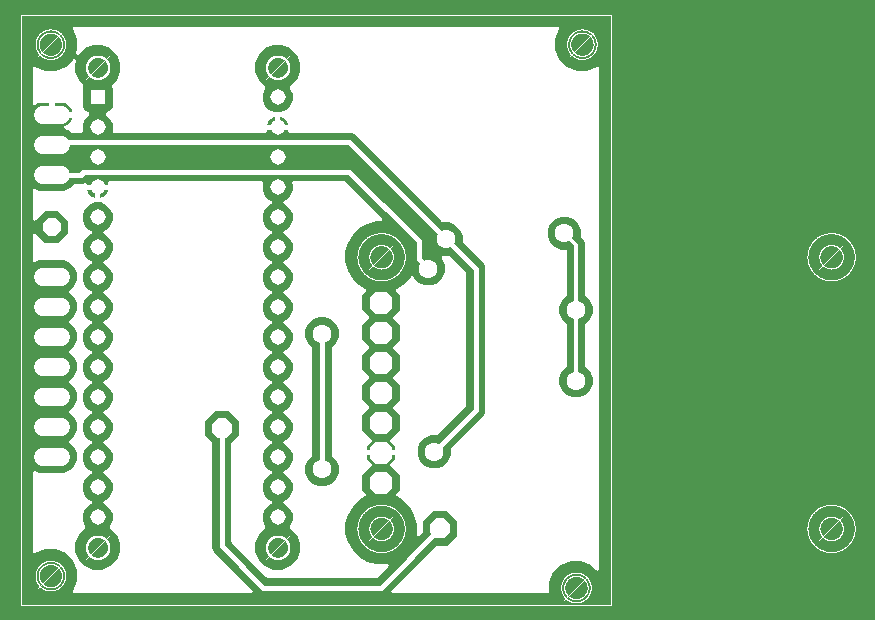
<source format=gbr>
G04 EAGLE Gerber RS-274X export*
G75*
%MOMM*%
%FSLAX34Y34*%
%LPD*%
%INTop Copper*%
%IPNEG*%
%AMOC8*
5,1,8,0,0,1.08239X$1,22.5*%
G01*
%ADD10C,0.000000*%
%ADD11C,0.025400*%
%ADD12R,1.308000X1.308000*%
%ADD13C,1.308000*%
%ADD14P,2.089446X8X22.500000*%
%ADD15C,1.524000*%
%ADD16P,1.649562X8X22.500000*%
%ADD17C,1.600000*%
%ADD18C,0.406400*%
%ADD19C,0.304800*%
%ADD20P,1.814519X8X22.500000*%

G36*
X194766Y10172D02*
X194766Y10172D01*
X194866Y10174D01*
X194938Y10192D01*
X195012Y10201D01*
X195107Y10234D01*
X195204Y10259D01*
X195270Y10293D01*
X195340Y10318D01*
X195425Y10373D01*
X195514Y10419D01*
X195571Y10467D01*
X195633Y10507D01*
X195703Y10579D01*
X195779Y10644D01*
X195824Y10704D01*
X195875Y10758D01*
X195927Y10844D01*
X195987Y10925D01*
X196016Y10993D01*
X196054Y11057D01*
X196085Y11153D01*
X196125Y11245D01*
X196138Y11318D01*
X196160Y11389D01*
X196169Y11489D01*
X196186Y11588D01*
X196182Y11662D01*
X196188Y11736D01*
X196174Y11836D01*
X196168Y11936D01*
X196148Y12007D01*
X196137Y12081D01*
X196100Y12174D01*
X196072Y12271D01*
X196035Y12336D01*
X196008Y12405D01*
X195951Y12487D01*
X195902Y12575D01*
X195837Y12651D01*
X195809Y12691D01*
X195783Y12715D01*
X195743Y12761D01*
X163109Y45395D01*
X161871Y48383D01*
X161871Y137022D01*
X161857Y137147D01*
X161850Y137274D01*
X161837Y137320D01*
X161831Y137368D01*
X161789Y137487D01*
X161754Y137608D01*
X161730Y137651D01*
X161714Y137696D01*
X161645Y137802D01*
X161584Y137913D01*
X161544Y137959D01*
X161525Y137989D01*
X161490Y138022D01*
X161425Y138099D01*
X155521Y144003D01*
X155521Y155997D01*
X164003Y164479D01*
X175997Y164479D01*
X184479Y155997D01*
X184479Y144003D01*
X178575Y138099D01*
X178496Y138000D01*
X178412Y137906D01*
X178388Y137864D01*
X178358Y137826D01*
X178304Y137712D01*
X178243Y137601D01*
X178230Y137554D01*
X178209Y137511D01*
X178183Y137387D01*
X178148Y137266D01*
X178143Y137205D01*
X178136Y137170D01*
X178137Y137122D01*
X178129Y137022D01*
X178129Y53998D01*
X178143Y53872D01*
X178150Y53746D01*
X178163Y53700D01*
X178169Y53652D01*
X178211Y53533D01*
X178246Y53411D01*
X178270Y53369D01*
X178286Y53324D01*
X178355Y53217D01*
X178416Y53107D01*
X178456Y53061D01*
X178475Y53031D01*
X178510Y52997D01*
X178575Y52921D01*
X207921Y23575D01*
X208020Y23496D01*
X208114Y23412D01*
X208156Y23388D01*
X208194Y23358D01*
X208308Y23304D01*
X208419Y23243D01*
X208465Y23230D01*
X208509Y23209D01*
X208632Y23183D01*
X208754Y23148D01*
X208815Y23143D01*
X208850Y23136D01*
X208898Y23137D01*
X208998Y23129D01*
X301002Y23129D01*
X301128Y23143D01*
X301254Y23150D01*
X301300Y23163D01*
X301348Y23169D01*
X301467Y23211D01*
X301589Y23246D01*
X301631Y23270D01*
X301676Y23286D01*
X301783Y23355D01*
X301893Y23416D01*
X301939Y23456D01*
X301969Y23475D01*
X302003Y23510D01*
X302079Y23575D01*
X310924Y32420D01*
X311002Y32518D01*
X311086Y32611D01*
X311110Y32654D01*
X311141Y32693D01*
X311194Y32806D01*
X311255Y32915D01*
X311269Y32963D01*
X311290Y33008D01*
X311316Y33130D01*
X311350Y33251D01*
X311353Y33300D01*
X311363Y33349D01*
X311361Y33474D01*
X311367Y33599D01*
X311358Y33648D01*
X311357Y33697D01*
X311327Y33819D01*
X311304Y33942D01*
X311284Y33987D01*
X311272Y34035D01*
X311215Y34146D01*
X311165Y34261D01*
X311135Y34301D01*
X311113Y34345D01*
X311032Y34440D01*
X310957Y34541D01*
X310919Y34573D01*
X310887Y34611D01*
X310786Y34685D01*
X310691Y34766D01*
X310646Y34788D01*
X310606Y34818D01*
X310492Y34867D01*
X310380Y34924D01*
X310332Y34936D01*
X310286Y34956D01*
X310163Y34978D01*
X310042Y35008D01*
X309992Y35009D01*
X309943Y35017D01*
X309818Y35011D01*
X309693Y35013D01*
X309632Y35001D01*
X309595Y34999D01*
X309550Y34986D01*
X309453Y34968D01*
X308971Y34839D01*
X301029Y34839D01*
X293358Y36895D01*
X286481Y40865D01*
X280865Y46481D01*
X276895Y53358D01*
X274839Y61029D01*
X274839Y68971D01*
X276895Y76642D01*
X280865Y83519D01*
X286481Y89135D01*
X291680Y92136D01*
X291721Y92167D01*
X291766Y92190D01*
X291860Y92270D01*
X291960Y92344D01*
X291993Y92383D01*
X292032Y92416D01*
X292105Y92515D01*
X292185Y92610D01*
X292208Y92655D01*
X292239Y92696D01*
X292288Y92810D01*
X292344Y92920D01*
X292357Y92969D01*
X292377Y93016D01*
X292399Y93138D01*
X292429Y93258D01*
X292429Y93309D01*
X292439Y93359D01*
X292432Y93483D01*
X292434Y93606D01*
X292423Y93656D01*
X292421Y93707D01*
X292386Y93826D01*
X292360Y93947D01*
X292338Y93993D01*
X292324Y94042D01*
X292264Y94150D01*
X292211Y94262D01*
X292179Y94302D01*
X292154Y94346D01*
X291995Y94533D01*
X289251Y97277D01*
X289251Y110323D01*
X296865Y117937D01*
X296882Y117958D01*
X296902Y117975D01*
X296990Y118094D01*
X297082Y118210D01*
X297093Y118234D01*
X297109Y118255D01*
X297168Y118391D01*
X297231Y118525D01*
X297236Y118551D01*
X297247Y118575D01*
X297273Y118721D01*
X297304Y118866D01*
X297304Y118892D01*
X297308Y118918D01*
X297301Y119067D01*
X297298Y119215D01*
X297292Y119240D01*
X297291Y119266D01*
X297249Y119409D01*
X297213Y119553D01*
X297201Y119576D01*
X297194Y119601D01*
X297122Y119731D01*
X297054Y119862D01*
X297037Y119882D01*
X297024Y119905D01*
X296865Y120092D01*
X292807Y124150D01*
X292807Y126951D01*
X304274Y126951D01*
X304300Y126954D01*
X304326Y126952D01*
X304473Y126974D01*
X304620Y126991D01*
X304645Y126999D01*
X304671Y127003D01*
X304808Y127058D01*
X304948Y127108D01*
X304970Y127122D01*
X304995Y127132D01*
X305007Y127141D01*
X305099Y127086D01*
X305124Y127078D01*
X305147Y127065D01*
X305290Y127025D01*
X305431Y126980D01*
X305457Y126977D01*
X305482Y126970D01*
X305726Y126951D01*
X317193Y126951D01*
X317193Y124150D01*
X313135Y120092D01*
X313118Y120071D01*
X313098Y120054D01*
X313010Y119935D01*
X312918Y119819D01*
X312907Y119795D01*
X312891Y119774D01*
X312832Y119638D01*
X312769Y119503D01*
X312764Y119478D01*
X312753Y119454D01*
X312727Y119308D01*
X312696Y119163D01*
X312696Y119137D01*
X312692Y119111D01*
X312699Y118962D01*
X312702Y118814D01*
X312708Y118789D01*
X312709Y118763D01*
X312751Y118620D01*
X312787Y118476D01*
X312799Y118453D01*
X312806Y118428D01*
X312878Y118299D01*
X312946Y118167D01*
X312963Y118147D01*
X312976Y118124D01*
X313135Y117937D01*
X320749Y110323D01*
X320749Y97277D01*
X318005Y94533D01*
X317973Y94493D01*
X317935Y94458D01*
X317865Y94356D01*
X317788Y94260D01*
X317766Y94213D01*
X317737Y94171D01*
X317692Y94056D01*
X317639Y93944D01*
X317628Y93894D01*
X317610Y93847D01*
X317592Y93725D01*
X317566Y93604D01*
X317567Y93553D01*
X317559Y93502D01*
X317570Y93379D01*
X317572Y93255D01*
X317584Y93206D01*
X317588Y93155D01*
X317626Y93037D01*
X317657Y92917D01*
X317680Y92872D01*
X317696Y92823D01*
X317760Y92717D01*
X317816Y92607D01*
X317849Y92569D01*
X317876Y92525D01*
X317962Y92436D01*
X318042Y92342D01*
X318083Y92312D01*
X318119Y92275D01*
X318320Y92136D01*
X323519Y89135D01*
X329135Y83519D01*
X333105Y76642D01*
X335161Y68971D01*
X335161Y61029D01*
X335032Y60547D01*
X335013Y60423D01*
X334987Y60301D01*
X334988Y60251D01*
X334980Y60202D01*
X334991Y60078D01*
X334993Y59953D01*
X335005Y59904D01*
X335009Y59855D01*
X335047Y59736D01*
X335078Y59615D01*
X335101Y59570D01*
X335116Y59523D01*
X335180Y59416D01*
X335237Y59305D01*
X335270Y59267D01*
X335295Y59224D01*
X335382Y59135D01*
X335463Y59039D01*
X335503Y59010D01*
X335538Y58974D01*
X335643Y58907D01*
X335744Y58832D01*
X335789Y58813D01*
X335831Y58786D01*
X335949Y58744D01*
X336064Y58694D01*
X336112Y58685D01*
X336159Y58669D01*
X336284Y58655D01*
X336407Y58633D01*
X336456Y58635D01*
X336506Y58630D01*
X336630Y58644D01*
X336755Y58651D01*
X336802Y58664D01*
X336852Y58670D01*
X336969Y58712D01*
X337090Y58747D01*
X337133Y58771D01*
X337180Y58788D01*
X337285Y58856D01*
X337394Y58917D01*
X337441Y58958D01*
X337472Y58978D01*
X337505Y59012D01*
X337580Y59076D01*
X340075Y61571D01*
X340154Y61670D01*
X340238Y61764D01*
X340262Y61806D01*
X340292Y61844D01*
X340346Y61958D01*
X340407Y62069D01*
X340420Y62115D01*
X340441Y62159D01*
X340467Y62282D01*
X340502Y62404D01*
X340507Y62465D01*
X340514Y62500D01*
X340513Y62548D01*
X340521Y62648D01*
X340521Y70997D01*
X349003Y79479D01*
X360997Y79479D01*
X369479Y70997D01*
X369479Y59003D01*
X360997Y50521D01*
X352648Y50521D01*
X352522Y50507D01*
X352396Y50500D01*
X352350Y50487D01*
X352302Y50481D01*
X352183Y50439D01*
X352061Y50404D01*
X352019Y50380D01*
X351974Y50364D01*
X351867Y50295D01*
X351757Y50234D01*
X351711Y50194D01*
X351681Y50175D01*
X351647Y50140D01*
X351571Y50075D01*
X314257Y12761D01*
X314194Y12683D01*
X314125Y12610D01*
X314086Y12546D01*
X314040Y12488D01*
X313997Y12397D01*
X313946Y12311D01*
X313923Y12240D01*
X313891Y12173D01*
X313870Y12075D01*
X313840Y11979D01*
X313834Y11905D01*
X313818Y11832D01*
X313820Y11732D01*
X313812Y11632D01*
X313823Y11558D01*
X313824Y11484D01*
X313848Y11387D01*
X313863Y11287D01*
X313891Y11218D01*
X313909Y11146D01*
X313955Y11056D01*
X313992Y10963D01*
X314034Y10902D01*
X314069Y10836D01*
X314134Y10759D01*
X314191Y10677D01*
X314246Y10627D01*
X314294Y10571D01*
X314375Y10511D01*
X314450Y10444D01*
X314515Y10408D01*
X314575Y10363D01*
X314667Y10324D01*
X314755Y10275D01*
X314826Y10255D01*
X314895Y10225D01*
X314993Y10208D01*
X315090Y10180D01*
X315190Y10172D01*
X315238Y10164D01*
X315273Y10166D01*
X315334Y10161D01*
X445816Y10161D01*
X445842Y10164D01*
X445868Y10162D01*
X446015Y10184D01*
X446162Y10201D01*
X446187Y10209D01*
X446213Y10213D01*
X446351Y10268D01*
X446490Y10318D01*
X446512Y10332D01*
X446537Y10342D01*
X446658Y10427D01*
X446783Y10507D01*
X446801Y10526D01*
X446823Y10541D01*
X446922Y10651D01*
X447025Y10758D01*
X447039Y10780D01*
X447056Y10800D01*
X447128Y10930D01*
X447204Y11057D01*
X447212Y11082D01*
X447225Y11105D01*
X447265Y11248D01*
X447310Y11389D01*
X447312Y11415D01*
X447320Y11440D01*
X447339Y11684D01*
X447339Y19508D01*
X450789Y27836D01*
X457164Y34211D01*
X465492Y37661D01*
X474508Y37661D01*
X482836Y34211D01*
X487239Y29808D01*
X487317Y29746D01*
X487390Y29676D01*
X487454Y29638D01*
X487512Y29592D01*
X487603Y29549D01*
X487689Y29497D01*
X487760Y29474D01*
X487827Y29443D01*
X487925Y29422D01*
X488021Y29391D01*
X488095Y29385D01*
X488168Y29369D01*
X488268Y29371D01*
X488368Y29363D01*
X488442Y29374D01*
X488516Y29375D01*
X488613Y29400D01*
X488713Y29415D01*
X488782Y29442D01*
X488854Y29460D01*
X488944Y29506D01*
X489037Y29543D01*
X489098Y29586D01*
X489164Y29620D01*
X489241Y29685D01*
X489323Y29742D01*
X489373Y29797D01*
X489429Y29846D01*
X489489Y29927D01*
X489556Y30001D01*
X489592Y30066D01*
X489637Y30126D01*
X489676Y30218D01*
X489725Y30306D01*
X489745Y30378D01*
X489775Y30446D01*
X489792Y30545D01*
X489820Y30642D01*
X489828Y30742D01*
X489836Y30789D01*
X489834Y30825D01*
X489839Y30885D01*
X489839Y454339D01*
X489822Y454488D01*
X489810Y454638D01*
X489802Y454661D01*
X489799Y454685D01*
X489749Y454827D01*
X489703Y454970D01*
X489690Y454991D01*
X489682Y455013D01*
X489600Y455140D01*
X489523Y455269D01*
X489506Y455286D01*
X489493Y455306D01*
X489384Y455411D01*
X489280Y455519D01*
X489260Y455532D01*
X489242Y455548D01*
X489113Y455626D01*
X488987Y455707D01*
X488964Y455715D01*
X488943Y455727D01*
X488800Y455773D01*
X488658Y455823D01*
X488634Y455826D01*
X488611Y455834D01*
X488462Y455846D01*
X488312Y455862D01*
X488288Y455860D01*
X488264Y455861D01*
X488115Y455839D01*
X487966Y455822D01*
X487938Y455813D01*
X487919Y455810D01*
X487875Y455792D01*
X487733Y455746D01*
X479507Y452339D01*
X470492Y452339D01*
X462164Y455789D01*
X455789Y462164D01*
X452339Y470492D01*
X452339Y479507D01*
X455746Y487733D01*
X455788Y487878D01*
X455834Y488021D01*
X455835Y488045D01*
X455842Y488068D01*
X455849Y488219D01*
X455861Y488368D01*
X455858Y488392D01*
X455859Y488416D01*
X455832Y488564D01*
X455810Y488713D01*
X455801Y488735D01*
X455797Y488759D01*
X455737Y488897D01*
X455681Y489037D01*
X455667Y489057D01*
X455658Y489079D01*
X455568Y489200D01*
X455482Y489323D01*
X455464Y489339D01*
X455450Y489359D01*
X455335Y489456D01*
X455223Y489556D01*
X455202Y489568D01*
X455184Y489584D01*
X455050Y489652D01*
X454918Y489725D01*
X454895Y489731D01*
X454873Y489742D01*
X454728Y489779D01*
X454583Y489820D01*
X454554Y489822D01*
X454535Y489827D01*
X454488Y489827D01*
X454339Y489839D01*
X45661Y489839D01*
X45512Y489822D01*
X45362Y489810D01*
X45339Y489802D01*
X45315Y489799D01*
X45173Y489749D01*
X45030Y489703D01*
X45009Y489690D01*
X44987Y489682D01*
X44860Y489600D01*
X44731Y489523D01*
X44714Y489506D01*
X44694Y489493D01*
X44589Y489384D01*
X44481Y489280D01*
X44468Y489260D01*
X44452Y489242D01*
X44374Y489113D01*
X44293Y488987D01*
X44285Y488964D01*
X44273Y488943D01*
X44227Y488800D01*
X44177Y488658D01*
X44174Y488634D01*
X44166Y488611D01*
X44154Y488462D01*
X44138Y488312D01*
X44140Y488288D01*
X44139Y488264D01*
X44161Y488115D01*
X44178Y487966D01*
X44187Y487938D01*
X44190Y487919D01*
X44208Y487875D01*
X44254Y487733D01*
X47661Y479507D01*
X47661Y470492D01*
X46709Y468196D01*
X46695Y468147D01*
X46674Y468102D01*
X46648Y467980D01*
X46614Y467860D01*
X46611Y467810D01*
X46601Y467761D01*
X46603Y467637D01*
X46597Y467512D01*
X46606Y467463D01*
X46607Y467412D01*
X46637Y467292D01*
X46659Y467169D01*
X46679Y467123D01*
X46692Y467074D01*
X46749Y466964D01*
X46798Y466850D01*
X46828Y466809D01*
X46851Y466765D01*
X46932Y466670D01*
X47006Y466570D01*
X47044Y466538D01*
X47077Y466499D01*
X47177Y466425D01*
X47272Y466345D01*
X47317Y466322D01*
X47357Y466292D01*
X47472Y466243D01*
X47582Y466186D01*
X47631Y466174D01*
X47677Y466154D01*
X47800Y466132D01*
X47920Y466102D01*
X47971Y466101D01*
X48020Y466092D01*
X48145Y466099D01*
X48269Y466097D01*
X48318Y466108D01*
X48368Y466110D01*
X48488Y466145D01*
X48609Y466171D01*
X48655Y466193D01*
X48703Y466207D01*
X48812Y466268D01*
X48924Y466321D01*
X48963Y466352D01*
X49007Y466377D01*
X49194Y466535D01*
X54209Y471550D01*
X61211Y474451D01*
X68789Y474451D01*
X75791Y471550D01*
X81150Y466191D01*
X84051Y459189D01*
X84051Y451611D01*
X81150Y444609D01*
X77378Y440836D01*
X77330Y440776D01*
X77275Y440723D01*
X77222Y440640D01*
X77161Y440563D01*
X77128Y440494D01*
X77087Y440429D01*
X77054Y440337D01*
X77012Y440248D01*
X76996Y440173D01*
X76970Y440101D01*
X76959Y440003D01*
X76939Y439907D01*
X76940Y439831D01*
X76931Y439755D01*
X76943Y439657D01*
X76945Y439558D01*
X76963Y439484D01*
X76972Y439408D01*
X77018Y439267D01*
X77030Y439220D01*
X77038Y439203D01*
X77047Y439176D01*
X77637Y437753D01*
X77637Y422247D01*
X76709Y420006D01*
X74994Y418291D01*
X72989Y417461D01*
X72857Y417388D01*
X72724Y417319D01*
X72705Y417303D01*
X72684Y417292D01*
X72573Y417191D01*
X72458Y417093D01*
X72444Y417074D01*
X72426Y417058D01*
X72340Y416934D01*
X72251Y416813D01*
X72241Y416791D01*
X72228Y416771D01*
X72172Y416631D01*
X72113Y416493D01*
X72109Y416469D01*
X72100Y416447D01*
X72078Y416298D01*
X72051Y416150D01*
X72053Y416126D01*
X72049Y416102D01*
X72062Y415952D01*
X72069Y415802D01*
X72076Y415779D01*
X72078Y415755D01*
X72124Y415611D01*
X72166Y415467D01*
X72178Y415446D01*
X72185Y415423D01*
X72263Y415294D01*
X72336Y415163D01*
X72355Y415141D01*
X72365Y415124D01*
X72398Y415090D01*
X72494Y414977D01*
X75713Y411758D01*
X77637Y407114D01*
X77637Y402027D01*
X77611Y401947D01*
X77609Y401923D01*
X77603Y401900D01*
X77595Y401750D01*
X77583Y401600D01*
X77587Y401576D01*
X77586Y401552D01*
X77613Y401404D01*
X77635Y401255D01*
X77644Y401233D01*
X77648Y401209D01*
X77708Y401071D01*
X77764Y400931D01*
X77777Y400911D01*
X77787Y400889D01*
X77877Y400768D01*
X77963Y400645D01*
X77980Y400629D01*
X77995Y400610D01*
X78110Y400512D01*
X78221Y400412D01*
X78242Y400400D01*
X78261Y400384D01*
X78395Y400316D01*
X78526Y400243D01*
X78550Y400237D01*
X78571Y400226D01*
X78717Y400189D01*
X78862Y400148D01*
X78891Y400146D01*
X78909Y400141D01*
X78956Y400141D01*
X79106Y400129D01*
X207208Y400129D01*
X207298Y400139D01*
X207389Y400140D01*
X207471Y400159D01*
X207554Y400169D01*
X207640Y400199D01*
X207728Y400220D01*
X207804Y400258D01*
X207883Y400286D01*
X207959Y400335D01*
X208040Y400376D01*
X208105Y400430D01*
X208175Y400475D01*
X208239Y400541D01*
X208308Y400599D01*
X208359Y400665D01*
X208418Y400726D01*
X208464Y400804D01*
X208519Y400876D01*
X208553Y400953D01*
X208596Y401025D01*
X208624Y401111D01*
X208661Y401194D01*
X208677Y401277D01*
X208703Y401357D01*
X208710Y401447D01*
X208727Y401537D01*
X208724Y401621D01*
X208731Y401704D01*
X208717Y401794D01*
X208714Y401885D01*
X208686Y401999D01*
X208679Y402049D01*
X208668Y402076D01*
X208657Y402123D01*
X208543Y402474D01*
X208523Y402601D01*
X216924Y402601D01*
X216950Y402604D01*
X216976Y402602D01*
X217123Y402624D01*
X217270Y402641D01*
X217295Y402649D01*
X217321Y402653D01*
X217402Y402686D01*
X217440Y402675D01*
X217581Y402630D01*
X217607Y402627D01*
X217632Y402620D01*
X217876Y402601D01*
X226277Y402601D01*
X226257Y402474D01*
X226143Y402123D01*
X226125Y402034D01*
X226097Y401947D01*
X226091Y401863D01*
X226074Y401781D01*
X226077Y401690D01*
X226069Y401600D01*
X226082Y401517D01*
X226084Y401433D01*
X226108Y401345D01*
X226121Y401255D01*
X226152Y401177D01*
X226174Y401096D01*
X226216Y401016D01*
X226250Y400931D01*
X226298Y400862D01*
X226337Y400788D01*
X226397Y400720D01*
X226449Y400645D01*
X226511Y400589D01*
X226566Y400526D01*
X226640Y400472D01*
X226708Y400412D01*
X226781Y400371D01*
X226849Y400322D01*
X226933Y400287D01*
X227013Y400243D01*
X227094Y400220D01*
X227171Y400188D01*
X227260Y400173D01*
X227348Y400148D01*
X227466Y400139D01*
X227515Y400131D01*
X227544Y400133D01*
X227592Y400129D01*
X279617Y400129D01*
X282605Y398891D01*
X356953Y324543D01*
X357052Y324464D01*
X357146Y324380D01*
X357188Y324356D01*
X357226Y324326D01*
X357340Y324272D01*
X357451Y324211D01*
X357497Y324198D01*
X357541Y324177D01*
X357664Y324151D01*
X357786Y324116D01*
X357847Y324111D01*
X357882Y324104D01*
X357930Y324105D01*
X358030Y324097D01*
X362804Y324097D01*
X367985Y321951D01*
X371951Y317985D01*
X374097Y312804D01*
X374097Y308030D01*
X374111Y307904D01*
X374118Y307778D01*
X374131Y307732D01*
X374137Y307684D01*
X374179Y307565D01*
X374214Y307443D01*
X374238Y307401D01*
X374254Y307356D01*
X374323Y307249D01*
X374384Y307139D01*
X374424Y307093D01*
X374443Y307063D01*
X374478Y307029D01*
X374543Y306953D01*
X391891Y289605D01*
X393129Y286617D01*
X393129Y163383D01*
X391891Y160395D01*
X364543Y133047D01*
X364473Y132959D01*
X364461Y132947D01*
X364458Y132941D01*
X364380Y132854D01*
X364356Y132812D01*
X364326Y132774D01*
X364272Y132660D01*
X364211Y132549D01*
X364198Y132503D01*
X364177Y132459D01*
X364151Y132336D01*
X364116Y132214D01*
X364111Y132153D01*
X364104Y132118D01*
X364105Y132070D01*
X364097Y131970D01*
X364097Y127196D01*
X361951Y122015D01*
X357985Y118049D01*
X352804Y115903D01*
X347196Y115903D01*
X342015Y118049D01*
X338049Y122015D01*
X335903Y127196D01*
X335903Y132804D01*
X338049Y137985D01*
X342015Y141951D01*
X347196Y144097D01*
X351970Y144097D01*
X352096Y144111D01*
X352222Y144118D01*
X352268Y144131D01*
X352316Y144137D01*
X352435Y144179D01*
X352557Y144214D01*
X352599Y144238D01*
X352644Y144254D01*
X352751Y144323D01*
X352861Y144384D01*
X352907Y144424D01*
X352937Y144443D01*
X352971Y144478D01*
X353047Y144543D01*
X376425Y167921D01*
X376504Y168020D01*
X376588Y168114D01*
X376612Y168156D01*
X376642Y168194D01*
X376696Y168308D01*
X376757Y168419D01*
X376770Y168465D01*
X376791Y168509D01*
X376817Y168632D01*
X376852Y168754D01*
X376857Y168815D01*
X376864Y168850D01*
X376863Y168898D01*
X376871Y168998D01*
X376871Y281002D01*
X376857Y281128D01*
X376850Y281254D01*
X376837Y281300D01*
X376831Y281348D01*
X376789Y281467D01*
X376754Y281589D01*
X376730Y281631D01*
X376714Y281676D01*
X376645Y281783D01*
X376584Y281893D01*
X376544Y281939D01*
X376525Y281969D01*
X376490Y282003D01*
X376425Y282079D01*
X363047Y295457D01*
X362948Y295536D01*
X362854Y295620D01*
X362812Y295644D01*
X362774Y295674D01*
X362660Y295728D01*
X362549Y295789D01*
X362503Y295802D01*
X362459Y295823D01*
X362336Y295849D01*
X362214Y295884D01*
X362153Y295889D01*
X362118Y295896D01*
X362070Y295895D01*
X361970Y295903D01*
X357710Y295903D01*
X357610Y295892D01*
X357510Y295890D01*
X357438Y295872D01*
X357364Y295863D01*
X357269Y295830D01*
X357172Y295805D01*
X357106Y295771D01*
X357036Y295746D01*
X356951Y295691D01*
X356862Y295645D01*
X356805Y295597D01*
X356743Y295557D01*
X356673Y295485D01*
X356597Y295420D01*
X356552Y295360D01*
X356501Y295306D01*
X356449Y295220D01*
X356389Y295139D01*
X356360Y295071D01*
X356322Y295007D01*
X356291Y294912D01*
X356251Y294819D01*
X356238Y294746D01*
X356216Y294675D01*
X356208Y294575D01*
X356190Y294476D01*
X356194Y294402D01*
X356188Y294328D01*
X356203Y294229D01*
X356208Y294128D01*
X356228Y294057D01*
X356239Y293983D01*
X356276Y293890D01*
X356304Y293793D01*
X356341Y293728D01*
X356368Y293659D01*
X356425Y293577D01*
X356474Y293489D01*
X356539Y293413D01*
X356567Y293373D01*
X356593Y293349D01*
X356633Y293303D01*
X356951Y292985D01*
X359097Y287804D01*
X359097Y282196D01*
X356951Y277015D01*
X352985Y273049D01*
X347804Y270903D01*
X342196Y270903D01*
X337015Y273049D01*
X333049Y277015D01*
X332725Y277798D01*
X332725Y277799D01*
X332724Y277800D01*
X332641Y277949D01*
X332556Y278103D01*
X332555Y278103D01*
X332555Y278104D01*
X332438Y278233D01*
X332321Y278361D01*
X332320Y278362D01*
X332185Y278455D01*
X332035Y278559D01*
X332034Y278560D01*
X332033Y278560D01*
X331870Y278624D01*
X331710Y278687D01*
X331709Y278687D01*
X331532Y278713D01*
X331366Y278738D01*
X331365Y278738D01*
X331364Y278738D01*
X331204Y278724D01*
X331018Y278709D01*
X331017Y278709D01*
X330855Y278656D01*
X330687Y278602D01*
X330686Y278602D01*
X330685Y278601D01*
X330535Y278510D01*
X330388Y278422D01*
X330387Y278421D01*
X330267Y278305D01*
X330138Y278179D01*
X330137Y278178D01*
X329998Y277977D01*
X329135Y276481D01*
X323519Y270865D01*
X318320Y267864D01*
X318279Y267833D01*
X318234Y267810D01*
X318140Y267730D01*
X318040Y267656D01*
X318007Y267617D01*
X317968Y267584D01*
X317895Y267485D01*
X317815Y267390D01*
X317792Y267345D01*
X317761Y267304D01*
X317712Y267190D01*
X317656Y267080D01*
X317643Y267031D01*
X317623Y266984D01*
X317601Y266862D01*
X317571Y266742D01*
X317571Y266691D01*
X317561Y266641D01*
X317568Y266517D01*
X317566Y266394D01*
X317577Y266344D01*
X317579Y266293D01*
X317614Y266174D01*
X317640Y266053D01*
X317662Y266007D01*
X317676Y265958D01*
X317736Y265850D01*
X317789Y265738D01*
X317821Y265698D01*
X317846Y265654D01*
X318005Y265467D01*
X320749Y262723D01*
X320749Y249677D01*
X315649Y244577D01*
X315633Y244557D01*
X315613Y244540D01*
X315525Y244420D01*
X315433Y244304D01*
X315421Y244280D01*
X315406Y244259D01*
X315347Y244123D01*
X315284Y243989D01*
X315278Y243963D01*
X315268Y243939D01*
X315241Y243793D01*
X315210Y243648D01*
X315211Y243622D01*
X315206Y243596D01*
X315214Y243448D01*
X315216Y243300D01*
X315223Y243274D01*
X315224Y243248D01*
X315265Y243106D01*
X315301Y242962D01*
X315313Y242939D01*
X315321Y242913D01*
X315393Y242784D01*
X315461Y242652D01*
X315478Y242632D01*
X315491Y242609D01*
X315649Y242423D01*
X320749Y237323D01*
X320749Y224277D01*
X315649Y219177D01*
X315633Y219157D01*
X315613Y219140D01*
X315525Y219020D01*
X315433Y218904D01*
X315421Y218880D01*
X315406Y218859D01*
X315347Y218723D01*
X315284Y218589D01*
X315278Y218563D01*
X315268Y218539D01*
X315241Y218393D01*
X315210Y218248D01*
X315211Y218222D01*
X315206Y218196D01*
X315214Y218048D01*
X315216Y217900D01*
X315223Y217874D01*
X315224Y217848D01*
X315265Y217706D01*
X315301Y217562D01*
X315313Y217539D01*
X315321Y217513D01*
X315393Y217384D01*
X315461Y217252D01*
X315478Y217232D01*
X315491Y217209D01*
X315649Y217023D01*
X320749Y211923D01*
X320749Y198877D01*
X315649Y193777D01*
X315633Y193757D01*
X315613Y193740D01*
X315525Y193620D01*
X315433Y193504D01*
X315421Y193480D01*
X315406Y193459D01*
X315347Y193323D01*
X315284Y193189D01*
X315278Y193163D01*
X315268Y193139D01*
X315241Y192993D01*
X315210Y192848D01*
X315211Y192822D01*
X315206Y192796D01*
X315214Y192648D01*
X315216Y192500D01*
X315223Y192474D01*
X315224Y192448D01*
X315265Y192306D01*
X315301Y192162D01*
X315313Y192139D01*
X315321Y192113D01*
X315393Y191984D01*
X315461Y191852D01*
X315478Y191832D01*
X315491Y191809D01*
X315649Y191623D01*
X320749Y186523D01*
X320749Y173477D01*
X315649Y168377D01*
X315633Y168357D01*
X315613Y168340D01*
X315525Y168220D01*
X315433Y168104D01*
X315421Y168080D01*
X315406Y168059D01*
X315347Y167923D01*
X315284Y167789D01*
X315278Y167763D01*
X315268Y167739D01*
X315241Y167593D01*
X315210Y167448D01*
X315211Y167422D01*
X315206Y167396D01*
X315214Y167248D01*
X315216Y167100D01*
X315223Y167074D01*
X315224Y167048D01*
X315265Y166906D01*
X315301Y166762D01*
X315313Y166739D01*
X315321Y166713D01*
X315393Y166584D01*
X315461Y166452D01*
X315478Y166432D01*
X315491Y166409D01*
X315649Y166223D01*
X320749Y161123D01*
X320749Y148077D01*
X313135Y140463D01*
X313118Y140442D01*
X313098Y140425D01*
X313010Y140306D01*
X312918Y140190D01*
X312907Y140166D01*
X312891Y140145D01*
X312832Y140009D01*
X312769Y139875D01*
X312764Y139849D01*
X312753Y139825D01*
X312727Y139679D01*
X312696Y139534D01*
X312696Y139508D01*
X312692Y139482D01*
X312699Y139333D01*
X312702Y139185D01*
X312708Y139160D01*
X312709Y139134D01*
X312751Y138991D01*
X312787Y138847D01*
X312799Y138824D01*
X312806Y138799D01*
X312878Y138669D01*
X312946Y138538D01*
X312963Y138518D01*
X312976Y138495D01*
X313135Y138308D01*
X317193Y134250D01*
X317193Y131449D01*
X305726Y131449D01*
X305700Y131446D01*
X305674Y131448D01*
X305527Y131426D01*
X305380Y131409D01*
X305355Y131401D01*
X305329Y131397D01*
X305192Y131342D01*
X305052Y131292D01*
X305030Y131278D01*
X305005Y131268D01*
X304993Y131259D01*
X304901Y131314D01*
X304876Y131322D01*
X304853Y131335D01*
X304710Y131375D01*
X304569Y131420D01*
X304543Y131422D01*
X304518Y131430D01*
X304274Y131449D01*
X292807Y131449D01*
X292807Y134250D01*
X296865Y138308D01*
X296882Y138329D01*
X296902Y138346D01*
X296990Y138465D01*
X297082Y138581D01*
X297093Y138605D01*
X297109Y138626D01*
X297168Y138762D01*
X297231Y138897D01*
X297236Y138922D01*
X297247Y138946D01*
X297273Y139092D01*
X297304Y139237D01*
X297304Y139263D01*
X297308Y139289D01*
X297301Y139438D01*
X297298Y139586D01*
X297292Y139611D01*
X297291Y139637D01*
X297249Y139780D01*
X297213Y139924D01*
X297201Y139947D01*
X297194Y139972D01*
X297122Y140101D01*
X297054Y140233D01*
X297037Y140253D01*
X297024Y140276D01*
X296865Y140463D01*
X289251Y148077D01*
X289251Y161123D01*
X294351Y166223D01*
X294367Y166243D01*
X294387Y166260D01*
X294475Y166380D01*
X294567Y166496D01*
X294579Y166520D01*
X294594Y166541D01*
X294653Y166677D01*
X294716Y166811D01*
X294722Y166837D01*
X294732Y166861D01*
X294759Y167007D01*
X294790Y167152D01*
X294789Y167178D01*
X294794Y167204D01*
X294786Y167352D01*
X294784Y167500D01*
X294777Y167526D01*
X294776Y167552D01*
X294735Y167694D01*
X294699Y167838D01*
X294687Y167861D01*
X294679Y167887D01*
X294607Y168016D01*
X294539Y168148D01*
X294522Y168168D01*
X294509Y168191D01*
X294351Y168377D01*
X289251Y173477D01*
X289251Y186523D01*
X294351Y191623D01*
X294367Y191643D01*
X294387Y191660D01*
X294475Y191780D01*
X294567Y191896D01*
X294579Y191920D01*
X294594Y191941D01*
X294653Y192077D01*
X294716Y192211D01*
X294722Y192237D01*
X294732Y192261D01*
X294759Y192407D01*
X294790Y192552D01*
X294789Y192578D01*
X294794Y192604D01*
X294786Y192752D01*
X294784Y192900D01*
X294777Y192926D01*
X294776Y192952D01*
X294735Y193094D01*
X294699Y193238D01*
X294687Y193261D01*
X294679Y193287D01*
X294607Y193416D01*
X294539Y193548D01*
X294522Y193568D01*
X294509Y193591D01*
X294351Y193777D01*
X289251Y198877D01*
X289251Y211923D01*
X294351Y217023D01*
X294367Y217043D01*
X294387Y217060D01*
X294475Y217180D01*
X294567Y217296D01*
X294579Y217320D01*
X294594Y217341D01*
X294653Y217477D01*
X294716Y217611D01*
X294722Y217637D01*
X294732Y217661D01*
X294759Y217807D01*
X294790Y217952D01*
X294789Y217978D01*
X294794Y218004D01*
X294786Y218152D01*
X294784Y218300D01*
X294777Y218326D01*
X294776Y218352D01*
X294735Y218494D01*
X294699Y218638D01*
X294687Y218661D01*
X294679Y218687D01*
X294607Y218816D01*
X294539Y218948D01*
X294522Y218968D01*
X294509Y218991D01*
X294351Y219177D01*
X289251Y224277D01*
X289251Y237323D01*
X294351Y242423D01*
X294367Y242443D01*
X294387Y242460D01*
X294475Y242580D01*
X294567Y242696D01*
X294579Y242720D01*
X294594Y242741D01*
X294653Y242877D01*
X294716Y243011D01*
X294722Y243037D01*
X294732Y243061D01*
X294759Y243207D01*
X294790Y243352D01*
X294789Y243378D01*
X294794Y243404D01*
X294786Y243552D01*
X294784Y243700D01*
X294777Y243726D01*
X294776Y243752D01*
X294735Y243894D01*
X294699Y244038D01*
X294687Y244061D01*
X294679Y244087D01*
X294607Y244216D01*
X294539Y244348D01*
X294522Y244368D01*
X294509Y244391D01*
X294351Y244577D01*
X289251Y249677D01*
X289251Y262723D01*
X291995Y265467D01*
X292027Y265507D01*
X292065Y265542D01*
X292135Y265644D01*
X292212Y265740D01*
X292234Y265787D01*
X292263Y265829D01*
X292308Y265944D01*
X292361Y266056D01*
X292372Y266106D01*
X292390Y266153D01*
X292408Y266275D01*
X292434Y266396D01*
X292433Y266447D01*
X292441Y266498D01*
X292430Y266621D01*
X292428Y266745D01*
X292416Y266794D01*
X292412Y266845D01*
X292374Y266963D01*
X292343Y267083D01*
X292320Y267128D01*
X292304Y267177D01*
X292240Y267283D01*
X292184Y267393D01*
X292151Y267431D01*
X292124Y267475D01*
X292038Y267564D01*
X291958Y267658D01*
X291917Y267688D01*
X291881Y267725D01*
X291680Y267864D01*
X286481Y270865D01*
X280865Y276481D01*
X276895Y283358D01*
X274839Y291029D01*
X274839Y298971D01*
X276895Y306642D01*
X280865Y313519D01*
X286481Y319135D01*
X293358Y323105D01*
X301029Y325161D01*
X304474Y325161D01*
X304574Y325172D01*
X304674Y325174D01*
X304746Y325192D01*
X304820Y325201D01*
X304915Y325234D01*
X305012Y325259D01*
X305078Y325293D01*
X305148Y325318D01*
X305233Y325373D01*
X305322Y325419D01*
X305379Y325467D01*
X305441Y325507D01*
X305511Y325579D01*
X305587Y325644D01*
X305632Y325704D01*
X305683Y325758D01*
X305735Y325844D01*
X305795Y325925D01*
X305824Y325993D01*
X305862Y326057D01*
X305893Y326153D01*
X305933Y326245D01*
X305946Y326318D01*
X305968Y326389D01*
X305977Y326489D01*
X305994Y326588D01*
X305990Y326662D01*
X305996Y326736D01*
X305982Y326836D01*
X305976Y326936D01*
X305956Y327007D01*
X305945Y327081D01*
X305908Y327174D01*
X305880Y327271D01*
X305843Y327336D01*
X305816Y327405D01*
X305759Y327487D01*
X305710Y327575D01*
X305645Y327651D01*
X305617Y327691D01*
X305591Y327715D01*
X305551Y327761D01*
X274887Y358425D01*
X274788Y358504D01*
X274694Y358588D01*
X274652Y358612D01*
X274614Y358642D01*
X274500Y358696D01*
X274389Y358757D01*
X274343Y358770D01*
X274299Y358791D01*
X274176Y358817D01*
X274054Y358852D01*
X273993Y358857D01*
X273958Y358864D01*
X273910Y358863D01*
X273810Y358871D01*
X231257Y358871D01*
X231108Y358854D01*
X230958Y358842D01*
X230935Y358834D01*
X230911Y358831D01*
X230770Y358781D01*
X230626Y358735D01*
X230605Y358722D01*
X230583Y358714D01*
X230456Y358632D01*
X230328Y358555D01*
X230310Y358538D01*
X230290Y358525D01*
X230185Y358417D01*
X230078Y358312D01*
X230065Y358292D01*
X230048Y358274D01*
X229970Y358145D01*
X229889Y358019D01*
X229881Y357996D01*
X229869Y357975D01*
X229823Y357832D01*
X229773Y357690D01*
X229770Y357666D01*
X229763Y357643D01*
X229751Y357494D01*
X229734Y357344D01*
X229737Y357320D01*
X229735Y357296D01*
X229757Y357147D01*
X229775Y356998D01*
X229784Y356970D01*
X229786Y356951D01*
X229804Y356907D01*
X229850Y356765D01*
X230037Y356314D01*
X230037Y351286D01*
X228113Y346642D01*
X224558Y343087D01*
X223158Y342507D01*
X223070Y342458D01*
X222978Y342418D01*
X222919Y342374D01*
X222854Y342338D01*
X222779Y342270D01*
X222699Y342211D01*
X222651Y342154D01*
X222596Y342104D01*
X222538Y342021D01*
X222474Y341945D01*
X222440Y341878D01*
X222397Y341817D01*
X222361Y341724D01*
X222315Y341634D01*
X222297Y341562D01*
X222270Y341493D01*
X222255Y341393D01*
X222231Y341296D01*
X222230Y341222D01*
X222219Y341148D01*
X222227Y341048D01*
X222226Y340948D01*
X222242Y340875D01*
X222248Y340801D01*
X222279Y340705D01*
X222300Y340607D01*
X222332Y340540D01*
X222355Y340469D01*
X222407Y340383D01*
X222450Y340292D01*
X222496Y340234D01*
X222534Y340171D01*
X222604Y340099D01*
X222667Y340020D01*
X222725Y339974D01*
X222777Y339921D01*
X222862Y339866D01*
X222941Y339804D01*
X223030Y339758D01*
X223071Y339732D01*
X223104Y339720D01*
X223158Y339693D01*
X224558Y339113D01*
X228113Y335558D01*
X230037Y330914D01*
X230037Y325886D01*
X228113Y321242D01*
X224558Y317687D01*
X223158Y317107D01*
X223070Y317058D01*
X222978Y317018D01*
X222919Y316974D01*
X222854Y316938D01*
X222779Y316870D01*
X222699Y316811D01*
X222651Y316754D01*
X222596Y316704D01*
X222538Y316621D01*
X222474Y316545D01*
X222440Y316478D01*
X222397Y316417D01*
X222361Y316324D01*
X222315Y316234D01*
X222297Y316162D01*
X222270Y316093D01*
X222255Y315993D01*
X222231Y315896D01*
X222230Y315822D01*
X222219Y315748D01*
X222227Y315648D01*
X222226Y315548D01*
X222242Y315475D01*
X222248Y315401D01*
X222279Y315305D01*
X222300Y315207D01*
X222332Y315140D01*
X222355Y315069D01*
X222407Y314983D01*
X222450Y314892D01*
X222496Y314834D01*
X222534Y314771D01*
X222604Y314699D01*
X222667Y314620D01*
X222725Y314574D01*
X222777Y314521D01*
X222862Y314466D01*
X222941Y314404D01*
X223030Y314358D01*
X223071Y314332D01*
X223104Y314320D01*
X223158Y314293D01*
X224558Y313713D01*
X228113Y310158D01*
X230037Y305514D01*
X230037Y300486D01*
X228113Y295842D01*
X224558Y292287D01*
X223158Y291707D01*
X223071Y291659D01*
X222979Y291619D01*
X222919Y291574D01*
X222854Y291538D01*
X222779Y291471D01*
X222699Y291411D01*
X222651Y291354D01*
X222596Y291304D01*
X222539Y291221D01*
X222474Y291145D01*
X222440Y291078D01*
X222397Y291017D01*
X222361Y290924D01*
X222315Y290834D01*
X222297Y290762D01*
X222270Y290693D01*
X222255Y290594D01*
X222231Y290496D01*
X222230Y290422D01*
X222219Y290348D01*
X222227Y290248D01*
X222226Y290148D01*
X222242Y290075D01*
X222248Y290001D01*
X222279Y289905D01*
X222300Y289807D01*
X222332Y289740D01*
X222355Y289669D01*
X222406Y289583D01*
X222450Y289492D01*
X222496Y289434D01*
X222534Y289371D01*
X222604Y289299D01*
X222667Y289220D01*
X222725Y289174D01*
X222777Y289121D01*
X222862Y289066D01*
X222941Y289004D01*
X223030Y288958D01*
X223071Y288932D01*
X223104Y288920D01*
X223158Y288893D01*
X224558Y288313D01*
X228113Y284758D01*
X230037Y280114D01*
X230037Y275086D01*
X228113Y270442D01*
X224558Y266887D01*
X223158Y266307D01*
X223071Y266258D01*
X222978Y266218D01*
X222919Y266174D01*
X222854Y266138D01*
X222779Y266071D01*
X222699Y266011D01*
X222651Y265954D01*
X222596Y265904D01*
X222539Y265821D01*
X222474Y265745D01*
X222440Y265678D01*
X222397Y265617D01*
X222361Y265524D01*
X222315Y265434D01*
X222297Y265362D01*
X222270Y265293D01*
X222255Y265194D01*
X222231Y265096D01*
X222230Y265022D01*
X222219Y264948D01*
X222227Y264848D01*
X222226Y264748D01*
X222242Y264675D01*
X222248Y264601D01*
X222279Y264505D01*
X222300Y264407D01*
X222332Y264340D01*
X222355Y264269D01*
X222407Y264183D01*
X222450Y264092D01*
X222496Y264034D01*
X222534Y263971D01*
X222604Y263899D01*
X222667Y263820D01*
X222725Y263774D01*
X222777Y263721D01*
X222862Y263666D01*
X222941Y263604D01*
X223030Y263558D01*
X223071Y263532D01*
X223104Y263520D01*
X223158Y263493D01*
X224558Y262913D01*
X228113Y259358D01*
X230037Y254714D01*
X230037Y249686D01*
X228113Y245042D01*
X224558Y241487D01*
X223158Y240907D01*
X223071Y240858D01*
X222978Y240818D01*
X222919Y240774D01*
X222854Y240738D01*
X222779Y240671D01*
X222699Y240611D01*
X222651Y240554D01*
X222596Y240504D01*
X222539Y240421D01*
X222474Y240345D01*
X222440Y240278D01*
X222397Y240217D01*
X222361Y240124D01*
X222315Y240034D01*
X222297Y239962D01*
X222270Y239893D01*
X222255Y239794D01*
X222231Y239696D01*
X222230Y239622D01*
X222219Y239548D01*
X222227Y239448D01*
X222226Y239348D01*
X222242Y239275D01*
X222248Y239201D01*
X222279Y239105D01*
X222300Y239007D01*
X222332Y238940D01*
X222355Y238869D01*
X222407Y238783D01*
X222450Y238692D01*
X222496Y238634D01*
X222534Y238571D01*
X222604Y238499D01*
X222667Y238420D01*
X222725Y238374D01*
X222777Y238321D01*
X222862Y238266D01*
X222941Y238204D01*
X223030Y238158D01*
X223071Y238132D01*
X223104Y238120D01*
X223158Y238093D01*
X224558Y237513D01*
X228113Y233958D01*
X230037Y229314D01*
X230037Y224286D01*
X228113Y219642D01*
X224558Y216087D01*
X223158Y215507D01*
X223071Y215458D01*
X222978Y215418D01*
X222919Y215374D01*
X222854Y215338D01*
X222779Y215271D01*
X222699Y215211D01*
X222651Y215154D01*
X222596Y215104D01*
X222539Y215021D01*
X222474Y214945D01*
X222440Y214878D01*
X222397Y214817D01*
X222361Y214724D01*
X222315Y214634D01*
X222297Y214562D01*
X222270Y214493D01*
X222255Y214394D01*
X222231Y214296D01*
X222230Y214222D01*
X222219Y214148D01*
X222227Y214048D01*
X222226Y213948D01*
X222242Y213875D01*
X222248Y213801D01*
X222279Y213705D01*
X222300Y213607D01*
X222332Y213540D01*
X222355Y213469D01*
X222407Y213383D01*
X222450Y213292D01*
X222496Y213234D01*
X222534Y213171D01*
X222604Y213099D01*
X222667Y213020D01*
X222725Y212974D01*
X222777Y212921D01*
X222862Y212866D01*
X222941Y212804D01*
X223030Y212758D01*
X223071Y212732D01*
X223104Y212720D01*
X223158Y212693D01*
X224558Y212113D01*
X228113Y208558D01*
X230037Y203914D01*
X230037Y198886D01*
X228113Y194242D01*
X224558Y190687D01*
X223158Y190107D01*
X223071Y190058D01*
X222978Y190018D01*
X222919Y189974D01*
X222854Y189938D01*
X222779Y189871D01*
X222699Y189811D01*
X222651Y189754D01*
X222596Y189704D01*
X222539Y189621D01*
X222474Y189545D01*
X222440Y189478D01*
X222397Y189417D01*
X222361Y189324D01*
X222315Y189234D01*
X222297Y189162D01*
X222270Y189093D01*
X222255Y188994D01*
X222231Y188896D01*
X222230Y188822D01*
X222219Y188748D01*
X222227Y188648D01*
X222226Y188548D01*
X222242Y188475D01*
X222248Y188401D01*
X222279Y188305D01*
X222300Y188207D01*
X222332Y188140D01*
X222355Y188069D01*
X222407Y187983D01*
X222450Y187892D01*
X222496Y187834D01*
X222534Y187771D01*
X222604Y187699D01*
X222667Y187620D01*
X222725Y187574D01*
X222777Y187521D01*
X222862Y187466D01*
X222941Y187404D01*
X223030Y187358D01*
X223071Y187332D01*
X223104Y187320D01*
X223158Y187293D01*
X224558Y186713D01*
X228113Y183158D01*
X230037Y178514D01*
X230037Y173486D01*
X228113Y168842D01*
X224558Y165287D01*
X223158Y164707D01*
X223071Y164658D01*
X222978Y164618D01*
X222919Y164574D01*
X222854Y164538D01*
X222779Y164471D01*
X222699Y164411D01*
X222651Y164354D01*
X222596Y164304D01*
X222539Y164221D01*
X222474Y164145D01*
X222440Y164078D01*
X222397Y164017D01*
X222361Y163924D01*
X222315Y163834D01*
X222297Y163762D01*
X222270Y163693D01*
X222255Y163594D01*
X222231Y163496D01*
X222230Y163422D01*
X222219Y163348D01*
X222227Y163248D01*
X222226Y163148D01*
X222242Y163075D01*
X222248Y163001D01*
X222279Y162905D01*
X222300Y162807D01*
X222332Y162740D01*
X222355Y162669D01*
X222407Y162583D01*
X222450Y162492D01*
X222496Y162434D01*
X222534Y162371D01*
X222604Y162299D01*
X222667Y162220D01*
X222725Y162174D01*
X222777Y162121D01*
X222862Y162066D01*
X222941Y162004D01*
X223030Y161958D01*
X223071Y161932D01*
X223104Y161920D01*
X223158Y161893D01*
X224558Y161313D01*
X228113Y157758D01*
X230037Y153114D01*
X230037Y148086D01*
X228113Y143442D01*
X224558Y139887D01*
X223158Y139307D01*
X223071Y139258D01*
X222978Y139218D01*
X222919Y139174D01*
X222854Y139138D01*
X222779Y139071D01*
X222699Y139011D01*
X222651Y138954D01*
X222596Y138904D01*
X222539Y138821D01*
X222474Y138745D01*
X222440Y138678D01*
X222397Y138617D01*
X222361Y138524D01*
X222315Y138434D01*
X222297Y138362D01*
X222270Y138293D01*
X222255Y138194D01*
X222231Y138096D01*
X222230Y138022D01*
X222219Y137948D01*
X222227Y137848D01*
X222226Y137748D01*
X222242Y137675D01*
X222248Y137601D01*
X222279Y137505D01*
X222300Y137407D01*
X222332Y137340D01*
X222355Y137269D01*
X222407Y137183D01*
X222450Y137092D01*
X222496Y137034D01*
X222534Y136971D01*
X222604Y136899D01*
X222667Y136820D01*
X222725Y136774D01*
X222777Y136721D01*
X222862Y136666D01*
X222941Y136604D01*
X223030Y136558D01*
X223071Y136532D01*
X223104Y136520D01*
X223158Y136493D01*
X224558Y135913D01*
X228113Y132358D01*
X230037Y127714D01*
X230037Y122686D01*
X228113Y118042D01*
X224558Y114487D01*
X223158Y113907D01*
X223071Y113858D01*
X222978Y113818D01*
X222919Y113774D01*
X222854Y113738D01*
X222779Y113671D01*
X222699Y113611D01*
X222651Y113554D01*
X222596Y113504D01*
X222539Y113421D01*
X222474Y113345D01*
X222440Y113278D01*
X222397Y113217D01*
X222361Y113124D01*
X222315Y113034D01*
X222297Y112962D01*
X222270Y112893D01*
X222255Y112794D01*
X222231Y112696D01*
X222230Y112622D01*
X222219Y112548D01*
X222227Y112448D01*
X222226Y112348D01*
X222242Y112275D01*
X222248Y112201D01*
X222279Y112105D01*
X222300Y112007D01*
X222332Y111940D01*
X222355Y111869D01*
X222407Y111783D01*
X222450Y111692D01*
X222496Y111634D01*
X222534Y111571D01*
X222604Y111499D01*
X222667Y111420D01*
X222725Y111374D01*
X222777Y111321D01*
X222862Y111266D01*
X222941Y111204D01*
X223030Y111158D01*
X223071Y111132D01*
X223104Y111120D01*
X223158Y111093D01*
X224558Y110513D01*
X228113Y106958D01*
X230037Y102314D01*
X230037Y97286D01*
X228113Y92642D01*
X224558Y89087D01*
X223158Y88507D01*
X223071Y88458D01*
X222978Y88418D01*
X222919Y88374D01*
X222854Y88338D01*
X222779Y88271D01*
X222699Y88211D01*
X222651Y88154D01*
X222596Y88104D01*
X222539Y88021D01*
X222474Y87945D01*
X222440Y87878D01*
X222397Y87817D01*
X222361Y87724D01*
X222315Y87634D01*
X222297Y87562D01*
X222270Y87493D01*
X222255Y87394D01*
X222231Y87296D01*
X222230Y87222D01*
X222219Y87148D01*
X222227Y87048D01*
X222226Y86948D01*
X222242Y86875D01*
X222248Y86801D01*
X222279Y86705D01*
X222300Y86607D01*
X222332Y86540D01*
X222355Y86469D01*
X222407Y86383D01*
X222450Y86292D01*
X222496Y86234D01*
X222534Y86171D01*
X222604Y86099D01*
X222667Y86020D01*
X222725Y85974D01*
X222777Y85921D01*
X222862Y85866D01*
X222941Y85804D01*
X223030Y85758D01*
X223071Y85732D01*
X223104Y85720D01*
X223158Y85693D01*
X224558Y85113D01*
X228113Y81558D01*
X230037Y76914D01*
X230037Y71886D01*
X228100Y67211D01*
X228059Y67155D01*
X227967Y67040D01*
X227956Y67016D01*
X227940Y66995D01*
X227881Y66858D01*
X227818Y66725D01*
X227812Y66699D01*
X227802Y66675D01*
X227776Y66529D01*
X227745Y66384D01*
X227745Y66358D01*
X227740Y66332D01*
X227748Y66184D01*
X227751Y66035D01*
X227757Y66010D01*
X227758Y65984D01*
X227799Y65841D01*
X227836Y65697D01*
X227848Y65674D01*
X227855Y65649D01*
X227927Y65519D01*
X227995Y65388D01*
X228012Y65368D01*
X228025Y65345D01*
X228184Y65158D01*
X233550Y59791D01*
X236451Y52789D01*
X236451Y45211D01*
X233550Y38209D01*
X228191Y32850D01*
X221189Y29949D01*
X213611Y29949D01*
X206609Y32850D01*
X201250Y38209D01*
X198349Y45211D01*
X198349Y52789D01*
X201250Y59791D01*
X206616Y65158D01*
X206633Y65179D01*
X206653Y65196D01*
X206741Y65315D01*
X206833Y65431D01*
X206844Y65455D01*
X206860Y65476D01*
X206919Y65612D01*
X206982Y65746D01*
X206988Y65772D01*
X206998Y65796D01*
X207024Y65942D01*
X207055Y66087D01*
X207055Y66113D01*
X207060Y66139D01*
X207052Y66288D01*
X207049Y66436D01*
X207043Y66461D01*
X207042Y66487D01*
X207001Y66630D01*
X206964Y66774D01*
X206952Y66797D01*
X206945Y66822D01*
X206873Y66951D01*
X206805Y67083D01*
X206788Y67103D01*
X206775Y67126D01*
X206697Y67218D01*
X204763Y71886D01*
X204763Y76914D01*
X206687Y81558D01*
X210242Y85113D01*
X211642Y85693D01*
X211729Y85741D01*
X211821Y85781D01*
X211881Y85826D01*
X211946Y85862D01*
X212021Y85929D01*
X212101Y85989D01*
X212149Y86046D01*
X212204Y86096D01*
X212261Y86179D01*
X212326Y86255D01*
X212360Y86322D01*
X212403Y86383D01*
X212439Y86476D01*
X212485Y86566D01*
X212503Y86638D01*
X212530Y86707D01*
X212545Y86806D01*
X212569Y86904D01*
X212570Y86978D01*
X212581Y87052D01*
X212573Y87152D01*
X212574Y87252D01*
X212558Y87325D01*
X212552Y87399D01*
X212521Y87495D01*
X212500Y87593D01*
X212468Y87660D01*
X212445Y87731D01*
X212394Y87817D01*
X212350Y87908D01*
X212304Y87966D01*
X212266Y88029D01*
X212196Y88101D01*
X212133Y88180D01*
X212075Y88226D01*
X212023Y88279D01*
X211938Y88334D01*
X211859Y88396D01*
X211770Y88442D01*
X211729Y88468D01*
X211696Y88480D01*
X211642Y88507D01*
X210242Y89087D01*
X206687Y92642D01*
X204763Y97286D01*
X204763Y102314D01*
X206687Y106958D01*
X210242Y110513D01*
X211642Y111093D01*
X211729Y111141D01*
X211821Y111181D01*
X211881Y111226D01*
X211946Y111262D01*
X212021Y111329D01*
X212101Y111389D01*
X212149Y111446D01*
X212204Y111496D01*
X212261Y111579D01*
X212326Y111655D01*
X212360Y111722D01*
X212403Y111783D01*
X212439Y111876D01*
X212485Y111966D01*
X212503Y112038D01*
X212530Y112107D01*
X212545Y112206D01*
X212569Y112304D01*
X212570Y112378D01*
X212581Y112452D01*
X212573Y112552D01*
X212574Y112652D01*
X212558Y112725D01*
X212552Y112799D01*
X212521Y112895D01*
X212500Y112993D01*
X212468Y113060D01*
X212445Y113131D01*
X212394Y113217D01*
X212350Y113308D01*
X212304Y113366D01*
X212266Y113429D01*
X212196Y113501D01*
X212133Y113580D01*
X212075Y113626D01*
X212023Y113679D01*
X211938Y113734D01*
X211859Y113796D01*
X211770Y113842D01*
X211729Y113868D01*
X211696Y113880D01*
X211642Y113907D01*
X210242Y114487D01*
X206687Y118042D01*
X204763Y122686D01*
X204763Y127714D01*
X206687Y132358D01*
X210242Y135913D01*
X211642Y136493D01*
X211729Y136541D01*
X211821Y136581D01*
X211881Y136626D01*
X211946Y136662D01*
X212021Y136729D01*
X212101Y136789D01*
X212149Y136846D01*
X212204Y136896D01*
X212261Y136979D01*
X212326Y137055D01*
X212360Y137122D01*
X212403Y137183D01*
X212439Y137276D01*
X212485Y137366D01*
X212503Y137438D01*
X212530Y137507D01*
X212545Y137606D01*
X212569Y137704D01*
X212570Y137778D01*
X212581Y137852D01*
X212573Y137952D01*
X212574Y138052D01*
X212558Y138125D01*
X212552Y138199D01*
X212521Y138295D01*
X212500Y138393D01*
X212468Y138460D01*
X212445Y138531D01*
X212394Y138617D01*
X212350Y138708D01*
X212304Y138766D01*
X212266Y138829D01*
X212196Y138901D01*
X212133Y138980D01*
X212075Y139026D01*
X212023Y139079D01*
X211938Y139134D01*
X211859Y139196D01*
X211770Y139242D01*
X211729Y139268D01*
X211696Y139280D01*
X211642Y139307D01*
X210242Y139887D01*
X206687Y143442D01*
X204763Y148086D01*
X204763Y153114D01*
X206687Y157758D01*
X210242Y161313D01*
X211642Y161893D01*
X211729Y161941D01*
X211821Y161981D01*
X211881Y162026D01*
X211946Y162062D01*
X212021Y162129D01*
X212101Y162189D01*
X212149Y162246D01*
X212204Y162296D01*
X212261Y162379D01*
X212326Y162455D01*
X212360Y162522D01*
X212403Y162583D01*
X212439Y162676D01*
X212485Y162766D01*
X212503Y162838D01*
X212530Y162907D01*
X212545Y163006D01*
X212569Y163104D01*
X212570Y163178D01*
X212581Y163252D01*
X212573Y163352D01*
X212574Y163452D01*
X212558Y163525D01*
X212552Y163599D01*
X212521Y163695D01*
X212500Y163793D01*
X212468Y163860D01*
X212445Y163931D01*
X212394Y164017D01*
X212350Y164108D01*
X212304Y164166D01*
X212266Y164229D01*
X212196Y164301D01*
X212133Y164380D01*
X212075Y164426D01*
X212023Y164479D01*
X211938Y164534D01*
X211859Y164596D01*
X211770Y164642D01*
X211729Y164668D01*
X211696Y164680D01*
X211642Y164707D01*
X210242Y165287D01*
X206687Y168842D01*
X204763Y173486D01*
X204763Y178514D01*
X206687Y183158D01*
X210242Y186713D01*
X211642Y187293D01*
X211729Y187341D01*
X211821Y187381D01*
X211881Y187426D01*
X211946Y187462D01*
X212021Y187529D01*
X212101Y187589D01*
X212149Y187646D01*
X212204Y187696D01*
X212261Y187779D01*
X212326Y187855D01*
X212360Y187922D01*
X212403Y187983D01*
X212439Y188076D01*
X212485Y188166D01*
X212503Y188238D01*
X212530Y188307D01*
X212545Y188406D01*
X212569Y188504D01*
X212570Y188578D01*
X212581Y188652D01*
X212573Y188752D01*
X212574Y188852D01*
X212558Y188925D01*
X212552Y188999D01*
X212521Y189095D01*
X212500Y189193D01*
X212468Y189260D01*
X212445Y189331D01*
X212394Y189417D01*
X212350Y189508D01*
X212304Y189566D01*
X212266Y189629D01*
X212196Y189701D01*
X212133Y189780D01*
X212075Y189826D01*
X212023Y189879D01*
X211938Y189934D01*
X211859Y189996D01*
X211770Y190042D01*
X211729Y190068D01*
X211696Y190080D01*
X211642Y190107D01*
X210242Y190687D01*
X206687Y194242D01*
X204763Y198886D01*
X204763Y203914D01*
X206687Y208558D01*
X210242Y212113D01*
X211642Y212693D01*
X211729Y212741D01*
X211821Y212781D01*
X211881Y212826D01*
X211946Y212862D01*
X212021Y212929D01*
X212101Y212989D01*
X212149Y213046D01*
X212204Y213096D01*
X212261Y213179D01*
X212326Y213255D01*
X212360Y213322D01*
X212403Y213383D01*
X212439Y213476D01*
X212485Y213566D01*
X212503Y213638D01*
X212530Y213707D01*
X212545Y213806D01*
X212569Y213904D01*
X212570Y213978D01*
X212581Y214052D01*
X212573Y214152D01*
X212574Y214252D01*
X212558Y214325D01*
X212552Y214399D01*
X212521Y214495D01*
X212500Y214593D01*
X212468Y214660D01*
X212445Y214731D01*
X212394Y214817D01*
X212350Y214908D01*
X212304Y214966D01*
X212266Y215029D01*
X212196Y215101D01*
X212133Y215180D01*
X212075Y215226D01*
X212023Y215279D01*
X211938Y215334D01*
X211859Y215396D01*
X211770Y215442D01*
X211729Y215468D01*
X211696Y215480D01*
X211642Y215507D01*
X210242Y216087D01*
X206687Y219642D01*
X204763Y224286D01*
X204763Y229314D01*
X206687Y233958D01*
X210242Y237513D01*
X211642Y238093D01*
X211729Y238141D01*
X211821Y238181D01*
X211881Y238226D01*
X211946Y238262D01*
X212021Y238329D01*
X212101Y238389D01*
X212149Y238446D01*
X212204Y238496D01*
X212261Y238579D01*
X212326Y238655D01*
X212360Y238722D01*
X212403Y238783D01*
X212439Y238876D01*
X212485Y238966D01*
X212503Y239038D01*
X212530Y239107D01*
X212545Y239206D01*
X212569Y239304D01*
X212570Y239378D01*
X212581Y239452D01*
X212573Y239552D01*
X212574Y239652D01*
X212558Y239725D01*
X212552Y239799D01*
X212521Y239895D01*
X212500Y239993D01*
X212468Y240060D01*
X212445Y240131D01*
X212394Y240217D01*
X212350Y240308D01*
X212304Y240366D01*
X212266Y240429D01*
X212196Y240501D01*
X212133Y240580D01*
X212075Y240626D01*
X212023Y240679D01*
X211938Y240734D01*
X211859Y240796D01*
X211770Y240842D01*
X211729Y240868D01*
X211696Y240880D01*
X211642Y240907D01*
X210242Y241487D01*
X206687Y245042D01*
X204763Y249686D01*
X204763Y254714D01*
X206687Y259358D01*
X210242Y262913D01*
X211642Y263493D01*
X211729Y263541D01*
X211821Y263581D01*
X211881Y263626D01*
X211946Y263662D01*
X212021Y263729D01*
X212101Y263789D01*
X212149Y263846D01*
X212204Y263896D01*
X212261Y263979D01*
X212326Y264055D01*
X212360Y264122D01*
X212403Y264183D01*
X212439Y264276D01*
X212485Y264366D01*
X212503Y264438D01*
X212530Y264507D01*
X212545Y264606D01*
X212569Y264704D01*
X212570Y264778D01*
X212581Y264852D01*
X212573Y264952D01*
X212574Y265052D01*
X212558Y265125D01*
X212552Y265199D01*
X212521Y265295D01*
X212500Y265393D01*
X212468Y265460D01*
X212445Y265531D01*
X212394Y265617D01*
X212350Y265708D01*
X212304Y265766D01*
X212266Y265829D01*
X212196Y265901D01*
X212133Y265980D01*
X212075Y266026D01*
X212023Y266079D01*
X211938Y266134D01*
X211859Y266196D01*
X211770Y266242D01*
X211729Y266268D01*
X211696Y266280D01*
X211642Y266307D01*
X210242Y266887D01*
X206687Y270442D01*
X204763Y275086D01*
X204763Y280114D01*
X206687Y284758D01*
X210242Y288313D01*
X211642Y288893D01*
X211729Y288942D01*
X211822Y288982D01*
X211881Y289026D01*
X211946Y289062D01*
X212021Y289129D01*
X212101Y289189D01*
X212149Y289246D01*
X212204Y289296D01*
X212261Y289379D01*
X212326Y289455D01*
X212360Y289522D01*
X212403Y289583D01*
X212439Y289676D01*
X212485Y289766D01*
X212503Y289838D01*
X212530Y289907D01*
X212545Y290006D01*
X212569Y290104D01*
X212570Y290178D01*
X212581Y290252D01*
X212573Y290352D01*
X212574Y290452D01*
X212558Y290525D01*
X212552Y290599D01*
X212521Y290695D01*
X212500Y290793D01*
X212468Y290860D01*
X212445Y290931D01*
X212393Y291017D01*
X212350Y291108D01*
X212304Y291166D01*
X212266Y291229D01*
X212196Y291301D01*
X212133Y291380D01*
X212075Y291426D01*
X212023Y291479D01*
X211938Y291534D01*
X211859Y291596D01*
X211770Y291642D01*
X211729Y291668D01*
X211696Y291680D01*
X211642Y291707D01*
X210242Y292287D01*
X206687Y295842D01*
X204763Y300486D01*
X204763Y305514D01*
X206687Y310158D01*
X210242Y313713D01*
X211642Y314293D01*
X211729Y314341D01*
X211822Y314381D01*
X211881Y314426D01*
X211946Y314462D01*
X212021Y314529D01*
X212101Y314589D01*
X212149Y314646D01*
X212204Y314696D01*
X212262Y314779D01*
X212326Y314855D01*
X212360Y314922D01*
X212403Y314983D01*
X212439Y315076D01*
X212485Y315166D01*
X212503Y315238D01*
X212530Y315307D01*
X212545Y315406D01*
X212569Y315504D01*
X212570Y315578D01*
X212581Y315652D01*
X212573Y315752D01*
X212574Y315852D01*
X212558Y315925D01*
X212552Y315999D01*
X212521Y316095D01*
X212500Y316193D01*
X212468Y316260D01*
X212445Y316331D01*
X212393Y316417D01*
X212350Y316508D01*
X212304Y316566D01*
X212266Y316629D01*
X212196Y316701D01*
X212133Y316780D01*
X212075Y316826D01*
X212023Y316879D01*
X211938Y316934D01*
X211859Y316996D01*
X211770Y317042D01*
X211729Y317068D01*
X211696Y317080D01*
X211642Y317107D01*
X210242Y317687D01*
X206687Y321242D01*
X204763Y325886D01*
X204763Y330914D01*
X206687Y335558D01*
X210242Y339113D01*
X211642Y339693D01*
X211729Y339741D01*
X211822Y339781D01*
X211881Y339826D01*
X211946Y339862D01*
X212021Y339929D01*
X212101Y339989D01*
X212149Y340046D01*
X212204Y340096D01*
X212262Y340179D01*
X212326Y340255D01*
X212360Y340322D01*
X212403Y340383D01*
X212439Y340476D01*
X212485Y340566D01*
X212503Y340638D01*
X212530Y340707D01*
X212545Y340806D01*
X212569Y340904D01*
X212570Y340978D01*
X212581Y341052D01*
X212573Y341152D01*
X212574Y341252D01*
X212558Y341325D01*
X212552Y341399D01*
X212521Y341495D01*
X212500Y341593D01*
X212468Y341660D01*
X212445Y341731D01*
X212393Y341817D01*
X212350Y341908D01*
X212304Y341966D01*
X212266Y342029D01*
X212196Y342101D01*
X212133Y342180D01*
X212075Y342226D01*
X212023Y342279D01*
X211938Y342334D01*
X211859Y342396D01*
X211770Y342442D01*
X211729Y342468D01*
X211696Y342480D01*
X211642Y342507D01*
X210242Y343087D01*
X206687Y346642D01*
X204763Y351286D01*
X204763Y356314D01*
X204950Y356765D01*
X204992Y356910D01*
X205037Y357053D01*
X205039Y357077D01*
X205046Y357100D01*
X205053Y357251D01*
X205065Y357400D01*
X205062Y357424D01*
X205063Y357448D01*
X205036Y357596D01*
X205014Y357745D01*
X205005Y357767D01*
X205000Y357791D01*
X204940Y357929D01*
X204885Y358069D01*
X204871Y358089D01*
X204861Y358111D01*
X204772Y358232D01*
X204686Y358355D01*
X204668Y358371D01*
X204654Y358391D01*
X204539Y358488D01*
X204427Y358588D01*
X204406Y358600D01*
X204388Y358616D01*
X204254Y358684D01*
X204122Y358757D01*
X204099Y358763D01*
X204077Y358774D01*
X203932Y358811D01*
X203787Y358852D01*
X203758Y358854D01*
X203739Y358859D01*
X203692Y358859D01*
X203543Y358871D01*
X74997Y358871D01*
X74907Y358861D01*
X74816Y358860D01*
X74734Y358841D01*
X74651Y358831D01*
X74565Y358801D01*
X74477Y358780D01*
X74402Y358742D01*
X74323Y358714D01*
X74246Y358665D01*
X74165Y358624D01*
X74100Y358570D01*
X74030Y358525D01*
X73967Y358459D01*
X73897Y358402D01*
X73846Y358335D01*
X73788Y358274D01*
X73741Y358196D01*
X73686Y358124D01*
X73652Y358047D01*
X73609Y357975D01*
X73581Y357889D01*
X73544Y357806D01*
X73528Y357723D01*
X73502Y357643D01*
X73495Y357553D01*
X73478Y357463D01*
X73481Y357379D01*
X73475Y357296D01*
X73488Y357206D01*
X73492Y357115D01*
X73519Y357001D01*
X73526Y356951D01*
X73537Y356924D01*
X73548Y356877D01*
X73857Y355926D01*
X73877Y355799D01*
X65476Y355799D01*
X65450Y355796D01*
X65424Y355798D01*
X65277Y355776D01*
X65130Y355759D01*
X65105Y355751D01*
X65079Y355747D01*
X64998Y355714D01*
X64960Y355725D01*
X64819Y355770D01*
X64793Y355772D01*
X64768Y355780D01*
X64524Y355799D01*
X56100Y355799D01*
X56097Y355833D01*
X56100Y355912D01*
X56082Y356005D01*
X56074Y356101D01*
X56050Y356176D01*
X56035Y356254D01*
X55997Y356341D01*
X55967Y356433D01*
X55927Y356500D01*
X55895Y356573D01*
X55837Y356649D01*
X55788Y356731D01*
X55733Y356788D01*
X55685Y356851D01*
X55611Y356913D01*
X55545Y356981D01*
X55478Y357024D01*
X55417Y357075D01*
X55332Y357118D01*
X55252Y357169D01*
X55177Y357196D01*
X55106Y357231D01*
X55013Y357254D01*
X54923Y357286D01*
X54844Y357295D01*
X54768Y357313D01*
X54672Y357314D01*
X54577Y357325D01*
X54498Y357316D01*
X54419Y357316D01*
X54326Y357295D01*
X54231Y357284D01*
X54127Y357251D01*
X54079Y357240D01*
X54050Y357226D01*
X53998Y357209D01*
X52217Y356471D01*
X45521Y356471D01*
X45395Y356457D01*
X45269Y356450D01*
X45222Y356437D01*
X45174Y356431D01*
X45055Y356389D01*
X44934Y356354D01*
X44892Y356330D01*
X44846Y356314D01*
X44740Y356245D01*
X44630Y356184D01*
X44583Y356144D01*
X44553Y356125D01*
X44520Y356090D01*
X44444Y356025D01*
X41390Y352972D01*
X36348Y350883D01*
X15652Y350883D01*
X12267Y352285D01*
X12122Y352327D01*
X11979Y352372D01*
X11955Y352374D01*
X11932Y352381D01*
X11781Y352388D01*
X11632Y352400D01*
X11608Y352397D01*
X11584Y352398D01*
X11436Y352371D01*
X11287Y352349D01*
X11265Y352340D01*
X11241Y352335D01*
X11103Y352275D01*
X10963Y352220D01*
X10943Y352206D01*
X10921Y352196D01*
X10800Y352107D01*
X10677Y352021D01*
X10661Y352003D01*
X10641Y351989D01*
X10544Y351874D01*
X10444Y351762D01*
X10432Y351741D01*
X10416Y351723D01*
X10348Y351589D01*
X10275Y351457D01*
X10269Y351434D01*
X10258Y351412D01*
X10221Y351267D01*
X10180Y351122D01*
X10178Y351093D01*
X10173Y351074D01*
X10173Y351027D01*
X10161Y350878D01*
X10161Y327237D01*
X10172Y327137D01*
X10174Y327036D01*
X10192Y326964D01*
X10201Y326890D01*
X10234Y326796D01*
X10259Y326698D01*
X10293Y326632D01*
X10318Y326562D01*
X10373Y326478D01*
X10419Y326389D01*
X10467Y326332D01*
X10507Y326269D01*
X10579Y326200D01*
X10644Y326123D01*
X10704Y326079D01*
X10758Y326027D01*
X10844Y325976D01*
X10925Y325916D01*
X10993Y325887D01*
X11057Y325848D01*
X11153Y325818D01*
X11245Y325778D01*
X11318Y325765D01*
X11389Y325742D01*
X11489Y325734D01*
X11588Y325716D01*
X11662Y325720D01*
X11736Y325714D01*
X11836Y325729D01*
X11936Y325734D01*
X12007Y325755D01*
X12081Y325766D01*
X12174Y325803D01*
X12271Y325831D01*
X12336Y325867D01*
X12405Y325895D01*
X12487Y325952D01*
X12575Y326001D01*
X12651Y326066D01*
X12691Y326094D01*
X12715Y326120D01*
X12761Y326159D01*
X20318Y333717D01*
X31682Y333717D01*
X39717Y325682D01*
X39717Y314318D01*
X31682Y306283D01*
X20318Y306283D01*
X12761Y313841D01*
X12683Y313903D01*
X12610Y313973D01*
X12546Y314011D01*
X12488Y314057D01*
X12397Y314100D01*
X12311Y314152D01*
X12240Y314174D01*
X12173Y314206D01*
X12075Y314227D01*
X11979Y314258D01*
X11905Y314264D01*
X11832Y314279D01*
X11732Y314278D01*
X11632Y314286D01*
X11558Y314275D01*
X11484Y314273D01*
X11387Y314249D01*
X11287Y314234D01*
X11218Y314207D01*
X11146Y314188D01*
X11056Y314142D01*
X10963Y314105D01*
X10902Y314063D01*
X10836Y314029D01*
X10759Y313964D01*
X10677Y313906D01*
X10627Y313851D01*
X10571Y313803D01*
X10511Y313722D01*
X10444Y313648D01*
X10408Y313583D01*
X10363Y313523D01*
X10324Y313431D01*
X10275Y313343D01*
X10255Y313271D01*
X10225Y313203D01*
X10208Y313104D01*
X10180Y313007D01*
X10172Y312907D01*
X10164Y312860D01*
X10166Y312824D01*
X10161Y312763D01*
X10161Y291922D01*
X10162Y291912D01*
X10162Y291910D01*
X10164Y291895D01*
X10178Y291773D01*
X10190Y291623D01*
X10198Y291600D01*
X10201Y291576D01*
X10251Y291435D01*
X10297Y291291D01*
X10310Y291271D01*
X10318Y291248D01*
X10400Y291121D01*
X10477Y290993D01*
X10494Y290975D01*
X10507Y290955D01*
X10616Y290850D01*
X10720Y290743D01*
X10740Y290730D01*
X10758Y290713D01*
X10887Y290635D01*
X11013Y290554D01*
X11036Y290546D01*
X11057Y290534D01*
X11200Y290488D01*
X11342Y290438D01*
X11366Y290435D01*
X11389Y290428D01*
X11538Y290416D01*
X11688Y290399D01*
X11712Y290402D01*
X11736Y290400D01*
X11885Y290422D01*
X12034Y290440D01*
X12062Y290449D01*
X12081Y290451D01*
X12125Y290469D01*
X12267Y290515D01*
X15652Y291917D01*
X36348Y291917D01*
X41390Y289828D01*
X45248Y285970D01*
X47337Y280928D01*
X47337Y275472D01*
X45248Y270430D01*
X41395Y266577D01*
X41379Y266557D01*
X41359Y266540D01*
X41271Y266420D01*
X41179Y266304D01*
X41168Y266280D01*
X41152Y266259D01*
X41093Y266123D01*
X41030Y265989D01*
X41024Y265963D01*
X41014Y265939D01*
X40988Y265793D01*
X40957Y265648D01*
X40957Y265622D01*
X40952Y265596D01*
X40960Y265448D01*
X40963Y265300D01*
X40969Y265274D01*
X40970Y265248D01*
X41011Y265106D01*
X41048Y264962D01*
X41060Y264939D01*
X41067Y264913D01*
X41139Y264784D01*
X41207Y264652D01*
X41224Y264632D01*
X41237Y264609D01*
X41395Y264423D01*
X45248Y260570D01*
X47337Y255528D01*
X47337Y250072D01*
X45248Y245030D01*
X41395Y241177D01*
X41379Y241157D01*
X41359Y241140D01*
X41271Y241020D01*
X41179Y240904D01*
X41168Y240880D01*
X41152Y240859D01*
X41093Y240723D01*
X41030Y240589D01*
X41024Y240563D01*
X41014Y240539D01*
X40988Y240393D01*
X40957Y240248D01*
X40957Y240222D01*
X40952Y240196D01*
X40960Y240048D01*
X40963Y239900D01*
X40969Y239874D01*
X40970Y239848D01*
X41011Y239706D01*
X41048Y239562D01*
X41060Y239539D01*
X41067Y239513D01*
X41139Y239384D01*
X41207Y239252D01*
X41224Y239232D01*
X41237Y239209D01*
X41395Y239023D01*
X45248Y235170D01*
X47337Y230128D01*
X47337Y224672D01*
X45248Y219630D01*
X41395Y215777D01*
X41379Y215757D01*
X41359Y215740D01*
X41271Y215620D01*
X41179Y215504D01*
X41168Y215480D01*
X41152Y215459D01*
X41093Y215323D01*
X41030Y215189D01*
X41024Y215163D01*
X41014Y215139D01*
X40988Y214993D01*
X40957Y214848D01*
X40957Y214822D01*
X40952Y214796D01*
X40960Y214648D01*
X40963Y214500D01*
X40969Y214474D01*
X40970Y214448D01*
X41011Y214306D01*
X41048Y214162D01*
X41060Y214139D01*
X41067Y214113D01*
X41139Y213984D01*
X41207Y213852D01*
X41224Y213832D01*
X41237Y213809D01*
X41395Y213623D01*
X45248Y209770D01*
X47337Y204728D01*
X47337Y199272D01*
X45248Y194230D01*
X41395Y190377D01*
X41379Y190357D01*
X41359Y190340D01*
X41271Y190220D01*
X41179Y190104D01*
X41168Y190080D01*
X41152Y190059D01*
X41093Y189923D01*
X41030Y189789D01*
X41024Y189763D01*
X41014Y189739D01*
X40988Y189593D01*
X40957Y189448D01*
X40957Y189422D01*
X40952Y189396D01*
X40960Y189248D01*
X40963Y189100D01*
X40969Y189074D01*
X40970Y189048D01*
X41011Y188906D01*
X41048Y188762D01*
X41060Y188739D01*
X41067Y188713D01*
X41139Y188584D01*
X41207Y188452D01*
X41224Y188432D01*
X41237Y188409D01*
X41395Y188223D01*
X45248Y184370D01*
X47337Y179328D01*
X47337Y173872D01*
X45248Y168830D01*
X41395Y164977D01*
X41379Y164957D01*
X41359Y164940D01*
X41271Y164820D01*
X41179Y164704D01*
X41168Y164680D01*
X41152Y164659D01*
X41093Y164523D01*
X41030Y164389D01*
X41024Y164363D01*
X41014Y164339D01*
X40988Y164193D01*
X40957Y164048D01*
X40957Y164022D01*
X40952Y163996D01*
X40960Y163848D01*
X40963Y163700D01*
X40969Y163674D01*
X40970Y163648D01*
X41011Y163506D01*
X41048Y163362D01*
X41060Y163339D01*
X41067Y163313D01*
X41139Y163184D01*
X41207Y163052D01*
X41224Y163032D01*
X41237Y163009D01*
X41395Y162823D01*
X45248Y158970D01*
X47337Y153928D01*
X47337Y148472D01*
X45248Y143430D01*
X41395Y139577D01*
X41379Y139557D01*
X41359Y139540D01*
X41271Y139420D01*
X41179Y139304D01*
X41168Y139280D01*
X41152Y139259D01*
X41093Y139123D01*
X41030Y138989D01*
X41024Y138963D01*
X41014Y138939D01*
X40988Y138793D01*
X40957Y138648D01*
X40957Y138622D01*
X40952Y138596D01*
X40960Y138448D01*
X40963Y138300D01*
X40969Y138274D01*
X40970Y138248D01*
X41011Y138106D01*
X41048Y137962D01*
X41060Y137939D01*
X41067Y137913D01*
X41139Y137784D01*
X41207Y137652D01*
X41224Y137632D01*
X41237Y137609D01*
X41395Y137423D01*
X45248Y133570D01*
X47337Y128528D01*
X47337Y123072D01*
X45248Y118030D01*
X41390Y114172D01*
X36348Y112083D01*
X15652Y112083D01*
X12267Y113485D01*
X12122Y113527D01*
X11979Y113572D01*
X11955Y113574D01*
X11932Y113581D01*
X11781Y113588D01*
X11632Y113600D01*
X11608Y113597D01*
X11584Y113598D01*
X11436Y113571D01*
X11287Y113549D01*
X11265Y113540D01*
X11241Y113535D01*
X11103Y113475D01*
X10963Y113420D01*
X10943Y113406D01*
X10921Y113396D01*
X10800Y113307D01*
X10677Y113221D01*
X10661Y113203D01*
X10641Y113189D01*
X10544Y113074D01*
X10444Y112962D01*
X10432Y112941D01*
X10416Y112923D01*
X10348Y112789D01*
X10275Y112657D01*
X10269Y112634D01*
X10258Y112612D01*
X10221Y112467D01*
X10180Y112322D01*
X10178Y112293D01*
X10173Y112274D01*
X10173Y112227D01*
X10161Y112078D01*
X10161Y45661D01*
X10178Y45512D01*
X10190Y45362D01*
X10198Y45339D01*
X10201Y45315D01*
X10251Y45173D01*
X10297Y45030D01*
X10310Y45009D01*
X10318Y44987D01*
X10400Y44860D01*
X10477Y44731D01*
X10494Y44714D01*
X10507Y44694D01*
X10616Y44589D01*
X10720Y44481D01*
X10740Y44468D01*
X10758Y44452D01*
X10887Y44374D01*
X11013Y44293D01*
X11036Y44285D01*
X11057Y44273D01*
X11200Y44227D01*
X11342Y44177D01*
X11366Y44174D01*
X11389Y44166D01*
X11538Y44154D01*
X11688Y44138D01*
X11712Y44140D01*
X11736Y44139D01*
X11885Y44161D01*
X12034Y44178D01*
X12062Y44187D01*
X12081Y44190D01*
X12125Y44208D01*
X12267Y44254D01*
X20493Y47661D01*
X29508Y47661D01*
X37836Y44211D01*
X44211Y37836D01*
X47661Y29508D01*
X47661Y20493D01*
X44254Y12267D01*
X44212Y12122D01*
X44166Y11979D01*
X44165Y11955D01*
X44158Y11932D01*
X44151Y11781D01*
X44139Y11632D01*
X44142Y11608D01*
X44141Y11584D01*
X44168Y11436D01*
X44190Y11287D01*
X44199Y11265D01*
X44203Y11241D01*
X44263Y11103D01*
X44319Y10963D01*
X44333Y10943D01*
X44342Y10921D01*
X44432Y10800D01*
X44518Y10677D01*
X44536Y10661D01*
X44550Y10641D01*
X44665Y10544D01*
X44777Y10444D01*
X44798Y10432D01*
X44816Y10416D01*
X44950Y10348D01*
X45082Y10275D01*
X45105Y10269D01*
X45127Y10258D01*
X45272Y10221D01*
X45417Y10180D01*
X45446Y10178D01*
X45465Y10173D01*
X45512Y10173D01*
X45661Y10161D01*
X194666Y10161D01*
X194766Y10172D01*
G37*
%LPC*%
G36*
X61211Y29949D02*
X61211Y29949D01*
X54209Y32850D01*
X48850Y38209D01*
X45949Y45211D01*
X45949Y52789D01*
X48850Y59791D01*
X54216Y65158D01*
X54233Y65179D01*
X54253Y65196D01*
X54341Y65315D01*
X54433Y65431D01*
X54444Y65455D01*
X54460Y65476D01*
X54519Y65612D01*
X54582Y65746D01*
X54588Y65772D01*
X54598Y65796D01*
X54624Y65942D01*
X54655Y66087D01*
X54655Y66113D01*
X54660Y66139D01*
X54652Y66288D01*
X54649Y66436D01*
X54643Y66461D01*
X54642Y66487D01*
X54601Y66630D01*
X54564Y66774D01*
X54552Y66797D01*
X54545Y66822D01*
X54473Y66951D01*
X54405Y67083D01*
X54388Y67103D01*
X54375Y67126D01*
X54297Y67218D01*
X52363Y71886D01*
X52363Y76914D01*
X54287Y81558D01*
X57842Y85113D01*
X59242Y85693D01*
X59329Y85742D01*
X59422Y85782D01*
X59481Y85826D01*
X59546Y85862D01*
X59621Y85929D01*
X59701Y85989D01*
X59749Y86046D01*
X59804Y86096D01*
X59861Y86179D01*
X59926Y86255D01*
X59960Y86322D01*
X60003Y86383D01*
X60039Y86476D01*
X60085Y86566D01*
X60103Y86638D01*
X60130Y86707D01*
X60145Y86806D01*
X60169Y86904D01*
X60170Y86978D01*
X60181Y87052D01*
X60173Y87152D01*
X60174Y87252D01*
X60158Y87325D01*
X60152Y87399D01*
X60121Y87495D01*
X60100Y87593D01*
X60068Y87660D01*
X60045Y87731D01*
X59993Y87817D01*
X59950Y87908D01*
X59904Y87966D01*
X59866Y88029D01*
X59796Y88101D01*
X59733Y88180D01*
X59675Y88226D01*
X59623Y88279D01*
X59538Y88334D01*
X59459Y88396D01*
X59370Y88442D01*
X59329Y88468D01*
X59296Y88480D01*
X59242Y88507D01*
X57842Y89087D01*
X54287Y92642D01*
X52363Y97286D01*
X52363Y102314D01*
X54287Y106958D01*
X57842Y110513D01*
X59242Y111093D01*
X59329Y111142D01*
X59422Y111182D01*
X59481Y111226D01*
X59546Y111262D01*
X59621Y111329D01*
X59701Y111389D01*
X59749Y111446D01*
X59804Y111496D01*
X59861Y111579D01*
X59926Y111655D01*
X59960Y111722D01*
X60003Y111783D01*
X60039Y111876D01*
X60085Y111966D01*
X60103Y112038D01*
X60130Y112107D01*
X60145Y112206D01*
X60169Y112304D01*
X60170Y112378D01*
X60181Y112452D01*
X60173Y112552D01*
X60174Y112652D01*
X60158Y112725D01*
X60152Y112799D01*
X60121Y112895D01*
X60100Y112993D01*
X60068Y113060D01*
X60045Y113131D01*
X59993Y113217D01*
X59950Y113308D01*
X59904Y113366D01*
X59866Y113429D01*
X59796Y113501D01*
X59733Y113580D01*
X59675Y113626D01*
X59623Y113679D01*
X59538Y113734D01*
X59459Y113796D01*
X59370Y113842D01*
X59329Y113868D01*
X59296Y113880D01*
X59242Y113907D01*
X57842Y114487D01*
X54287Y118042D01*
X52363Y122686D01*
X52363Y127714D01*
X54287Y132358D01*
X57842Y135913D01*
X59242Y136493D01*
X59329Y136542D01*
X59422Y136582D01*
X59481Y136626D01*
X59546Y136662D01*
X59621Y136729D01*
X59701Y136789D01*
X59749Y136846D01*
X59804Y136896D01*
X59861Y136979D01*
X59926Y137055D01*
X59960Y137122D01*
X60003Y137183D01*
X60039Y137276D01*
X60085Y137366D01*
X60103Y137438D01*
X60130Y137507D01*
X60145Y137606D01*
X60169Y137704D01*
X60170Y137778D01*
X60181Y137852D01*
X60173Y137952D01*
X60174Y138052D01*
X60158Y138125D01*
X60152Y138199D01*
X60121Y138295D01*
X60100Y138393D01*
X60068Y138460D01*
X60045Y138531D01*
X59993Y138617D01*
X59950Y138708D01*
X59904Y138766D01*
X59866Y138829D01*
X59796Y138901D01*
X59733Y138980D01*
X59675Y139026D01*
X59623Y139079D01*
X59538Y139134D01*
X59459Y139196D01*
X59370Y139242D01*
X59329Y139268D01*
X59296Y139280D01*
X59242Y139307D01*
X57842Y139887D01*
X54287Y143442D01*
X52363Y148086D01*
X52363Y153114D01*
X54287Y157758D01*
X57842Y161313D01*
X59242Y161893D01*
X59329Y161942D01*
X59422Y161982D01*
X59481Y162026D01*
X59546Y162062D01*
X59621Y162129D01*
X59701Y162189D01*
X59749Y162246D01*
X59804Y162296D01*
X59861Y162379D01*
X59926Y162455D01*
X59960Y162522D01*
X60003Y162583D01*
X60039Y162676D01*
X60085Y162766D01*
X60103Y162838D01*
X60130Y162907D01*
X60145Y163006D01*
X60169Y163104D01*
X60170Y163178D01*
X60181Y163252D01*
X60173Y163352D01*
X60174Y163452D01*
X60158Y163525D01*
X60152Y163599D01*
X60121Y163695D01*
X60100Y163793D01*
X60068Y163860D01*
X60045Y163931D01*
X59993Y164017D01*
X59950Y164108D01*
X59904Y164166D01*
X59866Y164229D01*
X59796Y164301D01*
X59733Y164380D01*
X59675Y164426D01*
X59623Y164479D01*
X59538Y164534D01*
X59459Y164596D01*
X59370Y164642D01*
X59329Y164668D01*
X59296Y164680D01*
X59242Y164707D01*
X57842Y165287D01*
X54287Y168842D01*
X52363Y173486D01*
X52363Y178514D01*
X54287Y183158D01*
X57842Y186713D01*
X59242Y187293D01*
X59329Y187342D01*
X59422Y187382D01*
X59481Y187426D01*
X59546Y187462D01*
X59621Y187529D01*
X59701Y187589D01*
X59749Y187646D01*
X59804Y187696D01*
X59861Y187779D01*
X59926Y187855D01*
X59960Y187922D01*
X60003Y187983D01*
X60039Y188076D01*
X60085Y188166D01*
X60103Y188238D01*
X60130Y188307D01*
X60145Y188406D01*
X60169Y188504D01*
X60170Y188578D01*
X60181Y188652D01*
X60173Y188752D01*
X60174Y188852D01*
X60158Y188925D01*
X60152Y188999D01*
X60121Y189095D01*
X60100Y189193D01*
X60068Y189260D01*
X60045Y189331D01*
X59993Y189417D01*
X59950Y189508D01*
X59904Y189566D01*
X59866Y189629D01*
X59796Y189701D01*
X59733Y189780D01*
X59675Y189826D01*
X59623Y189879D01*
X59538Y189934D01*
X59459Y189996D01*
X59370Y190042D01*
X59329Y190068D01*
X59296Y190080D01*
X59242Y190107D01*
X57842Y190687D01*
X54287Y194242D01*
X52363Y198886D01*
X52363Y203914D01*
X54287Y208558D01*
X57842Y212113D01*
X59242Y212693D01*
X59329Y212742D01*
X59422Y212782D01*
X59481Y212826D01*
X59546Y212862D01*
X59621Y212929D01*
X59701Y212989D01*
X59749Y213046D01*
X59804Y213096D01*
X59861Y213179D01*
X59926Y213255D01*
X59960Y213322D01*
X60003Y213383D01*
X60039Y213476D01*
X60085Y213566D01*
X60103Y213638D01*
X60130Y213707D01*
X60145Y213806D01*
X60169Y213904D01*
X60170Y213978D01*
X60181Y214052D01*
X60173Y214152D01*
X60174Y214252D01*
X60158Y214325D01*
X60152Y214399D01*
X60121Y214495D01*
X60100Y214593D01*
X60068Y214660D01*
X60045Y214731D01*
X59993Y214817D01*
X59950Y214908D01*
X59904Y214966D01*
X59866Y215029D01*
X59796Y215101D01*
X59733Y215180D01*
X59675Y215226D01*
X59623Y215279D01*
X59538Y215334D01*
X59459Y215396D01*
X59370Y215442D01*
X59329Y215468D01*
X59296Y215480D01*
X59242Y215507D01*
X57842Y216087D01*
X54287Y219642D01*
X52363Y224286D01*
X52363Y229314D01*
X54287Y233958D01*
X57842Y237513D01*
X59242Y238093D01*
X59329Y238142D01*
X59422Y238182D01*
X59481Y238226D01*
X59546Y238262D01*
X59621Y238329D01*
X59701Y238389D01*
X59749Y238446D01*
X59804Y238496D01*
X59861Y238579D01*
X59926Y238655D01*
X59960Y238722D01*
X60003Y238783D01*
X60039Y238876D01*
X60085Y238966D01*
X60103Y239038D01*
X60130Y239107D01*
X60145Y239206D01*
X60169Y239304D01*
X60170Y239378D01*
X60181Y239452D01*
X60173Y239552D01*
X60174Y239652D01*
X60158Y239725D01*
X60152Y239799D01*
X60121Y239895D01*
X60100Y239993D01*
X60068Y240060D01*
X60045Y240131D01*
X59993Y240217D01*
X59950Y240308D01*
X59904Y240366D01*
X59866Y240429D01*
X59796Y240501D01*
X59733Y240580D01*
X59675Y240626D01*
X59623Y240679D01*
X59538Y240734D01*
X59459Y240796D01*
X59370Y240842D01*
X59329Y240868D01*
X59296Y240880D01*
X59242Y240907D01*
X57842Y241487D01*
X54287Y245042D01*
X52363Y249686D01*
X52363Y254714D01*
X54287Y259358D01*
X57842Y262913D01*
X59242Y263493D01*
X59329Y263542D01*
X59422Y263582D01*
X59481Y263626D01*
X59546Y263662D01*
X59621Y263729D01*
X59701Y263789D01*
X59749Y263846D01*
X59804Y263896D01*
X59861Y263979D01*
X59926Y264055D01*
X59960Y264122D01*
X60003Y264183D01*
X60039Y264276D01*
X60085Y264366D01*
X60103Y264438D01*
X60130Y264507D01*
X60145Y264606D01*
X60169Y264704D01*
X60170Y264778D01*
X60181Y264852D01*
X60173Y264952D01*
X60174Y265052D01*
X60158Y265125D01*
X60152Y265199D01*
X60121Y265295D01*
X60100Y265393D01*
X60068Y265460D01*
X60045Y265531D01*
X59993Y265617D01*
X59950Y265708D01*
X59904Y265766D01*
X59866Y265829D01*
X59796Y265901D01*
X59733Y265980D01*
X59675Y266026D01*
X59623Y266079D01*
X59538Y266134D01*
X59459Y266196D01*
X59370Y266242D01*
X59329Y266268D01*
X59296Y266280D01*
X59242Y266307D01*
X57842Y266887D01*
X54287Y270442D01*
X52363Y275086D01*
X52363Y280114D01*
X54287Y284758D01*
X57842Y288313D01*
X59242Y288893D01*
X59329Y288942D01*
X59422Y288982D01*
X59481Y289026D01*
X59546Y289062D01*
X59621Y289129D01*
X59701Y289189D01*
X59749Y289246D01*
X59804Y289296D01*
X59861Y289379D01*
X59926Y289455D01*
X59960Y289522D01*
X60003Y289583D01*
X60039Y289676D01*
X60085Y289766D01*
X60103Y289838D01*
X60130Y289907D01*
X60145Y290006D01*
X60169Y290104D01*
X60170Y290178D01*
X60181Y290252D01*
X60173Y290352D01*
X60174Y290452D01*
X60158Y290525D01*
X60152Y290599D01*
X60121Y290695D01*
X60100Y290793D01*
X60068Y290860D01*
X60045Y290931D01*
X59993Y291017D01*
X59950Y291108D01*
X59904Y291166D01*
X59866Y291229D01*
X59796Y291301D01*
X59733Y291380D01*
X59675Y291426D01*
X59623Y291479D01*
X59538Y291534D01*
X59459Y291596D01*
X59370Y291642D01*
X59329Y291668D01*
X59296Y291680D01*
X59242Y291707D01*
X57842Y292287D01*
X54287Y295842D01*
X52363Y300486D01*
X52363Y305514D01*
X54287Y310158D01*
X57842Y313713D01*
X59242Y314293D01*
X59329Y314342D01*
X59422Y314382D01*
X59481Y314426D01*
X59546Y314462D01*
X59621Y314529D01*
X59701Y314589D01*
X59749Y314646D01*
X59804Y314696D01*
X59861Y314779D01*
X59926Y314855D01*
X59960Y314922D01*
X60003Y314983D01*
X60039Y315076D01*
X60085Y315166D01*
X60103Y315238D01*
X60130Y315307D01*
X60145Y315406D01*
X60169Y315504D01*
X60170Y315578D01*
X60181Y315652D01*
X60173Y315752D01*
X60174Y315852D01*
X60158Y315925D01*
X60152Y315999D01*
X60121Y316095D01*
X60100Y316193D01*
X60068Y316260D01*
X60045Y316331D01*
X59993Y316417D01*
X59950Y316508D01*
X59904Y316566D01*
X59866Y316629D01*
X59796Y316701D01*
X59733Y316780D01*
X59675Y316826D01*
X59623Y316879D01*
X59538Y316934D01*
X59459Y316996D01*
X59370Y317042D01*
X59329Y317068D01*
X59296Y317080D01*
X59242Y317107D01*
X57842Y317687D01*
X54287Y321242D01*
X52363Y325886D01*
X52363Y330914D01*
X54287Y335558D01*
X57842Y339113D01*
X62486Y341037D01*
X67514Y341037D01*
X72158Y339113D01*
X75713Y335558D01*
X77637Y330914D01*
X77637Y325886D01*
X75713Y321242D01*
X72158Y317687D01*
X70758Y317107D01*
X70671Y317059D01*
X70579Y317019D01*
X70519Y316974D01*
X70454Y316938D01*
X70379Y316871D01*
X70299Y316811D01*
X70251Y316754D01*
X70196Y316704D01*
X70139Y316621D01*
X70074Y316545D01*
X70040Y316478D01*
X69997Y316417D01*
X69961Y316324D01*
X69915Y316234D01*
X69897Y316162D01*
X69870Y316093D01*
X69855Y315994D01*
X69831Y315896D01*
X69830Y315822D01*
X69819Y315748D01*
X69827Y315648D01*
X69826Y315548D01*
X69842Y315475D01*
X69848Y315401D01*
X69879Y315305D01*
X69900Y315207D01*
X69932Y315140D01*
X69955Y315069D01*
X70006Y314983D01*
X70050Y314892D01*
X70096Y314834D01*
X70134Y314771D01*
X70204Y314699D01*
X70267Y314620D01*
X70325Y314574D01*
X70377Y314521D01*
X70462Y314466D01*
X70541Y314404D01*
X70630Y314358D01*
X70671Y314332D01*
X70704Y314320D01*
X70758Y314293D01*
X72158Y313713D01*
X75713Y310158D01*
X77637Y305514D01*
X77637Y300486D01*
X75713Y295842D01*
X72158Y292287D01*
X70758Y291707D01*
X70671Y291659D01*
X70579Y291619D01*
X70519Y291574D01*
X70454Y291538D01*
X70379Y291471D01*
X70299Y291411D01*
X70251Y291354D01*
X70196Y291304D01*
X70139Y291221D01*
X70074Y291145D01*
X70040Y291078D01*
X69997Y291017D01*
X69961Y290924D01*
X69915Y290834D01*
X69897Y290762D01*
X69870Y290693D01*
X69855Y290594D01*
X69831Y290496D01*
X69830Y290422D01*
X69819Y290348D01*
X69827Y290248D01*
X69826Y290148D01*
X69842Y290075D01*
X69848Y290001D01*
X69879Y289905D01*
X69900Y289807D01*
X69932Y289740D01*
X69955Y289669D01*
X70006Y289583D01*
X70050Y289492D01*
X70096Y289434D01*
X70134Y289371D01*
X70204Y289299D01*
X70267Y289220D01*
X70325Y289174D01*
X70377Y289121D01*
X70462Y289066D01*
X70541Y289004D01*
X70630Y288958D01*
X70671Y288932D01*
X70704Y288920D01*
X70758Y288893D01*
X72158Y288313D01*
X75713Y284758D01*
X77637Y280114D01*
X77637Y275086D01*
X75713Y270442D01*
X72158Y266887D01*
X70758Y266307D01*
X70671Y266259D01*
X70579Y266219D01*
X70519Y266174D01*
X70454Y266138D01*
X70379Y266071D01*
X70299Y266011D01*
X70251Y265954D01*
X70196Y265904D01*
X70139Y265821D01*
X70074Y265745D01*
X70040Y265678D01*
X69997Y265617D01*
X69961Y265524D01*
X69915Y265434D01*
X69897Y265362D01*
X69870Y265293D01*
X69855Y265194D01*
X69831Y265096D01*
X69830Y265022D01*
X69819Y264948D01*
X69827Y264848D01*
X69826Y264748D01*
X69842Y264675D01*
X69848Y264601D01*
X69879Y264505D01*
X69900Y264407D01*
X69932Y264340D01*
X69955Y264269D01*
X70006Y264183D01*
X70050Y264092D01*
X70096Y264034D01*
X70134Y263971D01*
X70204Y263899D01*
X70267Y263820D01*
X70325Y263774D01*
X70377Y263721D01*
X70462Y263666D01*
X70541Y263604D01*
X70630Y263558D01*
X70671Y263532D01*
X70704Y263520D01*
X70758Y263493D01*
X72158Y262913D01*
X75713Y259358D01*
X77637Y254714D01*
X77637Y249686D01*
X75713Y245042D01*
X72158Y241487D01*
X70758Y240907D01*
X70671Y240859D01*
X70579Y240819D01*
X70519Y240774D01*
X70454Y240738D01*
X70379Y240671D01*
X70299Y240611D01*
X70251Y240554D01*
X70196Y240504D01*
X70139Y240421D01*
X70074Y240345D01*
X70040Y240278D01*
X69997Y240217D01*
X69961Y240124D01*
X69915Y240034D01*
X69897Y239962D01*
X69870Y239893D01*
X69855Y239794D01*
X69831Y239696D01*
X69830Y239622D01*
X69819Y239548D01*
X69827Y239448D01*
X69826Y239348D01*
X69842Y239275D01*
X69848Y239201D01*
X69879Y239105D01*
X69900Y239007D01*
X69932Y238940D01*
X69955Y238869D01*
X70006Y238783D01*
X70050Y238692D01*
X70096Y238634D01*
X70134Y238571D01*
X70204Y238499D01*
X70267Y238420D01*
X70325Y238374D01*
X70377Y238321D01*
X70462Y238266D01*
X70541Y238204D01*
X70630Y238158D01*
X70671Y238132D01*
X70704Y238120D01*
X70758Y238093D01*
X72158Y237513D01*
X75713Y233958D01*
X77637Y229314D01*
X77637Y224286D01*
X75713Y219642D01*
X72158Y216087D01*
X70758Y215507D01*
X70671Y215459D01*
X70579Y215419D01*
X70519Y215374D01*
X70454Y215338D01*
X70379Y215271D01*
X70299Y215211D01*
X70251Y215154D01*
X70196Y215104D01*
X70139Y215021D01*
X70074Y214945D01*
X70040Y214878D01*
X69997Y214817D01*
X69961Y214724D01*
X69915Y214634D01*
X69897Y214562D01*
X69870Y214493D01*
X69855Y214394D01*
X69831Y214296D01*
X69830Y214222D01*
X69819Y214148D01*
X69827Y214048D01*
X69826Y213948D01*
X69842Y213875D01*
X69848Y213801D01*
X69879Y213705D01*
X69900Y213607D01*
X69932Y213540D01*
X69955Y213469D01*
X70006Y213383D01*
X70050Y213292D01*
X70096Y213234D01*
X70134Y213171D01*
X70204Y213099D01*
X70267Y213020D01*
X70325Y212974D01*
X70377Y212921D01*
X70462Y212866D01*
X70541Y212804D01*
X70630Y212758D01*
X70671Y212732D01*
X70704Y212720D01*
X70758Y212693D01*
X72158Y212113D01*
X75713Y208558D01*
X77637Y203914D01*
X77637Y198886D01*
X75713Y194242D01*
X72158Y190687D01*
X70758Y190107D01*
X70671Y190059D01*
X70579Y190019D01*
X70519Y189974D01*
X70454Y189938D01*
X70379Y189871D01*
X70299Y189811D01*
X70251Y189754D01*
X70196Y189704D01*
X70139Y189621D01*
X70074Y189545D01*
X70040Y189478D01*
X69997Y189417D01*
X69961Y189324D01*
X69915Y189234D01*
X69897Y189162D01*
X69870Y189093D01*
X69855Y188994D01*
X69831Y188896D01*
X69830Y188822D01*
X69819Y188748D01*
X69827Y188648D01*
X69826Y188548D01*
X69842Y188475D01*
X69848Y188401D01*
X69879Y188305D01*
X69900Y188207D01*
X69932Y188140D01*
X69955Y188069D01*
X70006Y187983D01*
X70050Y187892D01*
X70096Y187834D01*
X70134Y187771D01*
X70204Y187699D01*
X70267Y187620D01*
X70325Y187574D01*
X70377Y187521D01*
X70462Y187466D01*
X70541Y187404D01*
X70630Y187358D01*
X70671Y187332D01*
X70704Y187320D01*
X70758Y187293D01*
X72158Y186713D01*
X75713Y183158D01*
X77637Y178514D01*
X77637Y173486D01*
X75713Y168842D01*
X72158Y165287D01*
X70758Y164707D01*
X70671Y164659D01*
X70579Y164619D01*
X70519Y164574D01*
X70454Y164538D01*
X70379Y164471D01*
X70299Y164411D01*
X70251Y164354D01*
X70196Y164304D01*
X70139Y164221D01*
X70074Y164145D01*
X70040Y164078D01*
X69997Y164017D01*
X69961Y163924D01*
X69915Y163834D01*
X69897Y163762D01*
X69870Y163693D01*
X69855Y163594D01*
X69831Y163496D01*
X69830Y163422D01*
X69819Y163348D01*
X69827Y163248D01*
X69826Y163148D01*
X69842Y163075D01*
X69848Y163001D01*
X69879Y162905D01*
X69900Y162807D01*
X69932Y162740D01*
X69955Y162669D01*
X70006Y162583D01*
X70050Y162492D01*
X70096Y162434D01*
X70134Y162371D01*
X70204Y162299D01*
X70267Y162220D01*
X70325Y162174D01*
X70377Y162121D01*
X70462Y162066D01*
X70541Y162004D01*
X70630Y161958D01*
X70671Y161932D01*
X70704Y161920D01*
X70758Y161893D01*
X72158Y161313D01*
X75713Y157758D01*
X77637Y153114D01*
X77637Y148086D01*
X75713Y143442D01*
X72158Y139887D01*
X70758Y139307D01*
X70671Y139259D01*
X70579Y139219D01*
X70519Y139174D01*
X70454Y139138D01*
X70379Y139071D01*
X70299Y139011D01*
X70251Y138954D01*
X70196Y138904D01*
X70139Y138821D01*
X70074Y138745D01*
X70040Y138678D01*
X69997Y138617D01*
X69961Y138524D01*
X69915Y138434D01*
X69897Y138362D01*
X69870Y138293D01*
X69855Y138194D01*
X69831Y138096D01*
X69830Y138022D01*
X69819Y137948D01*
X69827Y137848D01*
X69826Y137748D01*
X69842Y137675D01*
X69848Y137601D01*
X69879Y137505D01*
X69900Y137407D01*
X69932Y137340D01*
X69955Y137269D01*
X70006Y137183D01*
X70050Y137092D01*
X70096Y137034D01*
X70134Y136971D01*
X70204Y136899D01*
X70267Y136820D01*
X70325Y136774D01*
X70377Y136721D01*
X70462Y136666D01*
X70541Y136604D01*
X70630Y136558D01*
X70671Y136532D01*
X70704Y136520D01*
X70758Y136493D01*
X72158Y135913D01*
X75713Y132358D01*
X77637Y127714D01*
X77637Y122686D01*
X75713Y118042D01*
X72158Y114487D01*
X70758Y113907D01*
X70671Y113859D01*
X70579Y113819D01*
X70519Y113774D01*
X70454Y113738D01*
X70379Y113671D01*
X70299Y113611D01*
X70251Y113554D01*
X70196Y113504D01*
X70139Y113421D01*
X70074Y113345D01*
X70040Y113278D01*
X69997Y113217D01*
X69961Y113124D01*
X69915Y113034D01*
X69897Y112962D01*
X69870Y112893D01*
X69855Y112794D01*
X69831Y112696D01*
X69830Y112622D01*
X69819Y112548D01*
X69827Y112448D01*
X69826Y112348D01*
X69842Y112275D01*
X69848Y112201D01*
X69879Y112105D01*
X69900Y112007D01*
X69932Y111940D01*
X69955Y111869D01*
X70006Y111783D01*
X70050Y111692D01*
X70096Y111634D01*
X70134Y111571D01*
X70204Y111499D01*
X70267Y111420D01*
X70325Y111374D01*
X70377Y111321D01*
X70462Y111266D01*
X70541Y111204D01*
X70630Y111158D01*
X70671Y111132D01*
X70704Y111120D01*
X70758Y111093D01*
X72158Y110513D01*
X75713Y106958D01*
X77637Y102314D01*
X77637Y97286D01*
X75713Y92642D01*
X72158Y89087D01*
X70758Y88507D01*
X70671Y88459D01*
X70579Y88419D01*
X70519Y88374D01*
X70454Y88338D01*
X70379Y88271D01*
X70299Y88211D01*
X70251Y88154D01*
X70196Y88104D01*
X70139Y88021D01*
X70074Y87945D01*
X70040Y87878D01*
X69997Y87817D01*
X69961Y87724D01*
X69915Y87634D01*
X69897Y87562D01*
X69870Y87493D01*
X69855Y87394D01*
X69831Y87296D01*
X69830Y87222D01*
X69819Y87148D01*
X69827Y87048D01*
X69826Y86948D01*
X69842Y86875D01*
X69848Y86801D01*
X69879Y86705D01*
X69900Y86607D01*
X69932Y86540D01*
X69955Y86469D01*
X70006Y86383D01*
X70050Y86292D01*
X70096Y86234D01*
X70134Y86171D01*
X70204Y86099D01*
X70267Y86020D01*
X70325Y85974D01*
X70377Y85921D01*
X70462Y85866D01*
X70541Y85804D01*
X70630Y85758D01*
X70671Y85732D01*
X70704Y85720D01*
X70758Y85693D01*
X72158Y85113D01*
X75713Y81558D01*
X77637Y76914D01*
X77637Y71886D01*
X75700Y67211D01*
X75659Y67155D01*
X75567Y67040D01*
X75556Y67016D01*
X75540Y66995D01*
X75481Y66858D01*
X75418Y66725D01*
X75412Y66699D01*
X75402Y66675D01*
X75376Y66529D01*
X75345Y66384D01*
X75345Y66358D01*
X75340Y66332D01*
X75348Y66184D01*
X75351Y66035D01*
X75357Y66010D01*
X75358Y65984D01*
X75399Y65841D01*
X75436Y65697D01*
X75448Y65674D01*
X75455Y65649D01*
X75527Y65519D01*
X75595Y65388D01*
X75612Y65368D01*
X75625Y65345D01*
X75784Y65158D01*
X81150Y59791D01*
X84051Y52789D01*
X84051Y45211D01*
X81150Y38209D01*
X75791Y32850D01*
X68789Y29949D01*
X61211Y29949D01*
G37*
%LPD*%
%LPC*%
G36*
X467196Y175903D02*
X467196Y175903D01*
X462015Y178049D01*
X458049Y182015D01*
X455903Y187196D01*
X455903Y192804D01*
X458049Y197985D01*
X461933Y201869D01*
X462012Y201968D01*
X462096Y202062D01*
X462120Y202104D01*
X462150Y202142D01*
X462204Y202256D01*
X462265Y202367D01*
X462278Y202413D01*
X462299Y202457D01*
X462325Y202580D01*
X462360Y202702D01*
X462365Y202763D01*
X462372Y202798D01*
X462371Y202846D01*
X462379Y202946D01*
X462379Y237054D01*
X462365Y237180D01*
X462358Y237306D01*
X462345Y237352D01*
X462339Y237400D01*
X462297Y237519D01*
X462262Y237641D01*
X462238Y237683D01*
X462222Y237728D01*
X462153Y237835D01*
X462092Y237945D01*
X462052Y237991D01*
X462033Y238021D01*
X461998Y238055D01*
X461933Y238131D01*
X458049Y242015D01*
X455903Y247196D01*
X455903Y252804D01*
X458049Y257985D01*
X461933Y261869D01*
X462012Y261968D01*
X462096Y262062D01*
X462120Y262104D01*
X462150Y262142D01*
X462204Y262256D01*
X462265Y262367D01*
X462278Y262413D01*
X462299Y262457D01*
X462325Y262580D01*
X462360Y262702D01*
X462365Y262763D01*
X462372Y262798D01*
X462371Y262846D01*
X462379Y262946D01*
X462379Y299380D01*
X462376Y299406D01*
X462378Y299432D01*
X462356Y299579D01*
X462339Y299726D01*
X462331Y299751D01*
X462327Y299777D01*
X462272Y299915D01*
X462222Y300054D01*
X462208Y300076D01*
X462198Y300101D01*
X462113Y300222D01*
X462033Y300347D01*
X462014Y300365D01*
X461999Y300387D01*
X461889Y300486D01*
X461782Y300589D01*
X461760Y300603D01*
X461740Y300620D01*
X461610Y300692D01*
X461483Y300768D01*
X461458Y300776D01*
X461435Y300789D01*
X461292Y300829D01*
X461151Y300874D01*
X461125Y300876D01*
X461100Y300884D01*
X460856Y300903D01*
X457196Y300903D01*
X452015Y303049D01*
X448049Y307015D01*
X445903Y312196D01*
X445903Y317804D01*
X448049Y322985D01*
X452015Y326951D01*
X457196Y329097D01*
X462804Y329097D01*
X467985Y326951D01*
X471951Y322985D01*
X474097Y317804D01*
X474097Y312312D01*
X474111Y312186D01*
X474118Y312060D01*
X474131Y312013D01*
X474137Y311965D01*
X474179Y311846D01*
X474214Y311725D01*
X474238Y311683D01*
X474254Y311637D01*
X474323Y311531D01*
X474384Y311421D01*
X474424Y311374D01*
X474443Y311344D01*
X474478Y311311D01*
X474543Y311234D01*
X476460Y309317D01*
X477621Y306516D01*
X477621Y262946D01*
X477635Y262820D01*
X477642Y262694D01*
X477655Y262648D01*
X477661Y262600D01*
X477703Y262481D01*
X477738Y262359D01*
X477762Y262317D01*
X477778Y262272D01*
X477847Y262165D01*
X477908Y262055D01*
X477948Y262009D01*
X477967Y261979D01*
X478002Y261945D01*
X478067Y261869D01*
X481951Y257985D01*
X484097Y252804D01*
X484097Y247196D01*
X481951Y242015D01*
X478067Y238131D01*
X477988Y238032D01*
X477904Y237938D01*
X477880Y237896D01*
X477850Y237858D01*
X477796Y237744D01*
X477735Y237633D01*
X477722Y237587D01*
X477701Y237543D01*
X477675Y237419D01*
X477640Y237298D01*
X477635Y237237D01*
X477628Y237202D01*
X477629Y237154D01*
X477621Y237054D01*
X477621Y202946D01*
X477635Y202820D01*
X477642Y202694D01*
X477655Y202648D01*
X477661Y202600D01*
X477703Y202481D01*
X477738Y202359D01*
X477762Y202317D01*
X477778Y202272D01*
X477847Y202165D01*
X477908Y202055D01*
X477948Y202009D01*
X477967Y201979D01*
X478002Y201945D01*
X478067Y201869D01*
X481951Y197985D01*
X484097Y192804D01*
X484097Y187196D01*
X481951Y182015D01*
X477985Y178049D01*
X472804Y175903D01*
X467196Y175903D01*
G37*
%LPD*%
%LPC*%
G36*
X252196Y100903D02*
X252196Y100903D01*
X247015Y103049D01*
X243049Y107015D01*
X240903Y112196D01*
X240903Y117804D01*
X243049Y122985D01*
X246425Y126361D01*
X246504Y126460D01*
X246588Y126554D01*
X246612Y126596D01*
X246642Y126634D01*
X246696Y126748D01*
X246757Y126859D01*
X246770Y126905D01*
X246791Y126949D01*
X246817Y127072D01*
X246829Y127113D01*
X246842Y127156D01*
X246843Y127164D01*
X246852Y127194D01*
X246857Y127255D01*
X246864Y127290D01*
X246863Y127338D01*
X246871Y127438D01*
X246871Y217562D01*
X246857Y217688D01*
X246850Y217814D01*
X246837Y217860D01*
X246831Y217908D01*
X246789Y218027D01*
X246754Y218149D01*
X246730Y218191D01*
X246714Y218236D01*
X246645Y218343D01*
X246584Y218453D01*
X246544Y218499D01*
X246525Y218529D01*
X246490Y218563D01*
X246425Y218639D01*
X243049Y222015D01*
X240903Y227196D01*
X240903Y232804D01*
X243049Y237985D01*
X247015Y241951D01*
X252196Y244097D01*
X257804Y244097D01*
X262985Y241951D01*
X266951Y237985D01*
X269097Y232804D01*
X269097Y227196D01*
X266951Y222015D01*
X263575Y218639D01*
X263496Y218540D01*
X263412Y218446D01*
X263388Y218404D01*
X263358Y218366D01*
X263304Y218252D01*
X263243Y218141D01*
X263230Y218095D01*
X263209Y218051D01*
X263183Y217928D01*
X263148Y217806D01*
X263143Y217745D01*
X263136Y217710D01*
X263137Y217662D01*
X263129Y217562D01*
X263129Y127438D01*
X263131Y127417D01*
X263130Y127399D01*
X263144Y127306D01*
X263150Y127186D01*
X263163Y127140D01*
X263169Y127092D01*
X263181Y127058D01*
X263181Y127054D01*
X263189Y127035D01*
X263211Y126973D01*
X263246Y126851D01*
X263270Y126809D01*
X263286Y126764D01*
X263355Y126657D01*
X263416Y126547D01*
X263456Y126501D01*
X263475Y126471D01*
X263510Y126437D01*
X263575Y126361D01*
X266951Y122985D01*
X269097Y117804D01*
X269097Y112196D01*
X266951Y107015D01*
X262985Y103049D01*
X257804Y100903D01*
X252196Y100903D01*
G37*
%LPD*%
G36*
X51044Y400146D02*
X51044Y400146D01*
X51194Y400158D01*
X51217Y400166D01*
X51241Y400169D01*
X51382Y400219D01*
X51525Y400266D01*
X51546Y400278D01*
X51569Y400286D01*
X51695Y400368D01*
X51824Y400445D01*
X51841Y400462D01*
X51862Y400475D01*
X51966Y400583D01*
X52074Y400688D01*
X52087Y400708D01*
X52104Y400726D01*
X52181Y400855D01*
X52262Y400981D01*
X52270Y401004D01*
X52283Y401025D01*
X52328Y401168D01*
X52379Y401310D01*
X52381Y401334D01*
X52389Y401357D01*
X52401Y401506D01*
X52418Y401656D01*
X52415Y401680D01*
X52417Y401704D01*
X52395Y401853D01*
X52377Y402002D01*
X52368Y402030D01*
X52365Y402049D01*
X52363Y402053D01*
X52363Y407114D01*
X54287Y411758D01*
X57506Y414977D01*
X57599Y415094D01*
X57696Y415209D01*
X57707Y415231D01*
X57722Y415250D01*
X57786Y415386D01*
X57855Y415519D01*
X57861Y415543D01*
X57871Y415565D01*
X57903Y415712D01*
X57939Y415858D01*
X57939Y415882D01*
X57944Y415905D01*
X57942Y416055D01*
X57944Y416206D01*
X57939Y416230D01*
X57938Y416254D01*
X57902Y416399D01*
X57870Y416547D01*
X57859Y416568D01*
X57853Y416592D01*
X57785Y416726D01*
X57720Y416861D01*
X57705Y416880D01*
X57694Y416902D01*
X57596Y417016D01*
X57503Y417134D01*
X57484Y417149D01*
X57468Y417167D01*
X57347Y417257D01*
X57229Y417350D01*
X57203Y417363D01*
X57188Y417374D01*
X57144Y417393D01*
X57011Y417461D01*
X55006Y418291D01*
X53291Y420006D01*
X52363Y422247D01*
X52363Y437753D01*
X52953Y439176D01*
X52974Y439249D01*
X53004Y439319D01*
X53021Y439416D01*
X53048Y439511D01*
X53052Y439587D01*
X53066Y439662D01*
X53061Y439761D01*
X53065Y439859D01*
X53052Y439934D01*
X53048Y440010D01*
X53020Y440105D01*
X53003Y440202D01*
X52972Y440272D01*
X52951Y440345D01*
X52903Y440431D01*
X52864Y440521D01*
X52818Y440583D01*
X52781Y440649D01*
X52684Y440763D01*
X52656Y440801D01*
X52641Y440813D01*
X52622Y440836D01*
X48850Y444609D01*
X45949Y451611D01*
X45949Y459189D01*
X46351Y460160D01*
X46365Y460208D01*
X46386Y460254D01*
X46413Y460375D01*
X46447Y460495D01*
X46449Y460545D01*
X46460Y460594D01*
X46458Y460718D01*
X46464Y460843D01*
X46455Y460892D01*
X46454Y460943D01*
X46424Y461063D01*
X46401Y461186D01*
X46381Y461232D01*
X46369Y461281D01*
X46312Y461391D01*
X46262Y461505D01*
X46232Y461546D01*
X46209Y461590D01*
X46129Y461685D01*
X46054Y461785D01*
X46016Y461818D01*
X45983Y461856D01*
X45883Y461930D01*
X45788Y462010D01*
X45744Y462033D01*
X45703Y462063D01*
X45589Y462112D01*
X45478Y462169D01*
X45429Y462181D01*
X45383Y462201D01*
X45261Y462223D01*
X45140Y462253D01*
X45090Y462254D01*
X45040Y462263D01*
X44916Y462256D01*
X44792Y462258D01*
X44742Y462247D01*
X44692Y462245D01*
X44572Y462210D01*
X44451Y462184D01*
X44406Y462162D01*
X44357Y462148D01*
X44248Y462087D01*
X44136Y462034D01*
X44097Y462003D01*
X44053Y461978D01*
X43867Y461820D01*
X37836Y455789D01*
X29508Y452339D01*
X20493Y452339D01*
X12267Y455746D01*
X12122Y455788D01*
X11979Y455834D01*
X11955Y455835D01*
X11932Y455842D01*
X11781Y455849D01*
X11632Y455861D01*
X11608Y455858D01*
X11584Y455859D01*
X11436Y455832D01*
X11287Y455810D01*
X11265Y455801D01*
X11241Y455797D01*
X11103Y455737D01*
X10963Y455681D01*
X10943Y455667D01*
X10921Y455658D01*
X10800Y455568D01*
X10677Y455482D01*
X10661Y455464D01*
X10641Y455450D01*
X10544Y455335D01*
X10444Y455223D01*
X10432Y455202D01*
X10416Y455184D01*
X10348Y455050D01*
X10275Y454918D01*
X10269Y454895D01*
X10258Y454873D01*
X10221Y454728D01*
X10180Y454583D01*
X10178Y454554D01*
X10173Y454535D01*
X10173Y454488D01*
X10161Y454339D01*
X10161Y424977D01*
X10178Y424823D01*
X10192Y424669D01*
X10198Y424650D01*
X10201Y424631D01*
X10253Y424485D01*
X10302Y424338D01*
X10312Y424321D01*
X10318Y424303D01*
X10402Y424173D01*
X10483Y424040D01*
X10497Y424026D01*
X10507Y424010D01*
X10619Y423902D01*
X10728Y423792D01*
X10744Y423781D01*
X10758Y423768D01*
X10891Y423688D01*
X11022Y423605D01*
X11040Y423599D01*
X11057Y423589D01*
X11205Y423542D01*
X11351Y423491D01*
X11370Y423489D01*
X11389Y423483D01*
X11543Y423470D01*
X11698Y423454D01*
X11717Y423456D01*
X11736Y423455D01*
X11890Y423478D01*
X12044Y423497D01*
X12062Y423504D01*
X12081Y423507D01*
X12225Y423564D01*
X12371Y423618D01*
X12390Y423630D01*
X12405Y423635D01*
X12441Y423660D01*
X12579Y423745D01*
X13055Y424090D01*
X14480Y424816D01*
X16001Y425311D01*
X17580Y425561D01*
X23461Y425561D01*
X23461Y416416D01*
X23464Y416390D01*
X23462Y416364D01*
X23484Y416217D01*
X23501Y416070D01*
X23509Y416045D01*
X23513Y416019D01*
X23568Y415882D01*
X23618Y415742D01*
X23632Y415720D01*
X23642Y415695D01*
X23727Y415574D01*
X23807Y415449D01*
X23826Y415431D01*
X23841Y415409D01*
X23951Y415310D01*
X24058Y415207D01*
X24080Y415193D01*
X24100Y415176D01*
X24230Y415104D01*
X24357Y415028D01*
X24382Y415020D01*
X24405Y415007D01*
X24548Y414967D01*
X24689Y414922D01*
X24715Y414920D01*
X24740Y414913D01*
X24984Y414893D01*
X25493Y414893D01*
X25493Y414384D01*
X25496Y414358D01*
X25494Y414332D01*
X25516Y414185D01*
X25533Y414038D01*
X25542Y414013D01*
X25546Y413987D01*
X25600Y413849D01*
X25650Y413710D01*
X25665Y413688D01*
X25674Y413663D01*
X25759Y413542D01*
X25839Y413417D01*
X25858Y413399D01*
X25873Y413377D01*
X25983Y413278D01*
X26090Y413175D01*
X26113Y413161D01*
X26132Y413144D01*
X26262Y413072D01*
X26389Y412996D01*
X26414Y412988D01*
X26437Y412975D01*
X26580Y412935D01*
X26721Y412890D01*
X26747Y412887D01*
X26772Y412880D01*
X27016Y412861D01*
X43479Y412861D01*
X43036Y411500D01*
X42310Y410075D01*
X41370Y408781D01*
X40239Y407650D01*
X38945Y406710D01*
X37485Y405966D01*
X37451Y405943D01*
X37414Y405927D01*
X37306Y405847D01*
X37194Y405773D01*
X37166Y405743D01*
X37134Y405719D01*
X37047Y405617D01*
X36955Y405519D01*
X36935Y405484D01*
X36909Y405453D01*
X36848Y405334D01*
X36780Y405218D01*
X36768Y405179D01*
X36750Y405143D01*
X36718Y405013D01*
X36678Y404885D01*
X36676Y404844D01*
X36666Y404804D01*
X36664Y404671D01*
X36655Y404537D01*
X36661Y404497D01*
X36661Y404456D01*
X36689Y404325D01*
X36711Y404193D01*
X36726Y404155D01*
X36735Y404115D01*
X36793Y403995D01*
X36844Y403871D01*
X36867Y403837D01*
X36885Y403801D01*
X36968Y403696D01*
X37046Y403587D01*
X37077Y403560D01*
X37102Y403528D01*
X37207Y403445D01*
X37308Y403357D01*
X37344Y403338D01*
X37376Y403312D01*
X37593Y403201D01*
X41390Y401628D01*
X42443Y400575D01*
X42543Y400496D01*
X42636Y400412D01*
X42679Y400388D01*
X42716Y400358D01*
X42831Y400304D01*
X42941Y400243D01*
X42988Y400230D01*
X43032Y400209D01*
X43155Y400183D01*
X43277Y400148D01*
X43337Y400143D01*
X43372Y400136D01*
X43420Y400137D01*
X43521Y400129D01*
X50894Y400129D01*
X51044Y400146D01*
G37*
%LPC*%
G36*
X214886Y417363D02*
X214886Y417363D01*
X210242Y419287D01*
X206687Y422842D01*
X204763Y427486D01*
X204763Y432514D01*
X206700Y437189D01*
X206741Y437245D01*
X206833Y437360D01*
X206844Y437384D01*
X206860Y437405D01*
X206919Y437542D01*
X206982Y437675D01*
X206988Y437701D01*
X206998Y437725D01*
X207024Y437871D01*
X207055Y438016D01*
X207055Y438042D01*
X207060Y438068D01*
X207052Y438216D01*
X207049Y438365D01*
X207043Y438390D01*
X207042Y438416D01*
X207001Y438559D01*
X206964Y438703D01*
X206952Y438726D01*
X206945Y438751D01*
X206873Y438881D01*
X206805Y439012D01*
X206788Y439032D01*
X206775Y439055D01*
X206661Y439190D01*
X206653Y439201D01*
X206645Y439208D01*
X206616Y439242D01*
X201250Y444609D01*
X198349Y451611D01*
X198349Y459189D01*
X201250Y466191D01*
X206609Y471550D01*
X213611Y474451D01*
X221189Y474451D01*
X228191Y471550D01*
X233550Y466191D01*
X236451Y459189D01*
X236451Y451611D01*
X233550Y444609D01*
X228184Y439242D01*
X228167Y439221D01*
X228147Y439204D01*
X228100Y439140D01*
X228081Y439120D01*
X228062Y439088D01*
X228059Y439085D01*
X227967Y438969D01*
X227956Y438945D01*
X227940Y438924D01*
X227881Y438788D01*
X227818Y438654D01*
X227812Y438628D01*
X227802Y438604D01*
X227776Y438458D01*
X227745Y438313D01*
X227745Y438287D01*
X227740Y438261D01*
X227748Y438112D01*
X227751Y437964D01*
X227757Y437939D01*
X227758Y437913D01*
X227799Y437770D01*
X227836Y437626D01*
X227848Y437603D01*
X227855Y437578D01*
X227927Y437449D01*
X227995Y437317D01*
X228012Y437297D01*
X228025Y437274D01*
X228103Y437182D01*
X230037Y432514D01*
X230037Y427486D01*
X228113Y422842D01*
X224558Y419287D01*
X219914Y417363D01*
X214886Y417363D01*
G37*
%LPD*%
%LPC*%
G36*
X28539Y417939D02*
X28539Y417939D01*
X28539Y425561D01*
X34420Y425561D01*
X35999Y425311D01*
X37520Y424816D01*
X38945Y424090D01*
X40239Y423150D01*
X41370Y422019D01*
X42310Y420725D01*
X43036Y419300D01*
X43479Y417939D01*
X28539Y417939D01*
G37*
%LPD*%
%LPC*%
G36*
X219399Y406599D02*
X219399Y406599D01*
X219399Y413477D01*
X219526Y413457D01*
X220886Y413015D01*
X222159Y412367D01*
X223316Y411526D01*
X224326Y410516D01*
X225167Y409359D01*
X225815Y408086D01*
X226257Y406726D01*
X226277Y406599D01*
X219399Y406599D01*
G37*
%LPD*%
%LPC*%
G36*
X208523Y406599D02*
X208523Y406599D01*
X208543Y406726D01*
X208985Y408086D01*
X209633Y409359D01*
X210474Y410516D01*
X211484Y411526D01*
X212641Y412367D01*
X213914Y413015D01*
X215274Y413457D01*
X215401Y413477D01*
X215401Y406599D01*
X208523Y406599D01*
G37*
%LPD*%
%LPC*%
G36*
X66999Y351801D02*
X66999Y351801D01*
X73877Y351801D01*
X73857Y351674D01*
X73415Y350314D01*
X72767Y349041D01*
X71926Y347884D01*
X70916Y346874D01*
X69759Y346033D01*
X68486Y345385D01*
X67126Y344943D01*
X66999Y344923D01*
X66999Y351801D01*
G37*
%LPD*%
%LPC*%
G36*
X62874Y344943D02*
X62874Y344943D01*
X61514Y345385D01*
X60241Y346033D01*
X59084Y346874D01*
X58074Y347884D01*
X57233Y349041D01*
X56585Y350314D01*
X56143Y351674D01*
X56123Y351801D01*
X63001Y351801D01*
X63001Y344923D01*
X62874Y344943D01*
G37*
%LPD*%
D10*
X0Y0D02*
X500000Y0D01*
X500000Y500000D01*
X0Y500000D01*
X0Y0D01*
X12500Y25000D02*
X12504Y25307D01*
X12515Y25613D01*
X12534Y25920D01*
X12560Y26225D01*
X12594Y26530D01*
X12635Y26834D01*
X12684Y27137D01*
X12740Y27439D01*
X12804Y27739D01*
X12875Y28037D01*
X12953Y28334D01*
X13038Y28629D01*
X13131Y28921D01*
X13231Y29211D01*
X13338Y29499D01*
X13452Y29784D01*
X13572Y30066D01*
X13700Y30344D01*
X13835Y30620D01*
X13976Y30892D01*
X14124Y31161D01*
X14278Y31426D01*
X14439Y31687D01*
X14607Y31945D01*
X14780Y32198D01*
X14960Y32446D01*
X15146Y32690D01*
X15337Y32930D01*
X15535Y33165D01*
X15738Y33394D01*
X15947Y33619D01*
X16161Y33839D01*
X16381Y34053D01*
X16606Y34262D01*
X16835Y34465D01*
X17070Y34663D01*
X17310Y34854D01*
X17554Y35040D01*
X17802Y35220D01*
X18055Y35393D01*
X18313Y35561D01*
X18574Y35722D01*
X18839Y35876D01*
X19108Y36024D01*
X19380Y36165D01*
X19656Y36300D01*
X19934Y36428D01*
X20216Y36548D01*
X20501Y36662D01*
X20789Y36769D01*
X21079Y36869D01*
X21371Y36962D01*
X21666Y37047D01*
X21963Y37125D01*
X22261Y37196D01*
X22561Y37260D01*
X22863Y37316D01*
X23166Y37365D01*
X23470Y37406D01*
X23775Y37440D01*
X24080Y37466D01*
X24387Y37485D01*
X24693Y37496D01*
X25000Y37500D01*
X25307Y37496D01*
X25613Y37485D01*
X25920Y37466D01*
X26225Y37440D01*
X26530Y37406D01*
X26834Y37365D01*
X27137Y37316D01*
X27439Y37260D01*
X27739Y37196D01*
X28037Y37125D01*
X28334Y37047D01*
X28629Y36962D01*
X28921Y36869D01*
X29211Y36769D01*
X29499Y36662D01*
X29784Y36548D01*
X30066Y36428D01*
X30344Y36300D01*
X30620Y36165D01*
X30892Y36024D01*
X31161Y35876D01*
X31426Y35722D01*
X31687Y35561D01*
X31945Y35393D01*
X32198Y35220D01*
X32446Y35040D01*
X32690Y34854D01*
X32930Y34663D01*
X33165Y34465D01*
X33394Y34262D01*
X33619Y34053D01*
X33839Y33839D01*
X34053Y33619D01*
X34262Y33394D01*
X34465Y33165D01*
X34663Y32930D01*
X34854Y32690D01*
X35040Y32446D01*
X35220Y32198D01*
X35393Y31945D01*
X35561Y31687D01*
X35722Y31426D01*
X35876Y31161D01*
X36024Y30892D01*
X36165Y30620D01*
X36300Y30344D01*
X36428Y30066D01*
X36548Y29784D01*
X36662Y29499D01*
X36769Y29211D01*
X36869Y28921D01*
X36962Y28629D01*
X37047Y28334D01*
X37125Y28037D01*
X37196Y27739D01*
X37260Y27439D01*
X37316Y27137D01*
X37365Y26834D01*
X37406Y26530D01*
X37440Y26225D01*
X37466Y25920D01*
X37485Y25613D01*
X37496Y25307D01*
X37500Y25000D01*
X37496Y24693D01*
X37485Y24387D01*
X37466Y24080D01*
X37440Y23775D01*
X37406Y23470D01*
X37365Y23166D01*
X37316Y22863D01*
X37260Y22561D01*
X37196Y22261D01*
X37125Y21963D01*
X37047Y21666D01*
X36962Y21371D01*
X36869Y21079D01*
X36769Y20789D01*
X36662Y20501D01*
X36548Y20216D01*
X36428Y19934D01*
X36300Y19656D01*
X36165Y19380D01*
X36024Y19108D01*
X35876Y18839D01*
X35722Y18574D01*
X35561Y18313D01*
X35393Y18055D01*
X35220Y17802D01*
X35040Y17554D01*
X34854Y17310D01*
X34663Y17070D01*
X34465Y16835D01*
X34262Y16606D01*
X34053Y16381D01*
X33839Y16161D01*
X33619Y15947D01*
X33394Y15738D01*
X33165Y15535D01*
X32930Y15337D01*
X32690Y15146D01*
X32446Y14960D01*
X32198Y14780D01*
X31945Y14607D01*
X31687Y14439D01*
X31426Y14278D01*
X31161Y14124D01*
X30892Y13976D01*
X30620Y13835D01*
X30344Y13700D01*
X30066Y13572D01*
X29784Y13452D01*
X29499Y13338D01*
X29211Y13231D01*
X28921Y13131D01*
X28629Y13038D01*
X28334Y12953D01*
X28037Y12875D01*
X27739Y12804D01*
X27439Y12740D01*
X27137Y12684D01*
X26834Y12635D01*
X26530Y12594D01*
X26225Y12560D01*
X25920Y12534D01*
X25613Y12515D01*
X25307Y12504D01*
X25000Y12500D01*
X24693Y12504D01*
X24387Y12515D01*
X24080Y12534D01*
X23775Y12560D01*
X23470Y12594D01*
X23166Y12635D01*
X22863Y12684D01*
X22561Y12740D01*
X22261Y12804D01*
X21963Y12875D01*
X21666Y12953D01*
X21371Y13038D01*
X21079Y13131D01*
X20789Y13231D01*
X20501Y13338D01*
X20216Y13452D01*
X19934Y13572D01*
X19656Y13700D01*
X19380Y13835D01*
X19108Y13976D01*
X18839Y14124D01*
X18574Y14278D01*
X18313Y14439D01*
X18055Y14607D01*
X17802Y14780D01*
X17554Y14960D01*
X17310Y15146D01*
X17070Y15337D01*
X16835Y15535D01*
X16606Y15738D01*
X16381Y15947D01*
X16161Y16161D01*
X15947Y16381D01*
X15738Y16606D01*
X15535Y16835D01*
X15337Y17070D01*
X15146Y17310D01*
X14960Y17554D01*
X14780Y17802D01*
X14607Y18055D01*
X14439Y18313D01*
X14278Y18574D01*
X14124Y18839D01*
X13976Y19108D01*
X13835Y19380D01*
X13700Y19656D01*
X13572Y19934D01*
X13452Y20216D01*
X13338Y20501D01*
X13231Y20789D01*
X13131Y21079D01*
X13038Y21371D01*
X12953Y21666D01*
X12875Y21963D01*
X12804Y22261D01*
X12740Y22561D01*
X12684Y22863D01*
X12635Y23166D01*
X12594Y23470D01*
X12560Y23775D01*
X12534Y24080D01*
X12515Y24387D01*
X12504Y24693D01*
X12500Y25000D01*
D11*
X15094Y25000D02*
X15097Y25243D01*
X15106Y25486D01*
X15121Y25729D01*
X15142Y25971D01*
X15168Y26213D01*
X15201Y26454D01*
X15240Y26694D01*
X15284Y26933D01*
X15335Y27170D01*
X15391Y27407D01*
X15453Y27642D01*
X15521Y27876D01*
X15594Y28107D01*
X15673Y28337D01*
X15758Y28565D01*
X15848Y28791D01*
X15944Y29014D01*
X16045Y29235D01*
X16152Y29454D01*
X16264Y29670D01*
X16381Y29883D01*
X16503Y30093D01*
X16631Y30300D01*
X16763Y30503D01*
X16901Y30704D01*
X17043Y30901D01*
X17191Y31094D01*
X17343Y31284D01*
X17499Y31470D01*
X17660Y31652D01*
X17826Y31831D01*
X17995Y32005D01*
X18169Y32174D01*
X18348Y32340D01*
X18530Y32501D01*
X18716Y32657D01*
X18906Y32809D01*
X19099Y32957D01*
X19296Y33099D01*
X19497Y33237D01*
X19700Y33369D01*
X19907Y33497D01*
X20117Y33619D01*
X20330Y33736D01*
X20546Y33848D01*
X20765Y33955D01*
X20986Y34056D01*
X21209Y34152D01*
X21435Y34242D01*
X21663Y34327D01*
X21893Y34406D01*
X22124Y34479D01*
X22358Y34547D01*
X22593Y34609D01*
X22830Y34665D01*
X23067Y34716D01*
X23306Y34760D01*
X23546Y34799D01*
X23787Y34832D01*
X24029Y34858D01*
X24271Y34879D01*
X24514Y34894D01*
X24757Y34903D01*
X25000Y34906D01*
X25243Y34903D01*
X25486Y34894D01*
X25729Y34879D01*
X25971Y34858D01*
X26213Y34832D01*
X26454Y34799D01*
X26694Y34760D01*
X26933Y34716D01*
X27170Y34665D01*
X27407Y34609D01*
X27642Y34547D01*
X27876Y34479D01*
X28107Y34406D01*
X28337Y34327D01*
X28565Y34242D01*
X28791Y34152D01*
X29014Y34056D01*
X29235Y33955D01*
X29454Y33848D01*
X29670Y33736D01*
X29883Y33619D01*
X30093Y33497D01*
X30300Y33369D01*
X30503Y33237D01*
X30704Y33099D01*
X30901Y32957D01*
X31094Y32809D01*
X31284Y32657D01*
X31470Y32501D01*
X31652Y32340D01*
X31831Y32174D01*
X32005Y32005D01*
X32174Y31831D01*
X32340Y31652D01*
X32501Y31470D01*
X32657Y31284D01*
X32809Y31094D01*
X32957Y30901D01*
X33099Y30704D01*
X33237Y30503D01*
X33369Y30300D01*
X33497Y30093D01*
X33619Y29883D01*
X33736Y29670D01*
X33848Y29454D01*
X33955Y29235D01*
X34056Y29014D01*
X34152Y28791D01*
X34242Y28565D01*
X34327Y28337D01*
X34406Y28107D01*
X34479Y27876D01*
X34547Y27642D01*
X34609Y27407D01*
X34665Y27170D01*
X34716Y26933D01*
X34760Y26694D01*
X34799Y26454D01*
X34832Y26213D01*
X34858Y25971D01*
X34879Y25729D01*
X34894Y25486D01*
X34903Y25243D01*
X34906Y25000D01*
X34903Y24757D01*
X34894Y24514D01*
X34879Y24271D01*
X34858Y24029D01*
X34832Y23787D01*
X34799Y23546D01*
X34760Y23306D01*
X34716Y23067D01*
X34665Y22830D01*
X34609Y22593D01*
X34547Y22358D01*
X34479Y22124D01*
X34406Y21893D01*
X34327Y21663D01*
X34242Y21435D01*
X34152Y21209D01*
X34056Y20986D01*
X33955Y20765D01*
X33848Y20546D01*
X33736Y20330D01*
X33619Y20117D01*
X33497Y19907D01*
X33369Y19700D01*
X33237Y19497D01*
X33099Y19296D01*
X32957Y19099D01*
X32809Y18906D01*
X32657Y18716D01*
X32501Y18530D01*
X32340Y18348D01*
X32174Y18169D01*
X32005Y17995D01*
X31831Y17826D01*
X31652Y17660D01*
X31470Y17499D01*
X31284Y17343D01*
X31094Y17191D01*
X30901Y17043D01*
X30704Y16901D01*
X30503Y16763D01*
X30300Y16631D01*
X30093Y16503D01*
X29883Y16381D01*
X29670Y16264D01*
X29454Y16152D01*
X29235Y16045D01*
X29014Y15944D01*
X28791Y15848D01*
X28565Y15758D01*
X28337Y15673D01*
X28107Y15594D01*
X27876Y15521D01*
X27642Y15453D01*
X27407Y15391D01*
X27170Y15335D01*
X26933Y15284D01*
X26694Y15240D01*
X26454Y15201D01*
X26213Y15168D01*
X25971Y15142D01*
X25729Y15121D01*
X25486Y15106D01*
X25243Y15097D01*
X25000Y15094D01*
X24757Y15097D01*
X24514Y15106D01*
X24271Y15121D01*
X24029Y15142D01*
X23787Y15168D01*
X23546Y15201D01*
X23306Y15240D01*
X23067Y15284D01*
X22830Y15335D01*
X22593Y15391D01*
X22358Y15453D01*
X22124Y15521D01*
X21893Y15594D01*
X21663Y15673D01*
X21435Y15758D01*
X21209Y15848D01*
X20986Y15944D01*
X20765Y16045D01*
X20546Y16152D01*
X20330Y16264D01*
X20117Y16381D01*
X19907Y16503D01*
X19700Y16631D01*
X19497Y16763D01*
X19296Y16901D01*
X19099Y17043D01*
X18906Y17191D01*
X18716Y17343D01*
X18530Y17499D01*
X18348Y17660D01*
X18169Y17826D01*
X17995Y17995D01*
X17826Y18169D01*
X17660Y18348D01*
X17499Y18530D01*
X17343Y18716D01*
X17191Y18906D01*
X17043Y19099D01*
X16901Y19296D01*
X16763Y19497D01*
X16631Y19700D01*
X16503Y19907D01*
X16381Y20117D01*
X16264Y20330D01*
X16152Y20546D01*
X16045Y20765D01*
X15944Y20986D01*
X15848Y21209D01*
X15758Y21435D01*
X15673Y21663D01*
X15594Y21893D01*
X15521Y22124D01*
X15453Y22358D01*
X15391Y22593D01*
X15335Y22830D01*
X15284Y23067D01*
X15240Y23306D01*
X15201Y23546D01*
X15168Y23787D01*
X15142Y24029D01*
X15121Y24271D01*
X15106Y24514D01*
X15097Y24757D01*
X15094Y25000D01*
X14840Y14840D02*
X35160Y35160D01*
D10*
X12500Y475000D02*
X12504Y475307D01*
X12515Y475613D01*
X12534Y475920D01*
X12560Y476225D01*
X12594Y476530D01*
X12635Y476834D01*
X12684Y477137D01*
X12740Y477439D01*
X12804Y477739D01*
X12875Y478037D01*
X12953Y478334D01*
X13038Y478629D01*
X13131Y478921D01*
X13231Y479211D01*
X13338Y479499D01*
X13452Y479784D01*
X13572Y480066D01*
X13700Y480344D01*
X13835Y480620D01*
X13976Y480892D01*
X14124Y481161D01*
X14278Y481426D01*
X14439Y481687D01*
X14607Y481945D01*
X14780Y482198D01*
X14960Y482446D01*
X15146Y482690D01*
X15337Y482930D01*
X15535Y483165D01*
X15738Y483394D01*
X15947Y483619D01*
X16161Y483839D01*
X16381Y484053D01*
X16606Y484262D01*
X16835Y484465D01*
X17070Y484663D01*
X17310Y484854D01*
X17554Y485040D01*
X17802Y485220D01*
X18055Y485393D01*
X18313Y485561D01*
X18574Y485722D01*
X18839Y485876D01*
X19108Y486024D01*
X19380Y486165D01*
X19656Y486300D01*
X19934Y486428D01*
X20216Y486548D01*
X20501Y486662D01*
X20789Y486769D01*
X21079Y486869D01*
X21371Y486962D01*
X21666Y487047D01*
X21963Y487125D01*
X22261Y487196D01*
X22561Y487260D01*
X22863Y487316D01*
X23166Y487365D01*
X23470Y487406D01*
X23775Y487440D01*
X24080Y487466D01*
X24387Y487485D01*
X24693Y487496D01*
X25000Y487500D01*
X25307Y487496D01*
X25613Y487485D01*
X25920Y487466D01*
X26225Y487440D01*
X26530Y487406D01*
X26834Y487365D01*
X27137Y487316D01*
X27439Y487260D01*
X27739Y487196D01*
X28037Y487125D01*
X28334Y487047D01*
X28629Y486962D01*
X28921Y486869D01*
X29211Y486769D01*
X29499Y486662D01*
X29784Y486548D01*
X30066Y486428D01*
X30344Y486300D01*
X30620Y486165D01*
X30892Y486024D01*
X31161Y485876D01*
X31426Y485722D01*
X31687Y485561D01*
X31945Y485393D01*
X32198Y485220D01*
X32446Y485040D01*
X32690Y484854D01*
X32930Y484663D01*
X33165Y484465D01*
X33394Y484262D01*
X33619Y484053D01*
X33839Y483839D01*
X34053Y483619D01*
X34262Y483394D01*
X34465Y483165D01*
X34663Y482930D01*
X34854Y482690D01*
X35040Y482446D01*
X35220Y482198D01*
X35393Y481945D01*
X35561Y481687D01*
X35722Y481426D01*
X35876Y481161D01*
X36024Y480892D01*
X36165Y480620D01*
X36300Y480344D01*
X36428Y480066D01*
X36548Y479784D01*
X36662Y479499D01*
X36769Y479211D01*
X36869Y478921D01*
X36962Y478629D01*
X37047Y478334D01*
X37125Y478037D01*
X37196Y477739D01*
X37260Y477439D01*
X37316Y477137D01*
X37365Y476834D01*
X37406Y476530D01*
X37440Y476225D01*
X37466Y475920D01*
X37485Y475613D01*
X37496Y475307D01*
X37500Y475000D01*
X37496Y474693D01*
X37485Y474387D01*
X37466Y474080D01*
X37440Y473775D01*
X37406Y473470D01*
X37365Y473166D01*
X37316Y472863D01*
X37260Y472561D01*
X37196Y472261D01*
X37125Y471963D01*
X37047Y471666D01*
X36962Y471371D01*
X36869Y471079D01*
X36769Y470789D01*
X36662Y470501D01*
X36548Y470216D01*
X36428Y469934D01*
X36300Y469656D01*
X36165Y469380D01*
X36024Y469108D01*
X35876Y468839D01*
X35722Y468574D01*
X35561Y468313D01*
X35393Y468055D01*
X35220Y467802D01*
X35040Y467554D01*
X34854Y467310D01*
X34663Y467070D01*
X34465Y466835D01*
X34262Y466606D01*
X34053Y466381D01*
X33839Y466161D01*
X33619Y465947D01*
X33394Y465738D01*
X33165Y465535D01*
X32930Y465337D01*
X32690Y465146D01*
X32446Y464960D01*
X32198Y464780D01*
X31945Y464607D01*
X31687Y464439D01*
X31426Y464278D01*
X31161Y464124D01*
X30892Y463976D01*
X30620Y463835D01*
X30344Y463700D01*
X30066Y463572D01*
X29784Y463452D01*
X29499Y463338D01*
X29211Y463231D01*
X28921Y463131D01*
X28629Y463038D01*
X28334Y462953D01*
X28037Y462875D01*
X27739Y462804D01*
X27439Y462740D01*
X27137Y462684D01*
X26834Y462635D01*
X26530Y462594D01*
X26225Y462560D01*
X25920Y462534D01*
X25613Y462515D01*
X25307Y462504D01*
X25000Y462500D01*
X24693Y462504D01*
X24387Y462515D01*
X24080Y462534D01*
X23775Y462560D01*
X23470Y462594D01*
X23166Y462635D01*
X22863Y462684D01*
X22561Y462740D01*
X22261Y462804D01*
X21963Y462875D01*
X21666Y462953D01*
X21371Y463038D01*
X21079Y463131D01*
X20789Y463231D01*
X20501Y463338D01*
X20216Y463452D01*
X19934Y463572D01*
X19656Y463700D01*
X19380Y463835D01*
X19108Y463976D01*
X18839Y464124D01*
X18574Y464278D01*
X18313Y464439D01*
X18055Y464607D01*
X17802Y464780D01*
X17554Y464960D01*
X17310Y465146D01*
X17070Y465337D01*
X16835Y465535D01*
X16606Y465738D01*
X16381Y465947D01*
X16161Y466161D01*
X15947Y466381D01*
X15738Y466606D01*
X15535Y466835D01*
X15337Y467070D01*
X15146Y467310D01*
X14960Y467554D01*
X14780Y467802D01*
X14607Y468055D01*
X14439Y468313D01*
X14278Y468574D01*
X14124Y468839D01*
X13976Y469108D01*
X13835Y469380D01*
X13700Y469656D01*
X13572Y469934D01*
X13452Y470216D01*
X13338Y470501D01*
X13231Y470789D01*
X13131Y471079D01*
X13038Y471371D01*
X12953Y471666D01*
X12875Y471963D01*
X12804Y472261D01*
X12740Y472561D01*
X12684Y472863D01*
X12635Y473166D01*
X12594Y473470D01*
X12560Y473775D01*
X12534Y474080D01*
X12515Y474387D01*
X12504Y474693D01*
X12500Y475000D01*
D11*
X15094Y475000D02*
X15097Y475243D01*
X15106Y475486D01*
X15121Y475729D01*
X15142Y475971D01*
X15168Y476213D01*
X15201Y476454D01*
X15240Y476694D01*
X15284Y476933D01*
X15335Y477170D01*
X15391Y477407D01*
X15453Y477642D01*
X15521Y477876D01*
X15594Y478107D01*
X15673Y478337D01*
X15758Y478565D01*
X15848Y478791D01*
X15944Y479014D01*
X16045Y479235D01*
X16152Y479454D01*
X16264Y479670D01*
X16381Y479883D01*
X16503Y480093D01*
X16631Y480300D01*
X16763Y480503D01*
X16901Y480704D01*
X17043Y480901D01*
X17191Y481094D01*
X17343Y481284D01*
X17499Y481470D01*
X17660Y481652D01*
X17826Y481831D01*
X17995Y482005D01*
X18169Y482174D01*
X18348Y482340D01*
X18530Y482501D01*
X18716Y482657D01*
X18906Y482809D01*
X19099Y482957D01*
X19296Y483099D01*
X19497Y483237D01*
X19700Y483369D01*
X19907Y483497D01*
X20117Y483619D01*
X20330Y483736D01*
X20546Y483848D01*
X20765Y483955D01*
X20986Y484056D01*
X21209Y484152D01*
X21435Y484242D01*
X21663Y484327D01*
X21893Y484406D01*
X22124Y484479D01*
X22358Y484547D01*
X22593Y484609D01*
X22830Y484665D01*
X23067Y484716D01*
X23306Y484760D01*
X23546Y484799D01*
X23787Y484832D01*
X24029Y484858D01*
X24271Y484879D01*
X24514Y484894D01*
X24757Y484903D01*
X25000Y484906D01*
X25243Y484903D01*
X25486Y484894D01*
X25729Y484879D01*
X25971Y484858D01*
X26213Y484832D01*
X26454Y484799D01*
X26694Y484760D01*
X26933Y484716D01*
X27170Y484665D01*
X27407Y484609D01*
X27642Y484547D01*
X27876Y484479D01*
X28107Y484406D01*
X28337Y484327D01*
X28565Y484242D01*
X28791Y484152D01*
X29014Y484056D01*
X29235Y483955D01*
X29454Y483848D01*
X29670Y483736D01*
X29883Y483619D01*
X30093Y483497D01*
X30300Y483369D01*
X30503Y483237D01*
X30704Y483099D01*
X30901Y482957D01*
X31094Y482809D01*
X31284Y482657D01*
X31470Y482501D01*
X31652Y482340D01*
X31831Y482174D01*
X32005Y482005D01*
X32174Y481831D01*
X32340Y481652D01*
X32501Y481470D01*
X32657Y481284D01*
X32809Y481094D01*
X32957Y480901D01*
X33099Y480704D01*
X33237Y480503D01*
X33369Y480300D01*
X33497Y480093D01*
X33619Y479883D01*
X33736Y479670D01*
X33848Y479454D01*
X33955Y479235D01*
X34056Y479014D01*
X34152Y478791D01*
X34242Y478565D01*
X34327Y478337D01*
X34406Y478107D01*
X34479Y477876D01*
X34547Y477642D01*
X34609Y477407D01*
X34665Y477170D01*
X34716Y476933D01*
X34760Y476694D01*
X34799Y476454D01*
X34832Y476213D01*
X34858Y475971D01*
X34879Y475729D01*
X34894Y475486D01*
X34903Y475243D01*
X34906Y475000D01*
X34903Y474757D01*
X34894Y474514D01*
X34879Y474271D01*
X34858Y474029D01*
X34832Y473787D01*
X34799Y473546D01*
X34760Y473306D01*
X34716Y473067D01*
X34665Y472830D01*
X34609Y472593D01*
X34547Y472358D01*
X34479Y472124D01*
X34406Y471893D01*
X34327Y471663D01*
X34242Y471435D01*
X34152Y471209D01*
X34056Y470986D01*
X33955Y470765D01*
X33848Y470546D01*
X33736Y470330D01*
X33619Y470117D01*
X33497Y469907D01*
X33369Y469700D01*
X33237Y469497D01*
X33099Y469296D01*
X32957Y469099D01*
X32809Y468906D01*
X32657Y468716D01*
X32501Y468530D01*
X32340Y468348D01*
X32174Y468169D01*
X32005Y467995D01*
X31831Y467826D01*
X31652Y467660D01*
X31470Y467499D01*
X31284Y467343D01*
X31094Y467191D01*
X30901Y467043D01*
X30704Y466901D01*
X30503Y466763D01*
X30300Y466631D01*
X30093Y466503D01*
X29883Y466381D01*
X29670Y466264D01*
X29454Y466152D01*
X29235Y466045D01*
X29014Y465944D01*
X28791Y465848D01*
X28565Y465758D01*
X28337Y465673D01*
X28107Y465594D01*
X27876Y465521D01*
X27642Y465453D01*
X27407Y465391D01*
X27170Y465335D01*
X26933Y465284D01*
X26694Y465240D01*
X26454Y465201D01*
X26213Y465168D01*
X25971Y465142D01*
X25729Y465121D01*
X25486Y465106D01*
X25243Y465097D01*
X25000Y465094D01*
X24757Y465097D01*
X24514Y465106D01*
X24271Y465121D01*
X24029Y465142D01*
X23787Y465168D01*
X23546Y465201D01*
X23306Y465240D01*
X23067Y465284D01*
X22830Y465335D01*
X22593Y465391D01*
X22358Y465453D01*
X22124Y465521D01*
X21893Y465594D01*
X21663Y465673D01*
X21435Y465758D01*
X21209Y465848D01*
X20986Y465944D01*
X20765Y466045D01*
X20546Y466152D01*
X20330Y466264D01*
X20117Y466381D01*
X19907Y466503D01*
X19700Y466631D01*
X19497Y466763D01*
X19296Y466901D01*
X19099Y467043D01*
X18906Y467191D01*
X18716Y467343D01*
X18530Y467499D01*
X18348Y467660D01*
X18169Y467826D01*
X17995Y467995D01*
X17826Y468169D01*
X17660Y468348D01*
X17499Y468530D01*
X17343Y468716D01*
X17191Y468906D01*
X17043Y469099D01*
X16901Y469296D01*
X16763Y469497D01*
X16631Y469700D01*
X16503Y469907D01*
X16381Y470117D01*
X16264Y470330D01*
X16152Y470546D01*
X16045Y470765D01*
X15944Y470986D01*
X15848Y471209D01*
X15758Y471435D01*
X15673Y471663D01*
X15594Y471893D01*
X15521Y472124D01*
X15453Y472358D01*
X15391Y472593D01*
X15335Y472830D01*
X15284Y473067D01*
X15240Y473306D01*
X15201Y473546D01*
X15168Y473787D01*
X15142Y474029D01*
X15121Y474271D01*
X15106Y474514D01*
X15097Y474757D01*
X15094Y475000D01*
X14840Y464840D02*
X35160Y485160D01*
D10*
X457500Y15000D02*
X457504Y15307D01*
X457515Y15613D01*
X457534Y15920D01*
X457560Y16225D01*
X457594Y16530D01*
X457635Y16834D01*
X457684Y17137D01*
X457740Y17439D01*
X457804Y17739D01*
X457875Y18037D01*
X457953Y18334D01*
X458038Y18629D01*
X458131Y18921D01*
X458231Y19211D01*
X458338Y19499D01*
X458452Y19784D01*
X458572Y20066D01*
X458700Y20344D01*
X458835Y20620D01*
X458976Y20892D01*
X459124Y21161D01*
X459278Y21426D01*
X459439Y21687D01*
X459607Y21945D01*
X459780Y22198D01*
X459960Y22446D01*
X460146Y22690D01*
X460337Y22930D01*
X460535Y23165D01*
X460738Y23394D01*
X460947Y23619D01*
X461161Y23839D01*
X461381Y24053D01*
X461606Y24262D01*
X461835Y24465D01*
X462070Y24663D01*
X462310Y24854D01*
X462554Y25040D01*
X462802Y25220D01*
X463055Y25393D01*
X463313Y25561D01*
X463574Y25722D01*
X463839Y25876D01*
X464108Y26024D01*
X464380Y26165D01*
X464656Y26300D01*
X464934Y26428D01*
X465216Y26548D01*
X465501Y26662D01*
X465789Y26769D01*
X466079Y26869D01*
X466371Y26962D01*
X466666Y27047D01*
X466963Y27125D01*
X467261Y27196D01*
X467561Y27260D01*
X467863Y27316D01*
X468166Y27365D01*
X468470Y27406D01*
X468775Y27440D01*
X469080Y27466D01*
X469387Y27485D01*
X469693Y27496D01*
X470000Y27500D01*
X470307Y27496D01*
X470613Y27485D01*
X470920Y27466D01*
X471225Y27440D01*
X471530Y27406D01*
X471834Y27365D01*
X472137Y27316D01*
X472439Y27260D01*
X472739Y27196D01*
X473037Y27125D01*
X473334Y27047D01*
X473629Y26962D01*
X473921Y26869D01*
X474211Y26769D01*
X474499Y26662D01*
X474784Y26548D01*
X475066Y26428D01*
X475344Y26300D01*
X475620Y26165D01*
X475892Y26024D01*
X476161Y25876D01*
X476426Y25722D01*
X476687Y25561D01*
X476945Y25393D01*
X477198Y25220D01*
X477446Y25040D01*
X477690Y24854D01*
X477930Y24663D01*
X478165Y24465D01*
X478394Y24262D01*
X478619Y24053D01*
X478839Y23839D01*
X479053Y23619D01*
X479262Y23394D01*
X479465Y23165D01*
X479663Y22930D01*
X479854Y22690D01*
X480040Y22446D01*
X480220Y22198D01*
X480393Y21945D01*
X480561Y21687D01*
X480722Y21426D01*
X480876Y21161D01*
X481024Y20892D01*
X481165Y20620D01*
X481300Y20344D01*
X481428Y20066D01*
X481548Y19784D01*
X481662Y19499D01*
X481769Y19211D01*
X481869Y18921D01*
X481962Y18629D01*
X482047Y18334D01*
X482125Y18037D01*
X482196Y17739D01*
X482260Y17439D01*
X482316Y17137D01*
X482365Y16834D01*
X482406Y16530D01*
X482440Y16225D01*
X482466Y15920D01*
X482485Y15613D01*
X482496Y15307D01*
X482500Y15000D01*
X482496Y14693D01*
X482485Y14387D01*
X482466Y14080D01*
X482440Y13775D01*
X482406Y13470D01*
X482365Y13166D01*
X482316Y12863D01*
X482260Y12561D01*
X482196Y12261D01*
X482125Y11963D01*
X482047Y11666D01*
X481962Y11371D01*
X481869Y11079D01*
X481769Y10789D01*
X481662Y10501D01*
X481548Y10216D01*
X481428Y9934D01*
X481300Y9656D01*
X481165Y9380D01*
X481024Y9108D01*
X480876Y8839D01*
X480722Y8574D01*
X480561Y8313D01*
X480393Y8055D01*
X480220Y7802D01*
X480040Y7554D01*
X479854Y7310D01*
X479663Y7070D01*
X479465Y6835D01*
X479262Y6606D01*
X479053Y6381D01*
X478839Y6161D01*
X478619Y5947D01*
X478394Y5738D01*
X478165Y5535D01*
X477930Y5337D01*
X477690Y5146D01*
X477446Y4960D01*
X477198Y4780D01*
X476945Y4607D01*
X476687Y4439D01*
X476426Y4278D01*
X476161Y4124D01*
X475892Y3976D01*
X475620Y3835D01*
X475344Y3700D01*
X475066Y3572D01*
X474784Y3452D01*
X474499Y3338D01*
X474211Y3231D01*
X473921Y3131D01*
X473629Y3038D01*
X473334Y2953D01*
X473037Y2875D01*
X472739Y2804D01*
X472439Y2740D01*
X472137Y2684D01*
X471834Y2635D01*
X471530Y2594D01*
X471225Y2560D01*
X470920Y2534D01*
X470613Y2515D01*
X470307Y2504D01*
X470000Y2500D01*
X469693Y2504D01*
X469387Y2515D01*
X469080Y2534D01*
X468775Y2560D01*
X468470Y2594D01*
X468166Y2635D01*
X467863Y2684D01*
X467561Y2740D01*
X467261Y2804D01*
X466963Y2875D01*
X466666Y2953D01*
X466371Y3038D01*
X466079Y3131D01*
X465789Y3231D01*
X465501Y3338D01*
X465216Y3452D01*
X464934Y3572D01*
X464656Y3700D01*
X464380Y3835D01*
X464108Y3976D01*
X463839Y4124D01*
X463574Y4278D01*
X463313Y4439D01*
X463055Y4607D01*
X462802Y4780D01*
X462554Y4960D01*
X462310Y5146D01*
X462070Y5337D01*
X461835Y5535D01*
X461606Y5738D01*
X461381Y5947D01*
X461161Y6161D01*
X460947Y6381D01*
X460738Y6606D01*
X460535Y6835D01*
X460337Y7070D01*
X460146Y7310D01*
X459960Y7554D01*
X459780Y7802D01*
X459607Y8055D01*
X459439Y8313D01*
X459278Y8574D01*
X459124Y8839D01*
X458976Y9108D01*
X458835Y9380D01*
X458700Y9656D01*
X458572Y9934D01*
X458452Y10216D01*
X458338Y10501D01*
X458231Y10789D01*
X458131Y11079D01*
X458038Y11371D01*
X457953Y11666D01*
X457875Y11963D01*
X457804Y12261D01*
X457740Y12561D01*
X457684Y12863D01*
X457635Y13166D01*
X457594Y13470D01*
X457560Y13775D01*
X457534Y14080D01*
X457515Y14387D01*
X457504Y14693D01*
X457500Y15000D01*
D11*
X460094Y15000D02*
X460097Y15243D01*
X460106Y15486D01*
X460121Y15729D01*
X460142Y15971D01*
X460168Y16213D01*
X460201Y16454D01*
X460240Y16694D01*
X460284Y16933D01*
X460335Y17170D01*
X460391Y17407D01*
X460453Y17642D01*
X460521Y17876D01*
X460594Y18107D01*
X460673Y18337D01*
X460758Y18565D01*
X460848Y18791D01*
X460944Y19014D01*
X461045Y19235D01*
X461152Y19454D01*
X461264Y19670D01*
X461381Y19883D01*
X461503Y20093D01*
X461631Y20300D01*
X461763Y20503D01*
X461901Y20704D01*
X462043Y20901D01*
X462191Y21094D01*
X462343Y21284D01*
X462499Y21470D01*
X462660Y21652D01*
X462826Y21831D01*
X462995Y22005D01*
X463169Y22174D01*
X463348Y22340D01*
X463530Y22501D01*
X463716Y22657D01*
X463906Y22809D01*
X464099Y22957D01*
X464296Y23099D01*
X464497Y23237D01*
X464700Y23369D01*
X464907Y23497D01*
X465117Y23619D01*
X465330Y23736D01*
X465546Y23848D01*
X465765Y23955D01*
X465986Y24056D01*
X466209Y24152D01*
X466435Y24242D01*
X466663Y24327D01*
X466893Y24406D01*
X467124Y24479D01*
X467358Y24547D01*
X467593Y24609D01*
X467830Y24665D01*
X468067Y24716D01*
X468306Y24760D01*
X468546Y24799D01*
X468787Y24832D01*
X469029Y24858D01*
X469271Y24879D01*
X469514Y24894D01*
X469757Y24903D01*
X470000Y24906D01*
X470243Y24903D01*
X470486Y24894D01*
X470729Y24879D01*
X470971Y24858D01*
X471213Y24832D01*
X471454Y24799D01*
X471694Y24760D01*
X471933Y24716D01*
X472170Y24665D01*
X472407Y24609D01*
X472642Y24547D01*
X472876Y24479D01*
X473107Y24406D01*
X473337Y24327D01*
X473565Y24242D01*
X473791Y24152D01*
X474014Y24056D01*
X474235Y23955D01*
X474454Y23848D01*
X474670Y23736D01*
X474883Y23619D01*
X475093Y23497D01*
X475300Y23369D01*
X475503Y23237D01*
X475704Y23099D01*
X475901Y22957D01*
X476094Y22809D01*
X476284Y22657D01*
X476470Y22501D01*
X476652Y22340D01*
X476831Y22174D01*
X477005Y22005D01*
X477174Y21831D01*
X477340Y21652D01*
X477501Y21470D01*
X477657Y21284D01*
X477809Y21094D01*
X477957Y20901D01*
X478099Y20704D01*
X478237Y20503D01*
X478369Y20300D01*
X478497Y20093D01*
X478619Y19883D01*
X478736Y19670D01*
X478848Y19454D01*
X478955Y19235D01*
X479056Y19014D01*
X479152Y18791D01*
X479242Y18565D01*
X479327Y18337D01*
X479406Y18107D01*
X479479Y17876D01*
X479547Y17642D01*
X479609Y17407D01*
X479665Y17170D01*
X479716Y16933D01*
X479760Y16694D01*
X479799Y16454D01*
X479832Y16213D01*
X479858Y15971D01*
X479879Y15729D01*
X479894Y15486D01*
X479903Y15243D01*
X479906Y15000D01*
X479903Y14757D01*
X479894Y14514D01*
X479879Y14271D01*
X479858Y14029D01*
X479832Y13787D01*
X479799Y13546D01*
X479760Y13306D01*
X479716Y13067D01*
X479665Y12830D01*
X479609Y12593D01*
X479547Y12358D01*
X479479Y12124D01*
X479406Y11893D01*
X479327Y11663D01*
X479242Y11435D01*
X479152Y11209D01*
X479056Y10986D01*
X478955Y10765D01*
X478848Y10546D01*
X478736Y10330D01*
X478619Y10117D01*
X478497Y9907D01*
X478369Y9700D01*
X478237Y9497D01*
X478099Y9296D01*
X477957Y9099D01*
X477809Y8906D01*
X477657Y8716D01*
X477501Y8530D01*
X477340Y8348D01*
X477174Y8169D01*
X477005Y7995D01*
X476831Y7826D01*
X476652Y7660D01*
X476470Y7499D01*
X476284Y7343D01*
X476094Y7191D01*
X475901Y7043D01*
X475704Y6901D01*
X475503Y6763D01*
X475300Y6631D01*
X475093Y6503D01*
X474883Y6381D01*
X474670Y6264D01*
X474454Y6152D01*
X474235Y6045D01*
X474014Y5944D01*
X473791Y5848D01*
X473565Y5758D01*
X473337Y5673D01*
X473107Y5594D01*
X472876Y5521D01*
X472642Y5453D01*
X472407Y5391D01*
X472170Y5335D01*
X471933Y5284D01*
X471694Y5240D01*
X471454Y5201D01*
X471213Y5168D01*
X470971Y5142D01*
X470729Y5121D01*
X470486Y5106D01*
X470243Y5097D01*
X470000Y5094D01*
X469757Y5097D01*
X469514Y5106D01*
X469271Y5121D01*
X469029Y5142D01*
X468787Y5168D01*
X468546Y5201D01*
X468306Y5240D01*
X468067Y5284D01*
X467830Y5335D01*
X467593Y5391D01*
X467358Y5453D01*
X467124Y5521D01*
X466893Y5594D01*
X466663Y5673D01*
X466435Y5758D01*
X466209Y5848D01*
X465986Y5944D01*
X465765Y6045D01*
X465546Y6152D01*
X465330Y6264D01*
X465117Y6381D01*
X464907Y6503D01*
X464700Y6631D01*
X464497Y6763D01*
X464296Y6901D01*
X464099Y7043D01*
X463906Y7191D01*
X463716Y7343D01*
X463530Y7499D01*
X463348Y7660D01*
X463169Y7826D01*
X462995Y7995D01*
X462826Y8169D01*
X462660Y8348D01*
X462499Y8530D01*
X462343Y8716D01*
X462191Y8906D01*
X462043Y9099D01*
X461901Y9296D01*
X461763Y9497D01*
X461631Y9700D01*
X461503Y9907D01*
X461381Y10117D01*
X461264Y10330D01*
X461152Y10546D01*
X461045Y10765D01*
X460944Y10986D01*
X460848Y11209D01*
X460758Y11435D01*
X460673Y11663D01*
X460594Y11893D01*
X460521Y12124D01*
X460453Y12358D01*
X460391Y12593D01*
X460335Y12830D01*
X460284Y13067D01*
X460240Y13306D01*
X460201Y13546D01*
X460168Y13787D01*
X460142Y14029D01*
X460121Y14271D01*
X460106Y14514D01*
X460097Y14757D01*
X460094Y15000D01*
X459840Y4840D02*
X480160Y25160D01*
D10*
X462500Y475000D02*
X462504Y475307D01*
X462515Y475613D01*
X462534Y475920D01*
X462560Y476225D01*
X462594Y476530D01*
X462635Y476834D01*
X462684Y477137D01*
X462740Y477439D01*
X462804Y477739D01*
X462875Y478037D01*
X462953Y478334D01*
X463038Y478629D01*
X463131Y478921D01*
X463231Y479211D01*
X463338Y479499D01*
X463452Y479784D01*
X463572Y480066D01*
X463700Y480344D01*
X463835Y480620D01*
X463976Y480892D01*
X464124Y481161D01*
X464278Y481426D01*
X464439Y481687D01*
X464607Y481945D01*
X464780Y482198D01*
X464960Y482446D01*
X465146Y482690D01*
X465337Y482930D01*
X465535Y483165D01*
X465738Y483394D01*
X465947Y483619D01*
X466161Y483839D01*
X466381Y484053D01*
X466606Y484262D01*
X466835Y484465D01*
X467070Y484663D01*
X467310Y484854D01*
X467554Y485040D01*
X467802Y485220D01*
X468055Y485393D01*
X468313Y485561D01*
X468574Y485722D01*
X468839Y485876D01*
X469108Y486024D01*
X469380Y486165D01*
X469656Y486300D01*
X469934Y486428D01*
X470216Y486548D01*
X470501Y486662D01*
X470789Y486769D01*
X471079Y486869D01*
X471371Y486962D01*
X471666Y487047D01*
X471963Y487125D01*
X472261Y487196D01*
X472561Y487260D01*
X472863Y487316D01*
X473166Y487365D01*
X473470Y487406D01*
X473775Y487440D01*
X474080Y487466D01*
X474387Y487485D01*
X474693Y487496D01*
X475000Y487500D01*
X475307Y487496D01*
X475613Y487485D01*
X475920Y487466D01*
X476225Y487440D01*
X476530Y487406D01*
X476834Y487365D01*
X477137Y487316D01*
X477439Y487260D01*
X477739Y487196D01*
X478037Y487125D01*
X478334Y487047D01*
X478629Y486962D01*
X478921Y486869D01*
X479211Y486769D01*
X479499Y486662D01*
X479784Y486548D01*
X480066Y486428D01*
X480344Y486300D01*
X480620Y486165D01*
X480892Y486024D01*
X481161Y485876D01*
X481426Y485722D01*
X481687Y485561D01*
X481945Y485393D01*
X482198Y485220D01*
X482446Y485040D01*
X482690Y484854D01*
X482930Y484663D01*
X483165Y484465D01*
X483394Y484262D01*
X483619Y484053D01*
X483839Y483839D01*
X484053Y483619D01*
X484262Y483394D01*
X484465Y483165D01*
X484663Y482930D01*
X484854Y482690D01*
X485040Y482446D01*
X485220Y482198D01*
X485393Y481945D01*
X485561Y481687D01*
X485722Y481426D01*
X485876Y481161D01*
X486024Y480892D01*
X486165Y480620D01*
X486300Y480344D01*
X486428Y480066D01*
X486548Y479784D01*
X486662Y479499D01*
X486769Y479211D01*
X486869Y478921D01*
X486962Y478629D01*
X487047Y478334D01*
X487125Y478037D01*
X487196Y477739D01*
X487260Y477439D01*
X487316Y477137D01*
X487365Y476834D01*
X487406Y476530D01*
X487440Y476225D01*
X487466Y475920D01*
X487485Y475613D01*
X487496Y475307D01*
X487500Y475000D01*
X487496Y474693D01*
X487485Y474387D01*
X487466Y474080D01*
X487440Y473775D01*
X487406Y473470D01*
X487365Y473166D01*
X487316Y472863D01*
X487260Y472561D01*
X487196Y472261D01*
X487125Y471963D01*
X487047Y471666D01*
X486962Y471371D01*
X486869Y471079D01*
X486769Y470789D01*
X486662Y470501D01*
X486548Y470216D01*
X486428Y469934D01*
X486300Y469656D01*
X486165Y469380D01*
X486024Y469108D01*
X485876Y468839D01*
X485722Y468574D01*
X485561Y468313D01*
X485393Y468055D01*
X485220Y467802D01*
X485040Y467554D01*
X484854Y467310D01*
X484663Y467070D01*
X484465Y466835D01*
X484262Y466606D01*
X484053Y466381D01*
X483839Y466161D01*
X483619Y465947D01*
X483394Y465738D01*
X483165Y465535D01*
X482930Y465337D01*
X482690Y465146D01*
X482446Y464960D01*
X482198Y464780D01*
X481945Y464607D01*
X481687Y464439D01*
X481426Y464278D01*
X481161Y464124D01*
X480892Y463976D01*
X480620Y463835D01*
X480344Y463700D01*
X480066Y463572D01*
X479784Y463452D01*
X479499Y463338D01*
X479211Y463231D01*
X478921Y463131D01*
X478629Y463038D01*
X478334Y462953D01*
X478037Y462875D01*
X477739Y462804D01*
X477439Y462740D01*
X477137Y462684D01*
X476834Y462635D01*
X476530Y462594D01*
X476225Y462560D01*
X475920Y462534D01*
X475613Y462515D01*
X475307Y462504D01*
X475000Y462500D01*
X474693Y462504D01*
X474387Y462515D01*
X474080Y462534D01*
X473775Y462560D01*
X473470Y462594D01*
X473166Y462635D01*
X472863Y462684D01*
X472561Y462740D01*
X472261Y462804D01*
X471963Y462875D01*
X471666Y462953D01*
X471371Y463038D01*
X471079Y463131D01*
X470789Y463231D01*
X470501Y463338D01*
X470216Y463452D01*
X469934Y463572D01*
X469656Y463700D01*
X469380Y463835D01*
X469108Y463976D01*
X468839Y464124D01*
X468574Y464278D01*
X468313Y464439D01*
X468055Y464607D01*
X467802Y464780D01*
X467554Y464960D01*
X467310Y465146D01*
X467070Y465337D01*
X466835Y465535D01*
X466606Y465738D01*
X466381Y465947D01*
X466161Y466161D01*
X465947Y466381D01*
X465738Y466606D01*
X465535Y466835D01*
X465337Y467070D01*
X465146Y467310D01*
X464960Y467554D01*
X464780Y467802D01*
X464607Y468055D01*
X464439Y468313D01*
X464278Y468574D01*
X464124Y468839D01*
X463976Y469108D01*
X463835Y469380D01*
X463700Y469656D01*
X463572Y469934D01*
X463452Y470216D01*
X463338Y470501D01*
X463231Y470789D01*
X463131Y471079D01*
X463038Y471371D01*
X462953Y471666D01*
X462875Y471963D01*
X462804Y472261D01*
X462740Y472561D01*
X462684Y472863D01*
X462635Y473166D01*
X462594Y473470D01*
X462560Y473775D01*
X462534Y474080D01*
X462515Y474387D01*
X462504Y474693D01*
X462500Y475000D01*
D11*
X465094Y475000D02*
X465097Y475243D01*
X465106Y475486D01*
X465121Y475729D01*
X465142Y475971D01*
X465168Y476213D01*
X465201Y476454D01*
X465240Y476694D01*
X465284Y476933D01*
X465335Y477170D01*
X465391Y477407D01*
X465453Y477642D01*
X465521Y477876D01*
X465594Y478107D01*
X465673Y478337D01*
X465758Y478565D01*
X465848Y478791D01*
X465944Y479014D01*
X466045Y479235D01*
X466152Y479454D01*
X466264Y479670D01*
X466381Y479883D01*
X466503Y480093D01*
X466631Y480300D01*
X466763Y480503D01*
X466901Y480704D01*
X467043Y480901D01*
X467191Y481094D01*
X467343Y481284D01*
X467499Y481470D01*
X467660Y481652D01*
X467826Y481831D01*
X467995Y482005D01*
X468169Y482174D01*
X468348Y482340D01*
X468530Y482501D01*
X468716Y482657D01*
X468906Y482809D01*
X469099Y482957D01*
X469296Y483099D01*
X469497Y483237D01*
X469700Y483369D01*
X469907Y483497D01*
X470117Y483619D01*
X470330Y483736D01*
X470546Y483848D01*
X470765Y483955D01*
X470986Y484056D01*
X471209Y484152D01*
X471435Y484242D01*
X471663Y484327D01*
X471893Y484406D01*
X472124Y484479D01*
X472358Y484547D01*
X472593Y484609D01*
X472830Y484665D01*
X473067Y484716D01*
X473306Y484760D01*
X473546Y484799D01*
X473787Y484832D01*
X474029Y484858D01*
X474271Y484879D01*
X474514Y484894D01*
X474757Y484903D01*
X475000Y484906D01*
X475243Y484903D01*
X475486Y484894D01*
X475729Y484879D01*
X475971Y484858D01*
X476213Y484832D01*
X476454Y484799D01*
X476694Y484760D01*
X476933Y484716D01*
X477170Y484665D01*
X477407Y484609D01*
X477642Y484547D01*
X477876Y484479D01*
X478107Y484406D01*
X478337Y484327D01*
X478565Y484242D01*
X478791Y484152D01*
X479014Y484056D01*
X479235Y483955D01*
X479454Y483848D01*
X479670Y483736D01*
X479883Y483619D01*
X480093Y483497D01*
X480300Y483369D01*
X480503Y483237D01*
X480704Y483099D01*
X480901Y482957D01*
X481094Y482809D01*
X481284Y482657D01*
X481470Y482501D01*
X481652Y482340D01*
X481831Y482174D01*
X482005Y482005D01*
X482174Y481831D01*
X482340Y481652D01*
X482501Y481470D01*
X482657Y481284D01*
X482809Y481094D01*
X482957Y480901D01*
X483099Y480704D01*
X483237Y480503D01*
X483369Y480300D01*
X483497Y480093D01*
X483619Y479883D01*
X483736Y479670D01*
X483848Y479454D01*
X483955Y479235D01*
X484056Y479014D01*
X484152Y478791D01*
X484242Y478565D01*
X484327Y478337D01*
X484406Y478107D01*
X484479Y477876D01*
X484547Y477642D01*
X484609Y477407D01*
X484665Y477170D01*
X484716Y476933D01*
X484760Y476694D01*
X484799Y476454D01*
X484832Y476213D01*
X484858Y475971D01*
X484879Y475729D01*
X484894Y475486D01*
X484903Y475243D01*
X484906Y475000D01*
X484903Y474757D01*
X484894Y474514D01*
X484879Y474271D01*
X484858Y474029D01*
X484832Y473787D01*
X484799Y473546D01*
X484760Y473306D01*
X484716Y473067D01*
X484665Y472830D01*
X484609Y472593D01*
X484547Y472358D01*
X484479Y472124D01*
X484406Y471893D01*
X484327Y471663D01*
X484242Y471435D01*
X484152Y471209D01*
X484056Y470986D01*
X483955Y470765D01*
X483848Y470546D01*
X483736Y470330D01*
X483619Y470117D01*
X483497Y469907D01*
X483369Y469700D01*
X483237Y469497D01*
X483099Y469296D01*
X482957Y469099D01*
X482809Y468906D01*
X482657Y468716D01*
X482501Y468530D01*
X482340Y468348D01*
X482174Y468169D01*
X482005Y467995D01*
X481831Y467826D01*
X481652Y467660D01*
X481470Y467499D01*
X481284Y467343D01*
X481094Y467191D01*
X480901Y467043D01*
X480704Y466901D01*
X480503Y466763D01*
X480300Y466631D01*
X480093Y466503D01*
X479883Y466381D01*
X479670Y466264D01*
X479454Y466152D01*
X479235Y466045D01*
X479014Y465944D01*
X478791Y465848D01*
X478565Y465758D01*
X478337Y465673D01*
X478107Y465594D01*
X477876Y465521D01*
X477642Y465453D01*
X477407Y465391D01*
X477170Y465335D01*
X476933Y465284D01*
X476694Y465240D01*
X476454Y465201D01*
X476213Y465168D01*
X475971Y465142D01*
X475729Y465121D01*
X475486Y465106D01*
X475243Y465097D01*
X475000Y465094D01*
X474757Y465097D01*
X474514Y465106D01*
X474271Y465121D01*
X474029Y465142D01*
X473787Y465168D01*
X473546Y465201D01*
X473306Y465240D01*
X473067Y465284D01*
X472830Y465335D01*
X472593Y465391D01*
X472358Y465453D01*
X472124Y465521D01*
X471893Y465594D01*
X471663Y465673D01*
X471435Y465758D01*
X471209Y465848D01*
X470986Y465944D01*
X470765Y466045D01*
X470546Y466152D01*
X470330Y466264D01*
X470117Y466381D01*
X469907Y466503D01*
X469700Y466631D01*
X469497Y466763D01*
X469296Y466901D01*
X469099Y467043D01*
X468906Y467191D01*
X468716Y467343D01*
X468530Y467499D01*
X468348Y467660D01*
X468169Y467826D01*
X467995Y467995D01*
X467826Y468169D01*
X467660Y468348D01*
X467499Y468530D01*
X467343Y468716D01*
X467191Y468906D01*
X467043Y469099D01*
X466901Y469296D01*
X466763Y469497D01*
X466631Y469700D01*
X466503Y469907D01*
X466381Y470117D01*
X466264Y470330D01*
X466152Y470546D01*
X466045Y470765D01*
X465944Y470986D01*
X465848Y471209D01*
X465758Y471435D01*
X465673Y471663D01*
X465594Y471893D01*
X465521Y472124D01*
X465453Y472358D01*
X465391Y472593D01*
X465335Y472830D01*
X465284Y473067D01*
X465240Y473306D01*
X465201Y473546D01*
X465168Y473787D01*
X465142Y474029D01*
X465121Y474271D01*
X465106Y474514D01*
X465097Y474757D01*
X465094Y475000D01*
X464840Y464840D02*
X485160Y485160D01*
D10*
X56110Y455400D02*
X56113Y455618D01*
X56121Y455836D01*
X56134Y456054D01*
X56153Y456271D01*
X56177Y456488D01*
X56206Y456704D01*
X56241Y456920D01*
X56281Y457134D01*
X56326Y457348D01*
X56376Y457560D01*
X56432Y457771D01*
X56493Y457981D01*
X56559Y458189D01*
X56630Y458395D01*
X56706Y458599D01*
X56787Y458802D01*
X56873Y459003D01*
X56964Y459201D01*
X57059Y459397D01*
X57160Y459591D01*
X57265Y459782D01*
X57375Y459970D01*
X57489Y460156D01*
X57608Y460339D01*
X57732Y460519D01*
X57859Y460696D01*
X57992Y460869D01*
X58128Y461040D01*
X58268Y461207D01*
X58413Y461370D01*
X58561Y461530D01*
X58714Y461686D01*
X58870Y461839D01*
X59030Y461987D01*
X59193Y462132D01*
X59360Y462272D01*
X59531Y462408D01*
X59704Y462541D01*
X59881Y462668D01*
X60061Y462792D01*
X60244Y462911D01*
X60430Y463025D01*
X60618Y463135D01*
X60809Y463240D01*
X61003Y463341D01*
X61199Y463436D01*
X61397Y463527D01*
X61598Y463613D01*
X61801Y463694D01*
X62005Y463770D01*
X62211Y463841D01*
X62419Y463907D01*
X62629Y463968D01*
X62840Y464024D01*
X63052Y464074D01*
X63266Y464119D01*
X63480Y464159D01*
X63696Y464194D01*
X63912Y464223D01*
X64129Y464247D01*
X64346Y464266D01*
X64564Y464279D01*
X64782Y464287D01*
X65000Y464290D01*
X65218Y464287D01*
X65436Y464279D01*
X65654Y464266D01*
X65871Y464247D01*
X66088Y464223D01*
X66304Y464194D01*
X66520Y464159D01*
X66734Y464119D01*
X66948Y464074D01*
X67160Y464024D01*
X67371Y463968D01*
X67581Y463907D01*
X67789Y463841D01*
X67995Y463770D01*
X68199Y463694D01*
X68402Y463613D01*
X68603Y463527D01*
X68801Y463436D01*
X68997Y463341D01*
X69191Y463240D01*
X69382Y463135D01*
X69570Y463025D01*
X69756Y462911D01*
X69939Y462792D01*
X70119Y462668D01*
X70296Y462541D01*
X70469Y462408D01*
X70640Y462272D01*
X70807Y462132D01*
X70970Y461987D01*
X71130Y461839D01*
X71286Y461686D01*
X71439Y461530D01*
X71587Y461370D01*
X71732Y461207D01*
X71872Y461040D01*
X72008Y460869D01*
X72141Y460696D01*
X72268Y460519D01*
X72392Y460339D01*
X72511Y460156D01*
X72625Y459970D01*
X72735Y459782D01*
X72840Y459591D01*
X72941Y459397D01*
X73036Y459201D01*
X73127Y459003D01*
X73213Y458802D01*
X73294Y458599D01*
X73370Y458395D01*
X73441Y458189D01*
X73507Y457981D01*
X73568Y457771D01*
X73624Y457560D01*
X73674Y457348D01*
X73719Y457134D01*
X73759Y456920D01*
X73794Y456704D01*
X73823Y456488D01*
X73847Y456271D01*
X73866Y456054D01*
X73879Y455836D01*
X73887Y455618D01*
X73890Y455400D01*
X73887Y455182D01*
X73879Y454964D01*
X73866Y454746D01*
X73847Y454529D01*
X73823Y454312D01*
X73794Y454096D01*
X73759Y453880D01*
X73719Y453666D01*
X73674Y453452D01*
X73624Y453240D01*
X73568Y453029D01*
X73507Y452819D01*
X73441Y452611D01*
X73370Y452405D01*
X73294Y452201D01*
X73213Y451998D01*
X73127Y451797D01*
X73036Y451599D01*
X72941Y451403D01*
X72840Y451209D01*
X72735Y451018D01*
X72625Y450830D01*
X72511Y450644D01*
X72392Y450461D01*
X72268Y450281D01*
X72141Y450104D01*
X72008Y449931D01*
X71872Y449760D01*
X71732Y449593D01*
X71587Y449430D01*
X71439Y449270D01*
X71286Y449114D01*
X71130Y448961D01*
X70970Y448813D01*
X70807Y448668D01*
X70640Y448528D01*
X70469Y448392D01*
X70296Y448259D01*
X70119Y448132D01*
X69939Y448008D01*
X69756Y447889D01*
X69570Y447775D01*
X69382Y447665D01*
X69191Y447560D01*
X68997Y447459D01*
X68801Y447364D01*
X68603Y447273D01*
X68402Y447187D01*
X68199Y447106D01*
X67995Y447030D01*
X67789Y446959D01*
X67581Y446893D01*
X67371Y446832D01*
X67160Y446776D01*
X66948Y446726D01*
X66734Y446681D01*
X66520Y446641D01*
X66304Y446606D01*
X66088Y446577D01*
X65871Y446553D01*
X65654Y446534D01*
X65436Y446521D01*
X65218Y446513D01*
X65000Y446510D01*
X64782Y446513D01*
X64564Y446521D01*
X64346Y446534D01*
X64129Y446553D01*
X63912Y446577D01*
X63696Y446606D01*
X63480Y446641D01*
X63266Y446681D01*
X63052Y446726D01*
X62840Y446776D01*
X62629Y446832D01*
X62419Y446893D01*
X62211Y446959D01*
X62005Y447030D01*
X61801Y447106D01*
X61598Y447187D01*
X61397Y447273D01*
X61199Y447364D01*
X61003Y447459D01*
X60809Y447560D01*
X60618Y447665D01*
X60430Y447775D01*
X60244Y447889D01*
X60061Y448008D01*
X59881Y448132D01*
X59704Y448259D01*
X59531Y448392D01*
X59360Y448528D01*
X59193Y448668D01*
X59030Y448813D01*
X58870Y448961D01*
X58714Y449114D01*
X58561Y449270D01*
X58413Y449430D01*
X58268Y449593D01*
X58128Y449760D01*
X57992Y449931D01*
X57859Y450104D01*
X57732Y450281D01*
X57608Y450461D01*
X57489Y450644D01*
X57375Y450830D01*
X57265Y451018D01*
X57160Y451209D01*
X57059Y451403D01*
X56964Y451599D01*
X56873Y451797D01*
X56787Y451998D01*
X56706Y452201D01*
X56630Y452405D01*
X56559Y452611D01*
X56493Y452819D01*
X56432Y453029D01*
X56376Y453240D01*
X56326Y453452D01*
X56281Y453666D01*
X56241Y453880D01*
X56206Y454096D01*
X56177Y454312D01*
X56153Y454529D01*
X56134Y454746D01*
X56121Y454964D01*
X56113Y455182D01*
X56110Y455400D01*
D11*
X55094Y455400D02*
X55097Y455643D01*
X55106Y455886D01*
X55121Y456129D01*
X55142Y456371D01*
X55168Y456613D01*
X55201Y456854D01*
X55240Y457094D01*
X55284Y457333D01*
X55335Y457570D01*
X55391Y457807D01*
X55453Y458042D01*
X55521Y458276D01*
X55594Y458507D01*
X55673Y458737D01*
X55758Y458965D01*
X55848Y459191D01*
X55944Y459414D01*
X56045Y459635D01*
X56152Y459854D01*
X56264Y460070D01*
X56381Y460283D01*
X56503Y460493D01*
X56631Y460700D01*
X56763Y460903D01*
X56901Y461104D01*
X57043Y461301D01*
X57191Y461494D01*
X57343Y461684D01*
X57499Y461870D01*
X57660Y462052D01*
X57826Y462231D01*
X57995Y462405D01*
X58169Y462574D01*
X58348Y462740D01*
X58530Y462901D01*
X58716Y463057D01*
X58906Y463209D01*
X59099Y463357D01*
X59296Y463499D01*
X59497Y463637D01*
X59700Y463769D01*
X59907Y463897D01*
X60117Y464019D01*
X60330Y464136D01*
X60546Y464248D01*
X60765Y464355D01*
X60986Y464456D01*
X61209Y464552D01*
X61435Y464642D01*
X61663Y464727D01*
X61893Y464806D01*
X62124Y464879D01*
X62358Y464947D01*
X62593Y465009D01*
X62830Y465065D01*
X63067Y465116D01*
X63306Y465160D01*
X63546Y465199D01*
X63787Y465232D01*
X64029Y465258D01*
X64271Y465279D01*
X64514Y465294D01*
X64757Y465303D01*
X65000Y465306D01*
X65243Y465303D01*
X65486Y465294D01*
X65729Y465279D01*
X65971Y465258D01*
X66213Y465232D01*
X66454Y465199D01*
X66694Y465160D01*
X66933Y465116D01*
X67170Y465065D01*
X67407Y465009D01*
X67642Y464947D01*
X67876Y464879D01*
X68107Y464806D01*
X68337Y464727D01*
X68565Y464642D01*
X68791Y464552D01*
X69014Y464456D01*
X69235Y464355D01*
X69454Y464248D01*
X69670Y464136D01*
X69883Y464019D01*
X70093Y463897D01*
X70300Y463769D01*
X70503Y463637D01*
X70704Y463499D01*
X70901Y463357D01*
X71094Y463209D01*
X71284Y463057D01*
X71470Y462901D01*
X71652Y462740D01*
X71831Y462574D01*
X72005Y462405D01*
X72174Y462231D01*
X72340Y462052D01*
X72501Y461870D01*
X72657Y461684D01*
X72809Y461494D01*
X72957Y461301D01*
X73099Y461104D01*
X73237Y460903D01*
X73369Y460700D01*
X73497Y460493D01*
X73619Y460283D01*
X73736Y460070D01*
X73848Y459854D01*
X73955Y459635D01*
X74056Y459414D01*
X74152Y459191D01*
X74242Y458965D01*
X74327Y458737D01*
X74406Y458507D01*
X74479Y458276D01*
X74547Y458042D01*
X74609Y457807D01*
X74665Y457570D01*
X74716Y457333D01*
X74760Y457094D01*
X74799Y456854D01*
X74832Y456613D01*
X74858Y456371D01*
X74879Y456129D01*
X74894Y455886D01*
X74903Y455643D01*
X74906Y455400D01*
X74903Y455157D01*
X74894Y454914D01*
X74879Y454671D01*
X74858Y454429D01*
X74832Y454187D01*
X74799Y453946D01*
X74760Y453706D01*
X74716Y453467D01*
X74665Y453230D01*
X74609Y452993D01*
X74547Y452758D01*
X74479Y452524D01*
X74406Y452293D01*
X74327Y452063D01*
X74242Y451835D01*
X74152Y451609D01*
X74056Y451386D01*
X73955Y451165D01*
X73848Y450946D01*
X73736Y450730D01*
X73619Y450517D01*
X73497Y450307D01*
X73369Y450100D01*
X73237Y449897D01*
X73099Y449696D01*
X72957Y449499D01*
X72809Y449306D01*
X72657Y449116D01*
X72501Y448930D01*
X72340Y448748D01*
X72174Y448569D01*
X72005Y448395D01*
X71831Y448226D01*
X71652Y448060D01*
X71470Y447899D01*
X71284Y447743D01*
X71094Y447591D01*
X70901Y447443D01*
X70704Y447301D01*
X70503Y447163D01*
X70300Y447031D01*
X70093Y446903D01*
X69883Y446781D01*
X69670Y446664D01*
X69454Y446552D01*
X69235Y446445D01*
X69014Y446344D01*
X68791Y446248D01*
X68565Y446158D01*
X68337Y446073D01*
X68107Y445994D01*
X67876Y445921D01*
X67642Y445853D01*
X67407Y445791D01*
X67170Y445735D01*
X66933Y445684D01*
X66694Y445640D01*
X66454Y445601D01*
X66213Y445568D01*
X65971Y445542D01*
X65729Y445521D01*
X65486Y445506D01*
X65243Y445497D01*
X65000Y445494D01*
X64757Y445497D01*
X64514Y445506D01*
X64271Y445521D01*
X64029Y445542D01*
X63787Y445568D01*
X63546Y445601D01*
X63306Y445640D01*
X63067Y445684D01*
X62830Y445735D01*
X62593Y445791D01*
X62358Y445853D01*
X62124Y445921D01*
X61893Y445994D01*
X61663Y446073D01*
X61435Y446158D01*
X61209Y446248D01*
X60986Y446344D01*
X60765Y446445D01*
X60546Y446552D01*
X60330Y446664D01*
X60117Y446781D01*
X59907Y446903D01*
X59700Y447031D01*
X59497Y447163D01*
X59296Y447301D01*
X59099Y447443D01*
X58906Y447591D01*
X58716Y447743D01*
X58530Y447899D01*
X58348Y448060D01*
X58169Y448226D01*
X57995Y448395D01*
X57826Y448569D01*
X57660Y448748D01*
X57499Y448930D01*
X57343Y449116D01*
X57191Y449306D01*
X57043Y449499D01*
X56901Y449696D01*
X56763Y449897D01*
X56631Y450100D01*
X56503Y450307D01*
X56381Y450517D01*
X56264Y450730D01*
X56152Y450946D01*
X56045Y451165D01*
X55944Y451386D01*
X55848Y451609D01*
X55758Y451835D01*
X55673Y452063D01*
X55594Y452293D01*
X55521Y452524D01*
X55453Y452758D01*
X55391Y452993D01*
X55335Y453230D01*
X55284Y453467D01*
X55240Y453706D01*
X55201Y453946D01*
X55168Y454187D01*
X55142Y454429D01*
X55121Y454671D01*
X55106Y454914D01*
X55097Y455157D01*
X55094Y455400D01*
X54840Y445240D02*
X75160Y465560D01*
D12*
X65000Y430000D03*
D13*
X65000Y404600D03*
X65000Y379200D03*
X65000Y353800D03*
X65000Y328400D03*
X65000Y303000D03*
X65000Y277600D03*
X65000Y252200D03*
X65000Y226800D03*
X65000Y201400D03*
X65000Y176000D03*
X65000Y150600D03*
X65000Y125200D03*
X65000Y99800D03*
X65000Y74400D03*
X217400Y74400D03*
X217400Y99800D03*
X217400Y125200D03*
X217400Y150600D03*
X217400Y176000D03*
X217400Y201400D03*
X217400Y226800D03*
X217400Y252200D03*
X217400Y277600D03*
X217400Y303000D03*
X217400Y328400D03*
X217400Y353800D03*
X217400Y379200D03*
X217400Y404600D03*
X217400Y430000D03*
D10*
X208510Y455400D02*
X208513Y455618D01*
X208521Y455836D01*
X208534Y456054D01*
X208553Y456271D01*
X208577Y456488D01*
X208606Y456704D01*
X208641Y456920D01*
X208681Y457134D01*
X208726Y457348D01*
X208776Y457560D01*
X208832Y457771D01*
X208893Y457981D01*
X208959Y458189D01*
X209030Y458395D01*
X209106Y458599D01*
X209187Y458802D01*
X209273Y459003D01*
X209364Y459201D01*
X209459Y459397D01*
X209560Y459591D01*
X209665Y459782D01*
X209775Y459970D01*
X209889Y460156D01*
X210008Y460339D01*
X210132Y460519D01*
X210259Y460696D01*
X210392Y460869D01*
X210528Y461040D01*
X210668Y461207D01*
X210813Y461370D01*
X210961Y461530D01*
X211114Y461686D01*
X211270Y461839D01*
X211430Y461987D01*
X211593Y462132D01*
X211760Y462272D01*
X211931Y462408D01*
X212104Y462541D01*
X212281Y462668D01*
X212461Y462792D01*
X212644Y462911D01*
X212830Y463025D01*
X213018Y463135D01*
X213209Y463240D01*
X213403Y463341D01*
X213599Y463436D01*
X213797Y463527D01*
X213998Y463613D01*
X214201Y463694D01*
X214405Y463770D01*
X214611Y463841D01*
X214819Y463907D01*
X215029Y463968D01*
X215240Y464024D01*
X215452Y464074D01*
X215666Y464119D01*
X215880Y464159D01*
X216096Y464194D01*
X216312Y464223D01*
X216529Y464247D01*
X216746Y464266D01*
X216964Y464279D01*
X217182Y464287D01*
X217400Y464290D01*
X217618Y464287D01*
X217836Y464279D01*
X218054Y464266D01*
X218271Y464247D01*
X218488Y464223D01*
X218704Y464194D01*
X218920Y464159D01*
X219134Y464119D01*
X219348Y464074D01*
X219560Y464024D01*
X219771Y463968D01*
X219981Y463907D01*
X220189Y463841D01*
X220395Y463770D01*
X220599Y463694D01*
X220802Y463613D01*
X221003Y463527D01*
X221201Y463436D01*
X221397Y463341D01*
X221591Y463240D01*
X221782Y463135D01*
X221970Y463025D01*
X222156Y462911D01*
X222339Y462792D01*
X222519Y462668D01*
X222696Y462541D01*
X222869Y462408D01*
X223040Y462272D01*
X223207Y462132D01*
X223370Y461987D01*
X223530Y461839D01*
X223686Y461686D01*
X223839Y461530D01*
X223987Y461370D01*
X224132Y461207D01*
X224272Y461040D01*
X224408Y460869D01*
X224541Y460696D01*
X224668Y460519D01*
X224792Y460339D01*
X224911Y460156D01*
X225025Y459970D01*
X225135Y459782D01*
X225240Y459591D01*
X225341Y459397D01*
X225436Y459201D01*
X225527Y459003D01*
X225613Y458802D01*
X225694Y458599D01*
X225770Y458395D01*
X225841Y458189D01*
X225907Y457981D01*
X225968Y457771D01*
X226024Y457560D01*
X226074Y457348D01*
X226119Y457134D01*
X226159Y456920D01*
X226194Y456704D01*
X226223Y456488D01*
X226247Y456271D01*
X226266Y456054D01*
X226279Y455836D01*
X226287Y455618D01*
X226290Y455400D01*
X226287Y455182D01*
X226279Y454964D01*
X226266Y454746D01*
X226247Y454529D01*
X226223Y454312D01*
X226194Y454096D01*
X226159Y453880D01*
X226119Y453666D01*
X226074Y453452D01*
X226024Y453240D01*
X225968Y453029D01*
X225907Y452819D01*
X225841Y452611D01*
X225770Y452405D01*
X225694Y452201D01*
X225613Y451998D01*
X225527Y451797D01*
X225436Y451599D01*
X225341Y451403D01*
X225240Y451209D01*
X225135Y451018D01*
X225025Y450830D01*
X224911Y450644D01*
X224792Y450461D01*
X224668Y450281D01*
X224541Y450104D01*
X224408Y449931D01*
X224272Y449760D01*
X224132Y449593D01*
X223987Y449430D01*
X223839Y449270D01*
X223686Y449114D01*
X223530Y448961D01*
X223370Y448813D01*
X223207Y448668D01*
X223040Y448528D01*
X222869Y448392D01*
X222696Y448259D01*
X222519Y448132D01*
X222339Y448008D01*
X222156Y447889D01*
X221970Y447775D01*
X221782Y447665D01*
X221591Y447560D01*
X221397Y447459D01*
X221201Y447364D01*
X221003Y447273D01*
X220802Y447187D01*
X220599Y447106D01*
X220395Y447030D01*
X220189Y446959D01*
X219981Y446893D01*
X219771Y446832D01*
X219560Y446776D01*
X219348Y446726D01*
X219134Y446681D01*
X218920Y446641D01*
X218704Y446606D01*
X218488Y446577D01*
X218271Y446553D01*
X218054Y446534D01*
X217836Y446521D01*
X217618Y446513D01*
X217400Y446510D01*
X217182Y446513D01*
X216964Y446521D01*
X216746Y446534D01*
X216529Y446553D01*
X216312Y446577D01*
X216096Y446606D01*
X215880Y446641D01*
X215666Y446681D01*
X215452Y446726D01*
X215240Y446776D01*
X215029Y446832D01*
X214819Y446893D01*
X214611Y446959D01*
X214405Y447030D01*
X214201Y447106D01*
X213998Y447187D01*
X213797Y447273D01*
X213599Y447364D01*
X213403Y447459D01*
X213209Y447560D01*
X213018Y447665D01*
X212830Y447775D01*
X212644Y447889D01*
X212461Y448008D01*
X212281Y448132D01*
X212104Y448259D01*
X211931Y448392D01*
X211760Y448528D01*
X211593Y448668D01*
X211430Y448813D01*
X211270Y448961D01*
X211114Y449114D01*
X210961Y449270D01*
X210813Y449430D01*
X210668Y449593D01*
X210528Y449760D01*
X210392Y449931D01*
X210259Y450104D01*
X210132Y450281D01*
X210008Y450461D01*
X209889Y450644D01*
X209775Y450830D01*
X209665Y451018D01*
X209560Y451209D01*
X209459Y451403D01*
X209364Y451599D01*
X209273Y451797D01*
X209187Y451998D01*
X209106Y452201D01*
X209030Y452405D01*
X208959Y452611D01*
X208893Y452819D01*
X208832Y453029D01*
X208776Y453240D01*
X208726Y453452D01*
X208681Y453666D01*
X208641Y453880D01*
X208606Y454096D01*
X208577Y454312D01*
X208553Y454529D01*
X208534Y454746D01*
X208521Y454964D01*
X208513Y455182D01*
X208510Y455400D01*
D11*
X207494Y455400D02*
X207497Y455643D01*
X207506Y455886D01*
X207521Y456129D01*
X207542Y456371D01*
X207568Y456613D01*
X207601Y456854D01*
X207640Y457094D01*
X207684Y457333D01*
X207735Y457570D01*
X207791Y457807D01*
X207853Y458042D01*
X207921Y458276D01*
X207994Y458507D01*
X208073Y458737D01*
X208158Y458965D01*
X208248Y459191D01*
X208344Y459414D01*
X208445Y459635D01*
X208552Y459854D01*
X208664Y460070D01*
X208781Y460283D01*
X208903Y460493D01*
X209031Y460700D01*
X209163Y460903D01*
X209301Y461104D01*
X209443Y461301D01*
X209591Y461494D01*
X209743Y461684D01*
X209899Y461870D01*
X210060Y462052D01*
X210226Y462231D01*
X210395Y462405D01*
X210569Y462574D01*
X210748Y462740D01*
X210930Y462901D01*
X211116Y463057D01*
X211306Y463209D01*
X211499Y463357D01*
X211696Y463499D01*
X211897Y463637D01*
X212100Y463769D01*
X212307Y463897D01*
X212517Y464019D01*
X212730Y464136D01*
X212946Y464248D01*
X213165Y464355D01*
X213386Y464456D01*
X213609Y464552D01*
X213835Y464642D01*
X214063Y464727D01*
X214293Y464806D01*
X214524Y464879D01*
X214758Y464947D01*
X214993Y465009D01*
X215230Y465065D01*
X215467Y465116D01*
X215706Y465160D01*
X215946Y465199D01*
X216187Y465232D01*
X216429Y465258D01*
X216671Y465279D01*
X216914Y465294D01*
X217157Y465303D01*
X217400Y465306D01*
X217643Y465303D01*
X217886Y465294D01*
X218129Y465279D01*
X218371Y465258D01*
X218613Y465232D01*
X218854Y465199D01*
X219094Y465160D01*
X219333Y465116D01*
X219570Y465065D01*
X219807Y465009D01*
X220042Y464947D01*
X220276Y464879D01*
X220507Y464806D01*
X220737Y464727D01*
X220965Y464642D01*
X221191Y464552D01*
X221414Y464456D01*
X221635Y464355D01*
X221854Y464248D01*
X222070Y464136D01*
X222283Y464019D01*
X222493Y463897D01*
X222700Y463769D01*
X222903Y463637D01*
X223104Y463499D01*
X223301Y463357D01*
X223494Y463209D01*
X223684Y463057D01*
X223870Y462901D01*
X224052Y462740D01*
X224231Y462574D01*
X224405Y462405D01*
X224574Y462231D01*
X224740Y462052D01*
X224901Y461870D01*
X225057Y461684D01*
X225209Y461494D01*
X225357Y461301D01*
X225499Y461104D01*
X225637Y460903D01*
X225769Y460700D01*
X225897Y460493D01*
X226019Y460283D01*
X226136Y460070D01*
X226248Y459854D01*
X226355Y459635D01*
X226456Y459414D01*
X226552Y459191D01*
X226642Y458965D01*
X226727Y458737D01*
X226806Y458507D01*
X226879Y458276D01*
X226947Y458042D01*
X227009Y457807D01*
X227065Y457570D01*
X227116Y457333D01*
X227160Y457094D01*
X227199Y456854D01*
X227232Y456613D01*
X227258Y456371D01*
X227279Y456129D01*
X227294Y455886D01*
X227303Y455643D01*
X227306Y455400D01*
X227303Y455157D01*
X227294Y454914D01*
X227279Y454671D01*
X227258Y454429D01*
X227232Y454187D01*
X227199Y453946D01*
X227160Y453706D01*
X227116Y453467D01*
X227065Y453230D01*
X227009Y452993D01*
X226947Y452758D01*
X226879Y452524D01*
X226806Y452293D01*
X226727Y452063D01*
X226642Y451835D01*
X226552Y451609D01*
X226456Y451386D01*
X226355Y451165D01*
X226248Y450946D01*
X226136Y450730D01*
X226019Y450517D01*
X225897Y450307D01*
X225769Y450100D01*
X225637Y449897D01*
X225499Y449696D01*
X225357Y449499D01*
X225209Y449306D01*
X225057Y449116D01*
X224901Y448930D01*
X224740Y448748D01*
X224574Y448569D01*
X224405Y448395D01*
X224231Y448226D01*
X224052Y448060D01*
X223870Y447899D01*
X223684Y447743D01*
X223494Y447591D01*
X223301Y447443D01*
X223104Y447301D01*
X222903Y447163D01*
X222700Y447031D01*
X222493Y446903D01*
X222283Y446781D01*
X222070Y446664D01*
X221854Y446552D01*
X221635Y446445D01*
X221414Y446344D01*
X221191Y446248D01*
X220965Y446158D01*
X220737Y446073D01*
X220507Y445994D01*
X220276Y445921D01*
X220042Y445853D01*
X219807Y445791D01*
X219570Y445735D01*
X219333Y445684D01*
X219094Y445640D01*
X218854Y445601D01*
X218613Y445568D01*
X218371Y445542D01*
X218129Y445521D01*
X217886Y445506D01*
X217643Y445497D01*
X217400Y445494D01*
X217157Y445497D01*
X216914Y445506D01*
X216671Y445521D01*
X216429Y445542D01*
X216187Y445568D01*
X215946Y445601D01*
X215706Y445640D01*
X215467Y445684D01*
X215230Y445735D01*
X214993Y445791D01*
X214758Y445853D01*
X214524Y445921D01*
X214293Y445994D01*
X214063Y446073D01*
X213835Y446158D01*
X213609Y446248D01*
X213386Y446344D01*
X213165Y446445D01*
X212946Y446552D01*
X212730Y446664D01*
X212517Y446781D01*
X212307Y446903D01*
X212100Y447031D01*
X211897Y447163D01*
X211696Y447301D01*
X211499Y447443D01*
X211306Y447591D01*
X211116Y447743D01*
X210930Y447899D01*
X210748Y448060D01*
X210569Y448226D01*
X210395Y448395D01*
X210226Y448569D01*
X210060Y448748D01*
X209899Y448930D01*
X209743Y449116D01*
X209591Y449306D01*
X209443Y449499D01*
X209301Y449696D01*
X209163Y449897D01*
X209031Y450100D01*
X208903Y450307D01*
X208781Y450517D01*
X208664Y450730D01*
X208552Y450946D01*
X208445Y451165D01*
X208344Y451386D01*
X208248Y451609D01*
X208158Y451835D01*
X208073Y452063D01*
X207994Y452293D01*
X207921Y452524D01*
X207853Y452758D01*
X207791Y452993D01*
X207735Y453230D01*
X207684Y453467D01*
X207640Y453706D01*
X207601Y453946D01*
X207568Y454187D01*
X207542Y454429D01*
X207521Y454671D01*
X207506Y454914D01*
X207497Y455157D01*
X207494Y455400D01*
X207240Y445240D02*
X227560Y465560D01*
D10*
X208510Y49000D02*
X208513Y49218D01*
X208521Y49436D01*
X208534Y49654D01*
X208553Y49871D01*
X208577Y50088D01*
X208606Y50304D01*
X208641Y50520D01*
X208681Y50734D01*
X208726Y50948D01*
X208776Y51160D01*
X208832Y51371D01*
X208893Y51581D01*
X208959Y51789D01*
X209030Y51995D01*
X209106Y52199D01*
X209187Y52402D01*
X209273Y52603D01*
X209364Y52801D01*
X209459Y52997D01*
X209560Y53191D01*
X209665Y53382D01*
X209775Y53570D01*
X209889Y53756D01*
X210008Y53939D01*
X210132Y54119D01*
X210259Y54296D01*
X210392Y54469D01*
X210528Y54640D01*
X210668Y54807D01*
X210813Y54970D01*
X210961Y55130D01*
X211114Y55286D01*
X211270Y55439D01*
X211430Y55587D01*
X211593Y55732D01*
X211760Y55872D01*
X211931Y56008D01*
X212104Y56141D01*
X212281Y56268D01*
X212461Y56392D01*
X212644Y56511D01*
X212830Y56625D01*
X213018Y56735D01*
X213209Y56840D01*
X213403Y56941D01*
X213599Y57036D01*
X213797Y57127D01*
X213998Y57213D01*
X214201Y57294D01*
X214405Y57370D01*
X214611Y57441D01*
X214819Y57507D01*
X215029Y57568D01*
X215240Y57624D01*
X215452Y57674D01*
X215666Y57719D01*
X215880Y57759D01*
X216096Y57794D01*
X216312Y57823D01*
X216529Y57847D01*
X216746Y57866D01*
X216964Y57879D01*
X217182Y57887D01*
X217400Y57890D01*
X217618Y57887D01*
X217836Y57879D01*
X218054Y57866D01*
X218271Y57847D01*
X218488Y57823D01*
X218704Y57794D01*
X218920Y57759D01*
X219134Y57719D01*
X219348Y57674D01*
X219560Y57624D01*
X219771Y57568D01*
X219981Y57507D01*
X220189Y57441D01*
X220395Y57370D01*
X220599Y57294D01*
X220802Y57213D01*
X221003Y57127D01*
X221201Y57036D01*
X221397Y56941D01*
X221591Y56840D01*
X221782Y56735D01*
X221970Y56625D01*
X222156Y56511D01*
X222339Y56392D01*
X222519Y56268D01*
X222696Y56141D01*
X222869Y56008D01*
X223040Y55872D01*
X223207Y55732D01*
X223370Y55587D01*
X223530Y55439D01*
X223686Y55286D01*
X223839Y55130D01*
X223987Y54970D01*
X224132Y54807D01*
X224272Y54640D01*
X224408Y54469D01*
X224541Y54296D01*
X224668Y54119D01*
X224792Y53939D01*
X224911Y53756D01*
X225025Y53570D01*
X225135Y53382D01*
X225240Y53191D01*
X225341Y52997D01*
X225436Y52801D01*
X225527Y52603D01*
X225613Y52402D01*
X225694Y52199D01*
X225770Y51995D01*
X225841Y51789D01*
X225907Y51581D01*
X225968Y51371D01*
X226024Y51160D01*
X226074Y50948D01*
X226119Y50734D01*
X226159Y50520D01*
X226194Y50304D01*
X226223Y50088D01*
X226247Y49871D01*
X226266Y49654D01*
X226279Y49436D01*
X226287Y49218D01*
X226290Y49000D01*
X226287Y48782D01*
X226279Y48564D01*
X226266Y48346D01*
X226247Y48129D01*
X226223Y47912D01*
X226194Y47696D01*
X226159Y47480D01*
X226119Y47266D01*
X226074Y47052D01*
X226024Y46840D01*
X225968Y46629D01*
X225907Y46419D01*
X225841Y46211D01*
X225770Y46005D01*
X225694Y45801D01*
X225613Y45598D01*
X225527Y45397D01*
X225436Y45199D01*
X225341Y45003D01*
X225240Y44809D01*
X225135Y44618D01*
X225025Y44430D01*
X224911Y44244D01*
X224792Y44061D01*
X224668Y43881D01*
X224541Y43704D01*
X224408Y43531D01*
X224272Y43360D01*
X224132Y43193D01*
X223987Y43030D01*
X223839Y42870D01*
X223686Y42714D01*
X223530Y42561D01*
X223370Y42413D01*
X223207Y42268D01*
X223040Y42128D01*
X222869Y41992D01*
X222696Y41859D01*
X222519Y41732D01*
X222339Y41608D01*
X222156Y41489D01*
X221970Y41375D01*
X221782Y41265D01*
X221591Y41160D01*
X221397Y41059D01*
X221201Y40964D01*
X221003Y40873D01*
X220802Y40787D01*
X220599Y40706D01*
X220395Y40630D01*
X220189Y40559D01*
X219981Y40493D01*
X219771Y40432D01*
X219560Y40376D01*
X219348Y40326D01*
X219134Y40281D01*
X218920Y40241D01*
X218704Y40206D01*
X218488Y40177D01*
X218271Y40153D01*
X218054Y40134D01*
X217836Y40121D01*
X217618Y40113D01*
X217400Y40110D01*
X217182Y40113D01*
X216964Y40121D01*
X216746Y40134D01*
X216529Y40153D01*
X216312Y40177D01*
X216096Y40206D01*
X215880Y40241D01*
X215666Y40281D01*
X215452Y40326D01*
X215240Y40376D01*
X215029Y40432D01*
X214819Y40493D01*
X214611Y40559D01*
X214405Y40630D01*
X214201Y40706D01*
X213998Y40787D01*
X213797Y40873D01*
X213599Y40964D01*
X213403Y41059D01*
X213209Y41160D01*
X213018Y41265D01*
X212830Y41375D01*
X212644Y41489D01*
X212461Y41608D01*
X212281Y41732D01*
X212104Y41859D01*
X211931Y41992D01*
X211760Y42128D01*
X211593Y42268D01*
X211430Y42413D01*
X211270Y42561D01*
X211114Y42714D01*
X210961Y42870D01*
X210813Y43030D01*
X210668Y43193D01*
X210528Y43360D01*
X210392Y43531D01*
X210259Y43704D01*
X210132Y43881D01*
X210008Y44061D01*
X209889Y44244D01*
X209775Y44430D01*
X209665Y44618D01*
X209560Y44809D01*
X209459Y45003D01*
X209364Y45199D01*
X209273Y45397D01*
X209187Y45598D01*
X209106Y45801D01*
X209030Y46005D01*
X208959Y46211D01*
X208893Y46419D01*
X208832Y46629D01*
X208776Y46840D01*
X208726Y47052D01*
X208681Y47266D01*
X208641Y47480D01*
X208606Y47696D01*
X208577Y47912D01*
X208553Y48129D01*
X208534Y48346D01*
X208521Y48564D01*
X208513Y48782D01*
X208510Y49000D01*
D11*
X207494Y49000D02*
X207497Y49243D01*
X207506Y49486D01*
X207521Y49729D01*
X207542Y49971D01*
X207568Y50213D01*
X207601Y50454D01*
X207640Y50694D01*
X207684Y50933D01*
X207735Y51170D01*
X207791Y51407D01*
X207853Y51642D01*
X207921Y51876D01*
X207994Y52107D01*
X208073Y52337D01*
X208158Y52565D01*
X208248Y52791D01*
X208344Y53014D01*
X208445Y53235D01*
X208552Y53454D01*
X208664Y53670D01*
X208781Y53883D01*
X208903Y54093D01*
X209031Y54300D01*
X209163Y54503D01*
X209301Y54704D01*
X209443Y54901D01*
X209591Y55094D01*
X209743Y55284D01*
X209899Y55470D01*
X210060Y55652D01*
X210226Y55831D01*
X210395Y56005D01*
X210569Y56174D01*
X210748Y56340D01*
X210930Y56501D01*
X211116Y56657D01*
X211306Y56809D01*
X211499Y56957D01*
X211696Y57099D01*
X211897Y57237D01*
X212100Y57369D01*
X212307Y57497D01*
X212517Y57619D01*
X212730Y57736D01*
X212946Y57848D01*
X213165Y57955D01*
X213386Y58056D01*
X213609Y58152D01*
X213835Y58242D01*
X214063Y58327D01*
X214293Y58406D01*
X214524Y58479D01*
X214758Y58547D01*
X214993Y58609D01*
X215230Y58665D01*
X215467Y58716D01*
X215706Y58760D01*
X215946Y58799D01*
X216187Y58832D01*
X216429Y58858D01*
X216671Y58879D01*
X216914Y58894D01*
X217157Y58903D01*
X217400Y58906D01*
X217643Y58903D01*
X217886Y58894D01*
X218129Y58879D01*
X218371Y58858D01*
X218613Y58832D01*
X218854Y58799D01*
X219094Y58760D01*
X219333Y58716D01*
X219570Y58665D01*
X219807Y58609D01*
X220042Y58547D01*
X220276Y58479D01*
X220507Y58406D01*
X220737Y58327D01*
X220965Y58242D01*
X221191Y58152D01*
X221414Y58056D01*
X221635Y57955D01*
X221854Y57848D01*
X222070Y57736D01*
X222283Y57619D01*
X222493Y57497D01*
X222700Y57369D01*
X222903Y57237D01*
X223104Y57099D01*
X223301Y56957D01*
X223494Y56809D01*
X223684Y56657D01*
X223870Y56501D01*
X224052Y56340D01*
X224231Y56174D01*
X224405Y56005D01*
X224574Y55831D01*
X224740Y55652D01*
X224901Y55470D01*
X225057Y55284D01*
X225209Y55094D01*
X225357Y54901D01*
X225499Y54704D01*
X225637Y54503D01*
X225769Y54300D01*
X225897Y54093D01*
X226019Y53883D01*
X226136Y53670D01*
X226248Y53454D01*
X226355Y53235D01*
X226456Y53014D01*
X226552Y52791D01*
X226642Y52565D01*
X226727Y52337D01*
X226806Y52107D01*
X226879Y51876D01*
X226947Y51642D01*
X227009Y51407D01*
X227065Y51170D01*
X227116Y50933D01*
X227160Y50694D01*
X227199Y50454D01*
X227232Y50213D01*
X227258Y49971D01*
X227279Y49729D01*
X227294Y49486D01*
X227303Y49243D01*
X227306Y49000D01*
X227303Y48757D01*
X227294Y48514D01*
X227279Y48271D01*
X227258Y48029D01*
X227232Y47787D01*
X227199Y47546D01*
X227160Y47306D01*
X227116Y47067D01*
X227065Y46830D01*
X227009Y46593D01*
X226947Y46358D01*
X226879Y46124D01*
X226806Y45893D01*
X226727Y45663D01*
X226642Y45435D01*
X226552Y45209D01*
X226456Y44986D01*
X226355Y44765D01*
X226248Y44546D01*
X226136Y44330D01*
X226019Y44117D01*
X225897Y43907D01*
X225769Y43700D01*
X225637Y43497D01*
X225499Y43296D01*
X225357Y43099D01*
X225209Y42906D01*
X225057Y42716D01*
X224901Y42530D01*
X224740Y42348D01*
X224574Y42169D01*
X224405Y41995D01*
X224231Y41826D01*
X224052Y41660D01*
X223870Y41499D01*
X223684Y41343D01*
X223494Y41191D01*
X223301Y41043D01*
X223104Y40901D01*
X222903Y40763D01*
X222700Y40631D01*
X222493Y40503D01*
X222283Y40381D01*
X222070Y40264D01*
X221854Y40152D01*
X221635Y40045D01*
X221414Y39944D01*
X221191Y39848D01*
X220965Y39758D01*
X220737Y39673D01*
X220507Y39594D01*
X220276Y39521D01*
X220042Y39453D01*
X219807Y39391D01*
X219570Y39335D01*
X219333Y39284D01*
X219094Y39240D01*
X218854Y39201D01*
X218613Y39168D01*
X218371Y39142D01*
X218129Y39121D01*
X217886Y39106D01*
X217643Y39097D01*
X217400Y39094D01*
X217157Y39097D01*
X216914Y39106D01*
X216671Y39121D01*
X216429Y39142D01*
X216187Y39168D01*
X215946Y39201D01*
X215706Y39240D01*
X215467Y39284D01*
X215230Y39335D01*
X214993Y39391D01*
X214758Y39453D01*
X214524Y39521D01*
X214293Y39594D01*
X214063Y39673D01*
X213835Y39758D01*
X213609Y39848D01*
X213386Y39944D01*
X213165Y40045D01*
X212946Y40152D01*
X212730Y40264D01*
X212517Y40381D01*
X212307Y40503D01*
X212100Y40631D01*
X211897Y40763D01*
X211696Y40901D01*
X211499Y41043D01*
X211306Y41191D01*
X211116Y41343D01*
X210930Y41499D01*
X210748Y41660D01*
X210569Y41826D01*
X210395Y41995D01*
X210226Y42169D01*
X210060Y42348D01*
X209899Y42530D01*
X209743Y42716D01*
X209591Y42906D01*
X209443Y43099D01*
X209301Y43296D01*
X209163Y43497D01*
X209031Y43700D01*
X208903Y43907D01*
X208781Y44117D01*
X208664Y44330D01*
X208552Y44546D01*
X208445Y44765D01*
X208344Y44986D01*
X208248Y45209D01*
X208158Y45435D01*
X208073Y45663D01*
X207994Y45893D01*
X207921Y46124D01*
X207853Y46358D01*
X207791Y46593D01*
X207735Y46830D01*
X207684Y47067D01*
X207640Y47306D01*
X207601Y47546D01*
X207568Y47787D01*
X207542Y48029D01*
X207521Y48271D01*
X207506Y48514D01*
X207497Y48757D01*
X207494Y49000D01*
X207240Y38840D02*
X227560Y59160D01*
D10*
X56110Y49000D02*
X56113Y49218D01*
X56121Y49436D01*
X56134Y49654D01*
X56153Y49871D01*
X56177Y50088D01*
X56206Y50304D01*
X56241Y50520D01*
X56281Y50734D01*
X56326Y50948D01*
X56376Y51160D01*
X56432Y51371D01*
X56493Y51581D01*
X56559Y51789D01*
X56630Y51995D01*
X56706Y52199D01*
X56787Y52402D01*
X56873Y52603D01*
X56964Y52801D01*
X57059Y52997D01*
X57160Y53191D01*
X57265Y53382D01*
X57375Y53570D01*
X57489Y53756D01*
X57608Y53939D01*
X57732Y54119D01*
X57859Y54296D01*
X57992Y54469D01*
X58128Y54640D01*
X58268Y54807D01*
X58413Y54970D01*
X58561Y55130D01*
X58714Y55286D01*
X58870Y55439D01*
X59030Y55587D01*
X59193Y55732D01*
X59360Y55872D01*
X59531Y56008D01*
X59704Y56141D01*
X59881Y56268D01*
X60061Y56392D01*
X60244Y56511D01*
X60430Y56625D01*
X60618Y56735D01*
X60809Y56840D01*
X61003Y56941D01*
X61199Y57036D01*
X61397Y57127D01*
X61598Y57213D01*
X61801Y57294D01*
X62005Y57370D01*
X62211Y57441D01*
X62419Y57507D01*
X62629Y57568D01*
X62840Y57624D01*
X63052Y57674D01*
X63266Y57719D01*
X63480Y57759D01*
X63696Y57794D01*
X63912Y57823D01*
X64129Y57847D01*
X64346Y57866D01*
X64564Y57879D01*
X64782Y57887D01*
X65000Y57890D01*
X65218Y57887D01*
X65436Y57879D01*
X65654Y57866D01*
X65871Y57847D01*
X66088Y57823D01*
X66304Y57794D01*
X66520Y57759D01*
X66734Y57719D01*
X66948Y57674D01*
X67160Y57624D01*
X67371Y57568D01*
X67581Y57507D01*
X67789Y57441D01*
X67995Y57370D01*
X68199Y57294D01*
X68402Y57213D01*
X68603Y57127D01*
X68801Y57036D01*
X68997Y56941D01*
X69191Y56840D01*
X69382Y56735D01*
X69570Y56625D01*
X69756Y56511D01*
X69939Y56392D01*
X70119Y56268D01*
X70296Y56141D01*
X70469Y56008D01*
X70640Y55872D01*
X70807Y55732D01*
X70970Y55587D01*
X71130Y55439D01*
X71286Y55286D01*
X71439Y55130D01*
X71587Y54970D01*
X71732Y54807D01*
X71872Y54640D01*
X72008Y54469D01*
X72141Y54296D01*
X72268Y54119D01*
X72392Y53939D01*
X72511Y53756D01*
X72625Y53570D01*
X72735Y53382D01*
X72840Y53191D01*
X72941Y52997D01*
X73036Y52801D01*
X73127Y52603D01*
X73213Y52402D01*
X73294Y52199D01*
X73370Y51995D01*
X73441Y51789D01*
X73507Y51581D01*
X73568Y51371D01*
X73624Y51160D01*
X73674Y50948D01*
X73719Y50734D01*
X73759Y50520D01*
X73794Y50304D01*
X73823Y50088D01*
X73847Y49871D01*
X73866Y49654D01*
X73879Y49436D01*
X73887Y49218D01*
X73890Y49000D01*
X73887Y48782D01*
X73879Y48564D01*
X73866Y48346D01*
X73847Y48129D01*
X73823Y47912D01*
X73794Y47696D01*
X73759Y47480D01*
X73719Y47266D01*
X73674Y47052D01*
X73624Y46840D01*
X73568Y46629D01*
X73507Y46419D01*
X73441Y46211D01*
X73370Y46005D01*
X73294Y45801D01*
X73213Y45598D01*
X73127Y45397D01*
X73036Y45199D01*
X72941Y45003D01*
X72840Y44809D01*
X72735Y44618D01*
X72625Y44430D01*
X72511Y44244D01*
X72392Y44061D01*
X72268Y43881D01*
X72141Y43704D01*
X72008Y43531D01*
X71872Y43360D01*
X71732Y43193D01*
X71587Y43030D01*
X71439Y42870D01*
X71286Y42714D01*
X71130Y42561D01*
X70970Y42413D01*
X70807Y42268D01*
X70640Y42128D01*
X70469Y41992D01*
X70296Y41859D01*
X70119Y41732D01*
X69939Y41608D01*
X69756Y41489D01*
X69570Y41375D01*
X69382Y41265D01*
X69191Y41160D01*
X68997Y41059D01*
X68801Y40964D01*
X68603Y40873D01*
X68402Y40787D01*
X68199Y40706D01*
X67995Y40630D01*
X67789Y40559D01*
X67581Y40493D01*
X67371Y40432D01*
X67160Y40376D01*
X66948Y40326D01*
X66734Y40281D01*
X66520Y40241D01*
X66304Y40206D01*
X66088Y40177D01*
X65871Y40153D01*
X65654Y40134D01*
X65436Y40121D01*
X65218Y40113D01*
X65000Y40110D01*
X64782Y40113D01*
X64564Y40121D01*
X64346Y40134D01*
X64129Y40153D01*
X63912Y40177D01*
X63696Y40206D01*
X63480Y40241D01*
X63266Y40281D01*
X63052Y40326D01*
X62840Y40376D01*
X62629Y40432D01*
X62419Y40493D01*
X62211Y40559D01*
X62005Y40630D01*
X61801Y40706D01*
X61598Y40787D01*
X61397Y40873D01*
X61199Y40964D01*
X61003Y41059D01*
X60809Y41160D01*
X60618Y41265D01*
X60430Y41375D01*
X60244Y41489D01*
X60061Y41608D01*
X59881Y41732D01*
X59704Y41859D01*
X59531Y41992D01*
X59360Y42128D01*
X59193Y42268D01*
X59030Y42413D01*
X58870Y42561D01*
X58714Y42714D01*
X58561Y42870D01*
X58413Y43030D01*
X58268Y43193D01*
X58128Y43360D01*
X57992Y43531D01*
X57859Y43704D01*
X57732Y43881D01*
X57608Y44061D01*
X57489Y44244D01*
X57375Y44430D01*
X57265Y44618D01*
X57160Y44809D01*
X57059Y45003D01*
X56964Y45199D01*
X56873Y45397D01*
X56787Y45598D01*
X56706Y45801D01*
X56630Y46005D01*
X56559Y46211D01*
X56493Y46419D01*
X56432Y46629D01*
X56376Y46840D01*
X56326Y47052D01*
X56281Y47266D01*
X56241Y47480D01*
X56206Y47696D01*
X56177Y47912D01*
X56153Y48129D01*
X56134Y48346D01*
X56121Y48564D01*
X56113Y48782D01*
X56110Y49000D01*
D11*
X55094Y49000D02*
X55097Y49243D01*
X55106Y49486D01*
X55121Y49729D01*
X55142Y49971D01*
X55168Y50213D01*
X55201Y50454D01*
X55240Y50694D01*
X55284Y50933D01*
X55335Y51170D01*
X55391Y51407D01*
X55453Y51642D01*
X55521Y51876D01*
X55594Y52107D01*
X55673Y52337D01*
X55758Y52565D01*
X55848Y52791D01*
X55944Y53014D01*
X56045Y53235D01*
X56152Y53454D01*
X56264Y53670D01*
X56381Y53883D01*
X56503Y54093D01*
X56631Y54300D01*
X56763Y54503D01*
X56901Y54704D01*
X57043Y54901D01*
X57191Y55094D01*
X57343Y55284D01*
X57499Y55470D01*
X57660Y55652D01*
X57826Y55831D01*
X57995Y56005D01*
X58169Y56174D01*
X58348Y56340D01*
X58530Y56501D01*
X58716Y56657D01*
X58906Y56809D01*
X59099Y56957D01*
X59296Y57099D01*
X59497Y57237D01*
X59700Y57369D01*
X59907Y57497D01*
X60117Y57619D01*
X60330Y57736D01*
X60546Y57848D01*
X60765Y57955D01*
X60986Y58056D01*
X61209Y58152D01*
X61435Y58242D01*
X61663Y58327D01*
X61893Y58406D01*
X62124Y58479D01*
X62358Y58547D01*
X62593Y58609D01*
X62830Y58665D01*
X63067Y58716D01*
X63306Y58760D01*
X63546Y58799D01*
X63787Y58832D01*
X64029Y58858D01*
X64271Y58879D01*
X64514Y58894D01*
X64757Y58903D01*
X65000Y58906D01*
X65243Y58903D01*
X65486Y58894D01*
X65729Y58879D01*
X65971Y58858D01*
X66213Y58832D01*
X66454Y58799D01*
X66694Y58760D01*
X66933Y58716D01*
X67170Y58665D01*
X67407Y58609D01*
X67642Y58547D01*
X67876Y58479D01*
X68107Y58406D01*
X68337Y58327D01*
X68565Y58242D01*
X68791Y58152D01*
X69014Y58056D01*
X69235Y57955D01*
X69454Y57848D01*
X69670Y57736D01*
X69883Y57619D01*
X70093Y57497D01*
X70300Y57369D01*
X70503Y57237D01*
X70704Y57099D01*
X70901Y56957D01*
X71094Y56809D01*
X71284Y56657D01*
X71470Y56501D01*
X71652Y56340D01*
X71831Y56174D01*
X72005Y56005D01*
X72174Y55831D01*
X72340Y55652D01*
X72501Y55470D01*
X72657Y55284D01*
X72809Y55094D01*
X72957Y54901D01*
X73099Y54704D01*
X73237Y54503D01*
X73369Y54300D01*
X73497Y54093D01*
X73619Y53883D01*
X73736Y53670D01*
X73848Y53454D01*
X73955Y53235D01*
X74056Y53014D01*
X74152Y52791D01*
X74242Y52565D01*
X74327Y52337D01*
X74406Y52107D01*
X74479Y51876D01*
X74547Y51642D01*
X74609Y51407D01*
X74665Y51170D01*
X74716Y50933D01*
X74760Y50694D01*
X74799Y50454D01*
X74832Y50213D01*
X74858Y49971D01*
X74879Y49729D01*
X74894Y49486D01*
X74903Y49243D01*
X74906Y49000D01*
X74903Y48757D01*
X74894Y48514D01*
X74879Y48271D01*
X74858Y48029D01*
X74832Y47787D01*
X74799Y47546D01*
X74760Y47306D01*
X74716Y47067D01*
X74665Y46830D01*
X74609Y46593D01*
X74547Y46358D01*
X74479Y46124D01*
X74406Y45893D01*
X74327Y45663D01*
X74242Y45435D01*
X74152Y45209D01*
X74056Y44986D01*
X73955Y44765D01*
X73848Y44546D01*
X73736Y44330D01*
X73619Y44117D01*
X73497Y43907D01*
X73369Y43700D01*
X73237Y43497D01*
X73099Y43296D01*
X72957Y43099D01*
X72809Y42906D01*
X72657Y42716D01*
X72501Y42530D01*
X72340Y42348D01*
X72174Y42169D01*
X72005Y41995D01*
X71831Y41826D01*
X71652Y41660D01*
X71470Y41499D01*
X71284Y41343D01*
X71094Y41191D01*
X70901Y41043D01*
X70704Y40901D01*
X70503Y40763D01*
X70300Y40631D01*
X70093Y40503D01*
X69883Y40381D01*
X69670Y40264D01*
X69454Y40152D01*
X69235Y40045D01*
X69014Y39944D01*
X68791Y39848D01*
X68565Y39758D01*
X68337Y39673D01*
X68107Y39594D01*
X67876Y39521D01*
X67642Y39453D01*
X67407Y39391D01*
X67170Y39335D01*
X66933Y39284D01*
X66694Y39240D01*
X66454Y39201D01*
X66213Y39168D01*
X65971Y39142D01*
X65729Y39121D01*
X65486Y39106D01*
X65243Y39097D01*
X65000Y39094D01*
X64757Y39097D01*
X64514Y39106D01*
X64271Y39121D01*
X64029Y39142D01*
X63787Y39168D01*
X63546Y39201D01*
X63306Y39240D01*
X63067Y39284D01*
X62830Y39335D01*
X62593Y39391D01*
X62358Y39453D01*
X62124Y39521D01*
X61893Y39594D01*
X61663Y39673D01*
X61435Y39758D01*
X61209Y39848D01*
X60986Y39944D01*
X60765Y40045D01*
X60546Y40152D01*
X60330Y40264D01*
X60117Y40381D01*
X59907Y40503D01*
X59700Y40631D01*
X59497Y40763D01*
X59296Y40901D01*
X59099Y41043D01*
X58906Y41191D01*
X58716Y41343D01*
X58530Y41499D01*
X58348Y41660D01*
X58169Y41826D01*
X57995Y41995D01*
X57826Y42169D01*
X57660Y42348D01*
X57499Y42530D01*
X57343Y42716D01*
X57191Y42906D01*
X57043Y43099D01*
X56901Y43296D01*
X56763Y43497D01*
X56631Y43700D01*
X56503Y43907D01*
X56381Y44117D01*
X56264Y44330D01*
X56152Y44546D01*
X56045Y44765D01*
X55944Y44986D01*
X55848Y45209D01*
X55758Y45435D01*
X55673Y45663D01*
X55594Y45893D01*
X55521Y46124D01*
X55453Y46358D01*
X55391Y46593D01*
X55335Y46830D01*
X55284Y47067D01*
X55240Y47306D01*
X55201Y47546D01*
X55168Y47787D01*
X55142Y48029D01*
X55121Y48271D01*
X55106Y48514D01*
X55097Y48757D01*
X55094Y49000D01*
X54840Y38840D02*
X75160Y59160D01*
D14*
X305000Y256200D03*
X305000Y230800D03*
X305000Y205400D03*
X305000Y180000D03*
X305000Y154600D03*
X305000Y129200D03*
X305000Y103800D03*
D10*
X285000Y295000D02*
X285006Y295491D01*
X285024Y295981D01*
X285054Y296471D01*
X285096Y296960D01*
X285150Y297448D01*
X285216Y297935D01*
X285294Y298419D01*
X285384Y298902D01*
X285486Y299382D01*
X285599Y299860D01*
X285724Y300334D01*
X285861Y300806D01*
X286009Y301274D01*
X286169Y301738D01*
X286340Y302198D01*
X286522Y302654D01*
X286716Y303105D01*
X286920Y303551D01*
X287136Y303992D01*
X287362Y304428D01*
X287598Y304858D01*
X287845Y305282D01*
X288103Y305700D01*
X288371Y306111D01*
X288648Y306516D01*
X288936Y306914D01*
X289233Y307305D01*
X289540Y307688D01*
X289856Y308063D01*
X290181Y308431D01*
X290515Y308791D01*
X290858Y309142D01*
X291209Y309485D01*
X291569Y309819D01*
X291937Y310144D01*
X292312Y310460D01*
X292695Y310767D01*
X293086Y311064D01*
X293484Y311352D01*
X293889Y311629D01*
X294300Y311897D01*
X294718Y312155D01*
X295142Y312402D01*
X295572Y312638D01*
X296008Y312864D01*
X296449Y313080D01*
X296895Y313284D01*
X297346Y313478D01*
X297802Y313660D01*
X298262Y313831D01*
X298726Y313991D01*
X299194Y314139D01*
X299666Y314276D01*
X300140Y314401D01*
X300618Y314514D01*
X301098Y314616D01*
X301581Y314706D01*
X302065Y314784D01*
X302552Y314850D01*
X303040Y314904D01*
X303529Y314946D01*
X304019Y314976D01*
X304509Y314994D01*
X305000Y315000D01*
X305491Y314994D01*
X305981Y314976D01*
X306471Y314946D01*
X306960Y314904D01*
X307448Y314850D01*
X307935Y314784D01*
X308419Y314706D01*
X308902Y314616D01*
X309382Y314514D01*
X309860Y314401D01*
X310334Y314276D01*
X310806Y314139D01*
X311274Y313991D01*
X311738Y313831D01*
X312198Y313660D01*
X312654Y313478D01*
X313105Y313284D01*
X313551Y313080D01*
X313992Y312864D01*
X314428Y312638D01*
X314858Y312402D01*
X315282Y312155D01*
X315700Y311897D01*
X316111Y311629D01*
X316516Y311352D01*
X316914Y311064D01*
X317305Y310767D01*
X317688Y310460D01*
X318063Y310144D01*
X318431Y309819D01*
X318791Y309485D01*
X319142Y309142D01*
X319485Y308791D01*
X319819Y308431D01*
X320144Y308063D01*
X320460Y307688D01*
X320767Y307305D01*
X321064Y306914D01*
X321352Y306516D01*
X321629Y306111D01*
X321897Y305700D01*
X322155Y305282D01*
X322402Y304858D01*
X322638Y304428D01*
X322864Y303992D01*
X323080Y303551D01*
X323284Y303105D01*
X323478Y302654D01*
X323660Y302198D01*
X323831Y301738D01*
X323991Y301274D01*
X324139Y300806D01*
X324276Y300334D01*
X324401Y299860D01*
X324514Y299382D01*
X324616Y298902D01*
X324706Y298419D01*
X324784Y297935D01*
X324850Y297448D01*
X324904Y296960D01*
X324946Y296471D01*
X324976Y295981D01*
X324994Y295491D01*
X325000Y295000D01*
X324994Y294509D01*
X324976Y294019D01*
X324946Y293529D01*
X324904Y293040D01*
X324850Y292552D01*
X324784Y292065D01*
X324706Y291581D01*
X324616Y291098D01*
X324514Y290618D01*
X324401Y290140D01*
X324276Y289666D01*
X324139Y289194D01*
X323991Y288726D01*
X323831Y288262D01*
X323660Y287802D01*
X323478Y287346D01*
X323284Y286895D01*
X323080Y286449D01*
X322864Y286008D01*
X322638Y285572D01*
X322402Y285142D01*
X322155Y284718D01*
X321897Y284300D01*
X321629Y283889D01*
X321352Y283484D01*
X321064Y283086D01*
X320767Y282695D01*
X320460Y282312D01*
X320144Y281937D01*
X319819Y281569D01*
X319485Y281209D01*
X319142Y280858D01*
X318791Y280515D01*
X318431Y280181D01*
X318063Y279856D01*
X317688Y279540D01*
X317305Y279233D01*
X316914Y278936D01*
X316516Y278648D01*
X316111Y278371D01*
X315700Y278103D01*
X315282Y277845D01*
X314858Y277598D01*
X314428Y277362D01*
X313992Y277136D01*
X313551Y276920D01*
X313105Y276716D01*
X312654Y276522D01*
X312198Y276340D01*
X311738Y276169D01*
X311274Y276009D01*
X310806Y275861D01*
X310334Y275724D01*
X309860Y275599D01*
X309382Y275486D01*
X308902Y275384D01*
X308419Y275294D01*
X307935Y275216D01*
X307448Y275150D01*
X306960Y275096D01*
X306471Y275054D01*
X305981Y275024D01*
X305491Y275006D01*
X305000Y275000D01*
X304509Y275006D01*
X304019Y275024D01*
X303529Y275054D01*
X303040Y275096D01*
X302552Y275150D01*
X302065Y275216D01*
X301581Y275294D01*
X301098Y275384D01*
X300618Y275486D01*
X300140Y275599D01*
X299666Y275724D01*
X299194Y275861D01*
X298726Y276009D01*
X298262Y276169D01*
X297802Y276340D01*
X297346Y276522D01*
X296895Y276716D01*
X296449Y276920D01*
X296008Y277136D01*
X295572Y277362D01*
X295142Y277598D01*
X294718Y277845D01*
X294300Y278103D01*
X293889Y278371D01*
X293484Y278648D01*
X293086Y278936D01*
X292695Y279233D01*
X292312Y279540D01*
X291937Y279856D01*
X291569Y280181D01*
X291209Y280515D01*
X290858Y280858D01*
X290515Y281209D01*
X290181Y281569D01*
X289856Y281937D01*
X289540Y282312D01*
X289233Y282695D01*
X288936Y283086D01*
X288648Y283484D01*
X288371Y283889D01*
X288103Y284300D01*
X287845Y284718D01*
X287598Y285142D01*
X287362Y285572D01*
X287136Y286008D01*
X286920Y286449D01*
X286716Y286895D01*
X286522Y287346D01*
X286340Y287802D01*
X286169Y288262D01*
X286009Y288726D01*
X285861Y289194D01*
X285724Y289666D01*
X285599Y290140D01*
X285486Y290618D01*
X285384Y291098D01*
X285294Y291581D01*
X285216Y292065D01*
X285150Y292552D01*
X285096Y293040D01*
X285054Y293529D01*
X285024Y294019D01*
X285006Y294509D01*
X285000Y295000D01*
D11*
X295094Y295000D02*
X295097Y295243D01*
X295106Y295486D01*
X295121Y295729D01*
X295142Y295971D01*
X295168Y296213D01*
X295201Y296454D01*
X295240Y296694D01*
X295284Y296933D01*
X295335Y297170D01*
X295391Y297407D01*
X295453Y297642D01*
X295521Y297876D01*
X295594Y298107D01*
X295673Y298337D01*
X295758Y298565D01*
X295848Y298791D01*
X295944Y299014D01*
X296045Y299235D01*
X296152Y299454D01*
X296264Y299670D01*
X296381Y299883D01*
X296503Y300093D01*
X296631Y300300D01*
X296763Y300503D01*
X296901Y300704D01*
X297043Y300901D01*
X297191Y301094D01*
X297343Y301284D01*
X297499Y301470D01*
X297660Y301652D01*
X297826Y301831D01*
X297995Y302005D01*
X298169Y302174D01*
X298348Y302340D01*
X298530Y302501D01*
X298716Y302657D01*
X298906Y302809D01*
X299099Y302957D01*
X299296Y303099D01*
X299497Y303237D01*
X299700Y303369D01*
X299907Y303497D01*
X300117Y303619D01*
X300330Y303736D01*
X300546Y303848D01*
X300765Y303955D01*
X300986Y304056D01*
X301209Y304152D01*
X301435Y304242D01*
X301663Y304327D01*
X301893Y304406D01*
X302124Y304479D01*
X302358Y304547D01*
X302593Y304609D01*
X302830Y304665D01*
X303067Y304716D01*
X303306Y304760D01*
X303546Y304799D01*
X303787Y304832D01*
X304029Y304858D01*
X304271Y304879D01*
X304514Y304894D01*
X304757Y304903D01*
X305000Y304906D01*
X305243Y304903D01*
X305486Y304894D01*
X305729Y304879D01*
X305971Y304858D01*
X306213Y304832D01*
X306454Y304799D01*
X306694Y304760D01*
X306933Y304716D01*
X307170Y304665D01*
X307407Y304609D01*
X307642Y304547D01*
X307876Y304479D01*
X308107Y304406D01*
X308337Y304327D01*
X308565Y304242D01*
X308791Y304152D01*
X309014Y304056D01*
X309235Y303955D01*
X309454Y303848D01*
X309670Y303736D01*
X309883Y303619D01*
X310093Y303497D01*
X310300Y303369D01*
X310503Y303237D01*
X310704Y303099D01*
X310901Y302957D01*
X311094Y302809D01*
X311284Y302657D01*
X311470Y302501D01*
X311652Y302340D01*
X311831Y302174D01*
X312005Y302005D01*
X312174Y301831D01*
X312340Y301652D01*
X312501Y301470D01*
X312657Y301284D01*
X312809Y301094D01*
X312957Y300901D01*
X313099Y300704D01*
X313237Y300503D01*
X313369Y300300D01*
X313497Y300093D01*
X313619Y299883D01*
X313736Y299670D01*
X313848Y299454D01*
X313955Y299235D01*
X314056Y299014D01*
X314152Y298791D01*
X314242Y298565D01*
X314327Y298337D01*
X314406Y298107D01*
X314479Y297876D01*
X314547Y297642D01*
X314609Y297407D01*
X314665Y297170D01*
X314716Y296933D01*
X314760Y296694D01*
X314799Y296454D01*
X314832Y296213D01*
X314858Y295971D01*
X314879Y295729D01*
X314894Y295486D01*
X314903Y295243D01*
X314906Y295000D01*
X314903Y294757D01*
X314894Y294514D01*
X314879Y294271D01*
X314858Y294029D01*
X314832Y293787D01*
X314799Y293546D01*
X314760Y293306D01*
X314716Y293067D01*
X314665Y292830D01*
X314609Y292593D01*
X314547Y292358D01*
X314479Y292124D01*
X314406Y291893D01*
X314327Y291663D01*
X314242Y291435D01*
X314152Y291209D01*
X314056Y290986D01*
X313955Y290765D01*
X313848Y290546D01*
X313736Y290330D01*
X313619Y290117D01*
X313497Y289907D01*
X313369Y289700D01*
X313237Y289497D01*
X313099Y289296D01*
X312957Y289099D01*
X312809Y288906D01*
X312657Y288716D01*
X312501Y288530D01*
X312340Y288348D01*
X312174Y288169D01*
X312005Y287995D01*
X311831Y287826D01*
X311652Y287660D01*
X311470Y287499D01*
X311284Y287343D01*
X311094Y287191D01*
X310901Y287043D01*
X310704Y286901D01*
X310503Y286763D01*
X310300Y286631D01*
X310093Y286503D01*
X309883Y286381D01*
X309670Y286264D01*
X309454Y286152D01*
X309235Y286045D01*
X309014Y285944D01*
X308791Y285848D01*
X308565Y285758D01*
X308337Y285673D01*
X308107Y285594D01*
X307876Y285521D01*
X307642Y285453D01*
X307407Y285391D01*
X307170Y285335D01*
X306933Y285284D01*
X306694Y285240D01*
X306454Y285201D01*
X306213Y285168D01*
X305971Y285142D01*
X305729Y285121D01*
X305486Y285106D01*
X305243Y285097D01*
X305000Y285094D01*
X304757Y285097D01*
X304514Y285106D01*
X304271Y285121D01*
X304029Y285142D01*
X303787Y285168D01*
X303546Y285201D01*
X303306Y285240D01*
X303067Y285284D01*
X302830Y285335D01*
X302593Y285391D01*
X302358Y285453D01*
X302124Y285521D01*
X301893Y285594D01*
X301663Y285673D01*
X301435Y285758D01*
X301209Y285848D01*
X300986Y285944D01*
X300765Y286045D01*
X300546Y286152D01*
X300330Y286264D01*
X300117Y286381D01*
X299907Y286503D01*
X299700Y286631D01*
X299497Y286763D01*
X299296Y286901D01*
X299099Y287043D01*
X298906Y287191D01*
X298716Y287343D01*
X298530Y287499D01*
X298348Y287660D01*
X298169Y287826D01*
X297995Y287995D01*
X297826Y288169D01*
X297660Y288348D01*
X297499Y288530D01*
X297343Y288716D01*
X297191Y288906D01*
X297043Y289099D01*
X296901Y289296D01*
X296763Y289497D01*
X296631Y289700D01*
X296503Y289907D01*
X296381Y290117D01*
X296264Y290330D01*
X296152Y290546D01*
X296045Y290765D01*
X295944Y290986D01*
X295848Y291209D01*
X295758Y291435D01*
X295673Y291663D01*
X295594Y291893D01*
X295521Y292124D01*
X295453Y292358D01*
X295391Y292593D01*
X295335Y292830D01*
X295284Y293067D01*
X295240Y293306D01*
X295201Y293546D01*
X295168Y293787D01*
X295142Y294029D01*
X295121Y294271D01*
X295106Y294514D01*
X295097Y294757D01*
X295094Y295000D01*
X294840Y284840D02*
X315160Y305160D01*
D10*
X285000Y65000D02*
X285006Y65491D01*
X285024Y65981D01*
X285054Y66471D01*
X285096Y66960D01*
X285150Y67448D01*
X285216Y67935D01*
X285294Y68419D01*
X285384Y68902D01*
X285486Y69382D01*
X285599Y69860D01*
X285724Y70334D01*
X285861Y70806D01*
X286009Y71274D01*
X286169Y71738D01*
X286340Y72198D01*
X286522Y72654D01*
X286716Y73105D01*
X286920Y73551D01*
X287136Y73992D01*
X287362Y74428D01*
X287598Y74858D01*
X287845Y75282D01*
X288103Y75700D01*
X288371Y76111D01*
X288648Y76516D01*
X288936Y76914D01*
X289233Y77305D01*
X289540Y77688D01*
X289856Y78063D01*
X290181Y78431D01*
X290515Y78791D01*
X290858Y79142D01*
X291209Y79485D01*
X291569Y79819D01*
X291937Y80144D01*
X292312Y80460D01*
X292695Y80767D01*
X293086Y81064D01*
X293484Y81352D01*
X293889Y81629D01*
X294300Y81897D01*
X294718Y82155D01*
X295142Y82402D01*
X295572Y82638D01*
X296008Y82864D01*
X296449Y83080D01*
X296895Y83284D01*
X297346Y83478D01*
X297802Y83660D01*
X298262Y83831D01*
X298726Y83991D01*
X299194Y84139D01*
X299666Y84276D01*
X300140Y84401D01*
X300618Y84514D01*
X301098Y84616D01*
X301581Y84706D01*
X302065Y84784D01*
X302552Y84850D01*
X303040Y84904D01*
X303529Y84946D01*
X304019Y84976D01*
X304509Y84994D01*
X305000Y85000D01*
X305491Y84994D01*
X305981Y84976D01*
X306471Y84946D01*
X306960Y84904D01*
X307448Y84850D01*
X307935Y84784D01*
X308419Y84706D01*
X308902Y84616D01*
X309382Y84514D01*
X309860Y84401D01*
X310334Y84276D01*
X310806Y84139D01*
X311274Y83991D01*
X311738Y83831D01*
X312198Y83660D01*
X312654Y83478D01*
X313105Y83284D01*
X313551Y83080D01*
X313992Y82864D01*
X314428Y82638D01*
X314858Y82402D01*
X315282Y82155D01*
X315700Y81897D01*
X316111Y81629D01*
X316516Y81352D01*
X316914Y81064D01*
X317305Y80767D01*
X317688Y80460D01*
X318063Y80144D01*
X318431Y79819D01*
X318791Y79485D01*
X319142Y79142D01*
X319485Y78791D01*
X319819Y78431D01*
X320144Y78063D01*
X320460Y77688D01*
X320767Y77305D01*
X321064Y76914D01*
X321352Y76516D01*
X321629Y76111D01*
X321897Y75700D01*
X322155Y75282D01*
X322402Y74858D01*
X322638Y74428D01*
X322864Y73992D01*
X323080Y73551D01*
X323284Y73105D01*
X323478Y72654D01*
X323660Y72198D01*
X323831Y71738D01*
X323991Y71274D01*
X324139Y70806D01*
X324276Y70334D01*
X324401Y69860D01*
X324514Y69382D01*
X324616Y68902D01*
X324706Y68419D01*
X324784Y67935D01*
X324850Y67448D01*
X324904Y66960D01*
X324946Y66471D01*
X324976Y65981D01*
X324994Y65491D01*
X325000Y65000D01*
X324994Y64509D01*
X324976Y64019D01*
X324946Y63529D01*
X324904Y63040D01*
X324850Y62552D01*
X324784Y62065D01*
X324706Y61581D01*
X324616Y61098D01*
X324514Y60618D01*
X324401Y60140D01*
X324276Y59666D01*
X324139Y59194D01*
X323991Y58726D01*
X323831Y58262D01*
X323660Y57802D01*
X323478Y57346D01*
X323284Y56895D01*
X323080Y56449D01*
X322864Y56008D01*
X322638Y55572D01*
X322402Y55142D01*
X322155Y54718D01*
X321897Y54300D01*
X321629Y53889D01*
X321352Y53484D01*
X321064Y53086D01*
X320767Y52695D01*
X320460Y52312D01*
X320144Y51937D01*
X319819Y51569D01*
X319485Y51209D01*
X319142Y50858D01*
X318791Y50515D01*
X318431Y50181D01*
X318063Y49856D01*
X317688Y49540D01*
X317305Y49233D01*
X316914Y48936D01*
X316516Y48648D01*
X316111Y48371D01*
X315700Y48103D01*
X315282Y47845D01*
X314858Y47598D01*
X314428Y47362D01*
X313992Y47136D01*
X313551Y46920D01*
X313105Y46716D01*
X312654Y46522D01*
X312198Y46340D01*
X311738Y46169D01*
X311274Y46009D01*
X310806Y45861D01*
X310334Y45724D01*
X309860Y45599D01*
X309382Y45486D01*
X308902Y45384D01*
X308419Y45294D01*
X307935Y45216D01*
X307448Y45150D01*
X306960Y45096D01*
X306471Y45054D01*
X305981Y45024D01*
X305491Y45006D01*
X305000Y45000D01*
X304509Y45006D01*
X304019Y45024D01*
X303529Y45054D01*
X303040Y45096D01*
X302552Y45150D01*
X302065Y45216D01*
X301581Y45294D01*
X301098Y45384D01*
X300618Y45486D01*
X300140Y45599D01*
X299666Y45724D01*
X299194Y45861D01*
X298726Y46009D01*
X298262Y46169D01*
X297802Y46340D01*
X297346Y46522D01*
X296895Y46716D01*
X296449Y46920D01*
X296008Y47136D01*
X295572Y47362D01*
X295142Y47598D01*
X294718Y47845D01*
X294300Y48103D01*
X293889Y48371D01*
X293484Y48648D01*
X293086Y48936D01*
X292695Y49233D01*
X292312Y49540D01*
X291937Y49856D01*
X291569Y50181D01*
X291209Y50515D01*
X290858Y50858D01*
X290515Y51209D01*
X290181Y51569D01*
X289856Y51937D01*
X289540Y52312D01*
X289233Y52695D01*
X288936Y53086D01*
X288648Y53484D01*
X288371Y53889D01*
X288103Y54300D01*
X287845Y54718D01*
X287598Y55142D01*
X287362Y55572D01*
X287136Y56008D01*
X286920Y56449D01*
X286716Y56895D01*
X286522Y57346D01*
X286340Y57802D01*
X286169Y58262D01*
X286009Y58726D01*
X285861Y59194D01*
X285724Y59666D01*
X285599Y60140D01*
X285486Y60618D01*
X285384Y61098D01*
X285294Y61581D01*
X285216Y62065D01*
X285150Y62552D01*
X285096Y63040D01*
X285054Y63529D01*
X285024Y64019D01*
X285006Y64509D01*
X285000Y65000D01*
D11*
X295094Y65000D02*
X295097Y65243D01*
X295106Y65486D01*
X295121Y65729D01*
X295142Y65971D01*
X295168Y66213D01*
X295201Y66454D01*
X295240Y66694D01*
X295284Y66933D01*
X295335Y67170D01*
X295391Y67407D01*
X295453Y67642D01*
X295521Y67876D01*
X295594Y68107D01*
X295673Y68337D01*
X295758Y68565D01*
X295848Y68791D01*
X295944Y69014D01*
X296045Y69235D01*
X296152Y69454D01*
X296264Y69670D01*
X296381Y69883D01*
X296503Y70093D01*
X296631Y70300D01*
X296763Y70503D01*
X296901Y70704D01*
X297043Y70901D01*
X297191Y71094D01*
X297343Y71284D01*
X297499Y71470D01*
X297660Y71652D01*
X297826Y71831D01*
X297995Y72005D01*
X298169Y72174D01*
X298348Y72340D01*
X298530Y72501D01*
X298716Y72657D01*
X298906Y72809D01*
X299099Y72957D01*
X299296Y73099D01*
X299497Y73237D01*
X299700Y73369D01*
X299907Y73497D01*
X300117Y73619D01*
X300330Y73736D01*
X300546Y73848D01*
X300765Y73955D01*
X300986Y74056D01*
X301209Y74152D01*
X301435Y74242D01*
X301663Y74327D01*
X301893Y74406D01*
X302124Y74479D01*
X302358Y74547D01*
X302593Y74609D01*
X302830Y74665D01*
X303067Y74716D01*
X303306Y74760D01*
X303546Y74799D01*
X303787Y74832D01*
X304029Y74858D01*
X304271Y74879D01*
X304514Y74894D01*
X304757Y74903D01*
X305000Y74906D01*
X305243Y74903D01*
X305486Y74894D01*
X305729Y74879D01*
X305971Y74858D01*
X306213Y74832D01*
X306454Y74799D01*
X306694Y74760D01*
X306933Y74716D01*
X307170Y74665D01*
X307407Y74609D01*
X307642Y74547D01*
X307876Y74479D01*
X308107Y74406D01*
X308337Y74327D01*
X308565Y74242D01*
X308791Y74152D01*
X309014Y74056D01*
X309235Y73955D01*
X309454Y73848D01*
X309670Y73736D01*
X309883Y73619D01*
X310093Y73497D01*
X310300Y73369D01*
X310503Y73237D01*
X310704Y73099D01*
X310901Y72957D01*
X311094Y72809D01*
X311284Y72657D01*
X311470Y72501D01*
X311652Y72340D01*
X311831Y72174D01*
X312005Y72005D01*
X312174Y71831D01*
X312340Y71652D01*
X312501Y71470D01*
X312657Y71284D01*
X312809Y71094D01*
X312957Y70901D01*
X313099Y70704D01*
X313237Y70503D01*
X313369Y70300D01*
X313497Y70093D01*
X313619Y69883D01*
X313736Y69670D01*
X313848Y69454D01*
X313955Y69235D01*
X314056Y69014D01*
X314152Y68791D01*
X314242Y68565D01*
X314327Y68337D01*
X314406Y68107D01*
X314479Y67876D01*
X314547Y67642D01*
X314609Y67407D01*
X314665Y67170D01*
X314716Y66933D01*
X314760Y66694D01*
X314799Y66454D01*
X314832Y66213D01*
X314858Y65971D01*
X314879Y65729D01*
X314894Y65486D01*
X314903Y65243D01*
X314906Y65000D01*
X314903Y64757D01*
X314894Y64514D01*
X314879Y64271D01*
X314858Y64029D01*
X314832Y63787D01*
X314799Y63546D01*
X314760Y63306D01*
X314716Y63067D01*
X314665Y62830D01*
X314609Y62593D01*
X314547Y62358D01*
X314479Y62124D01*
X314406Y61893D01*
X314327Y61663D01*
X314242Y61435D01*
X314152Y61209D01*
X314056Y60986D01*
X313955Y60765D01*
X313848Y60546D01*
X313736Y60330D01*
X313619Y60117D01*
X313497Y59907D01*
X313369Y59700D01*
X313237Y59497D01*
X313099Y59296D01*
X312957Y59099D01*
X312809Y58906D01*
X312657Y58716D01*
X312501Y58530D01*
X312340Y58348D01*
X312174Y58169D01*
X312005Y57995D01*
X311831Y57826D01*
X311652Y57660D01*
X311470Y57499D01*
X311284Y57343D01*
X311094Y57191D01*
X310901Y57043D01*
X310704Y56901D01*
X310503Y56763D01*
X310300Y56631D01*
X310093Y56503D01*
X309883Y56381D01*
X309670Y56264D01*
X309454Y56152D01*
X309235Y56045D01*
X309014Y55944D01*
X308791Y55848D01*
X308565Y55758D01*
X308337Y55673D01*
X308107Y55594D01*
X307876Y55521D01*
X307642Y55453D01*
X307407Y55391D01*
X307170Y55335D01*
X306933Y55284D01*
X306694Y55240D01*
X306454Y55201D01*
X306213Y55168D01*
X305971Y55142D01*
X305729Y55121D01*
X305486Y55106D01*
X305243Y55097D01*
X305000Y55094D01*
X304757Y55097D01*
X304514Y55106D01*
X304271Y55121D01*
X304029Y55142D01*
X303787Y55168D01*
X303546Y55201D01*
X303306Y55240D01*
X303067Y55284D01*
X302830Y55335D01*
X302593Y55391D01*
X302358Y55453D01*
X302124Y55521D01*
X301893Y55594D01*
X301663Y55673D01*
X301435Y55758D01*
X301209Y55848D01*
X300986Y55944D01*
X300765Y56045D01*
X300546Y56152D01*
X300330Y56264D01*
X300117Y56381D01*
X299907Y56503D01*
X299700Y56631D01*
X299497Y56763D01*
X299296Y56901D01*
X299099Y57043D01*
X298906Y57191D01*
X298716Y57343D01*
X298530Y57499D01*
X298348Y57660D01*
X298169Y57826D01*
X297995Y57995D01*
X297826Y58169D01*
X297660Y58348D01*
X297499Y58530D01*
X297343Y58716D01*
X297191Y58906D01*
X297043Y59099D01*
X296901Y59296D01*
X296763Y59497D01*
X296631Y59700D01*
X296503Y59907D01*
X296381Y60117D01*
X296264Y60330D01*
X296152Y60546D01*
X296045Y60765D01*
X295944Y60986D01*
X295848Y61209D01*
X295758Y61435D01*
X295673Y61663D01*
X295594Y61893D01*
X295521Y62124D01*
X295453Y62358D01*
X295391Y62593D01*
X295335Y62830D01*
X295284Y63067D01*
X295240Y63306D01*
X295201Y63546D01*
X295168Y63787D01*
X295142Y64029D01*
X295121Y64271D01*
X295106Y64514D01*
X295097Y64757D01*
X295094Y65000D01*
X294840Y54840D02*
X315160Y75160D01*
D10*
X666000Y295000D02*
X666006Y295491D01*
X666024Y295981D01*
X666054Y296471D01*
X666096Y296960D01*
X666150Y297448D01*
X666216Y297935D01*
X666294Y298419D01*
X666384Y298902D01*
X666486Y299382D01*
X666599Y299860D01*
X666724Y300334D01*
X666861Y300806D01*
X667009Y301274D01*
X667169Y301738D01*
X667340Y302198D01*
X667522Y302654D01*
X667716Y303105D01*
X667920Y303551D01*
X668136Y303992D01*
X668362Y304428D01*
X668598Y304858D01*
X668845Y305282D01*
X669103Y305700D01*
X669371Y306111D01*
X669648Y306516D01*
X669936Y306914D01*
X670233Y307305D01*
X670540Y307688D01*
X670856Y308063D01*
X671181Y308431D01*
X671515Y308791D01*
X671858Y309142D01*
X672209Y309485D01*
X672569Y309819D01*
X672937Y310144D01*
X673312Y310460D01*
X673695Y310767D01*
X674086Y311064D01*
X674484Y311352D01*
X674889Y311629D01*
X675300Y311897D01*
X675718Y312155D01*
X676142Y312402D01*
X676572Y312638D01*
X677008Y312864D01*
X677449Y313080D01*
X677895Y313284D01*
X678346Y313478D01*
X678802Y313660D01*
X679262Y313831D01*
X679726Y313991D01*
X680194Y314139D01*
X680666Y314276D01*
X681140Y314401D01*
X681618Y314514D01*
X682098Y314616D01*
X682581Y314706D01*
X683065Y314784D01*
X683552Y314850D01*
X684040Y314904D01*
X684529Y314946D01*
X685019Y314976D01*
X685509Y314994D01*
X686000Y315000D01*
X686491Y314994D01*
X686981Y314976D01*
X687471Y314946D01*
X687960Y314904D01*
X688448Y314850D01*
X688935Y314784D01*
X689419Y314706D01*
X689902Y314616D01*
X690382Y314514D01*
X690860Y314401D01*
X691334Y314276D01*
X691806Y314139D01*
X692274Y313991D01*
X692738Y313831D01*
X693198Y313660D01*
X693654Y313478D01*
X694105Y313284D01*
X694551Y313080D01*
X694992Y312864D01*
X695428Y312638D01*
X695858Y312402D01*
X696282Y312155D01*
X696700Y311897D01*
X697111Y311629D01*
X697516Y311352D01*
X697914Y311064D01*
X698305Y310767D01*
X698688Y310460D01*
X699063Y310144D01*
X699431Y309819D01*
X699791Y309485D01*
X700142Y309142D01*
X700485Y308791D01*
X700819Y308431D01*
X701144Y308063D01*
X701460Y307688D01*
X701767Y307305D01*
X702064Y306914D01*
X702352Y306516D01*
X702629Y306111D01*
X702897Y305700D01*
X703155Y305282D01*
X703402Y304858D01*
X703638Y304428D01*
X703864Y303992D01*
X704080Y303551D01*
X704284Y303105D01*
X704478Y302654D01*
X704660Y302198D01*
X704831Y301738D01*
X704991Y301274D01*
X705139Y300806D01*
X705276Y300334D01*
X705401Y299860D01*
X705514Y299382D01*
X705616Y298902D01*
X705706Y298419D01*
X705784Y297935D01*
X705850Y297448D01*
X705904Y296960D01*
X705946Y296471D01*
X705976Y295981D01*
X705994Y295491D01*
X706000Y295000D01*
X705994Y294509D01*
X705976Y294019D01*
X705946Y293529D01*
X705904Y293040D01*
X705850Y292552D01*
X705784Y292065D01*
X705706Y291581D01*
X705616Y291098D01*
X705514Y290618D01*
X705401Y290140D01*
X705276Y289666D01*
X705139Y289194D01*
X704991Y288726D01*
X704831Y288262D01*
X704660Y287802D01*
X704478Y287346D01*
X704284Y286895D01*
X704080Y286449D01*
X703864Y286008D01*
X703638Y285572D01*
X703402Y285142D01*
X703155Y284718D01*
X702897Y284300D01*
X702629Y283889D01*
X702352Y283484D01*
X702064Y283086D01*
X701767Y282695D01*
X701460Y282312D01*
X701144Y281937D01*
X700819Y281569D01*
X700485Y281209D01*
X700142Y280858D01*
X699791Y280515D01*
X699431Y280181D01*
X699063Y279856D01*
X698688Y279540D01*
X698305Y279233D01*
X697914Y278936D01*
X697516Y278648D01*
X697111Y278371D01*
X696700Y278103D01*
X696282Y277845D01*
X695858Y277598D01*
X695428Y277362D01*
X694992Y277136D01*
X694551Y276920D01*
X694105Y276716D01*
X693654Y276522D01*
X693198Y276340D01*
X692738Y276169D01*
X692274Y276009D01*
X691806Y275861D01*
X691334Y275724D01*
X690860Y275599D01*
X690382Y275486D01*
X689902Y275384D01*
X689419Y275294D01*
X688935Y275216D01*
X688448Y275150D01*
X687960Y275096D01*
X687471Y275054D01*
X686981Y275024D01*
X686491Y275006D01*
X686000Y275000D01*
X685509Y275006D01*
X685019Y275024D01*
X684529Y275054D01*
X684040Y275096D01*
X683552Y275150D01*
X683065Y275216D01*
X682581Y275294D01*
X682098Y275384D01*
X681618Y275486D01*
X681140Y275599D01*
X680666Y275724D01*
X680194Y275861D01*
X679726Y276009D01*
X679262Y276169D01*
X678802Y276340D01*
X678346Y276522D01*
X677895Y276716D01*
X677449Y276920D01*
X677008Y277136D01*
X676572Y277362D01*
X676142Y277598D01*
X675718Y277845D01*
X675300Y278103D01*
X674889Y278371D01*
X674484Y278648D01*
X674086Y278936D01*
X673695Y279233D01*
X673312Y279540D01*
X672937Y279856D01*
X672569Y280181D01*
X672209Y280515D01*
X671858Y280858D01*
X671515Y281209D01*
X671181Y281569D01*
X670856Y281937D01*
X670540Y282312D01*
X670233Y282695D01*
X669936Y283086D01*
X669648Y283484D01*
X669371Y283889D01*
X669103Y284300D01*
X668845Y284718D01*
X668598Y285142D01*
X668362Y285572D01*
X668136Y286008D01*
X667920Y286449D01*
X667716Y286895D01*
X667522Y287346D01*
X667340Y287802D01*
X667169Y288262D01*
X667009Y288726D01*
X666861Y289194D01*
X666724Y289666D01*
X666599Y290140D01*
X666486Y290618D01*
X666384Y291098D01*
X666294Y291581D01*
X666216Y292065D01*
X666150Y292552D01*
X666096Y293040D01*
X666054Y293529D01*
X666024Y294019D01*
X666006Y294509D01*
X666000Y295000D01*
D11*
X676094Y295000D02*
X676097Y295243D01*
X676106Y295486D01*
X676121Y295729D01*
X676142Y295971D01*
X676168Y296213D01*
X676201Y296454D01*
X676240Y296694D01*
X676284Y296933D01*
X676335Y297170D01*
X676391Y297407D01*
X676453Y297642D01*
X676521Y297876D01*
X676594Y298107D01*
X676673Y298337D01*
X676758Y298565D01*
X676848Y298791D01*
X676944Y299014D01*
X677045Y299235D01*
X677152Y299454D01*
X677264Y299670D01*
X677381Y299883D01*
X677503Y300093D01*
X677631Y300300D01*
X677763Y300503D01*
X677901Y300704D01*
X678043Y300901D01*
X678191Y301094D01*
X678343Y301284D01*
X678499Y301470D01*
X678660Y301652D01*
X678826Y301831D01*
X678995Y302005D01*
X679169Y302174D01*
X679348Y302340D01*
X679530Y302501D01*
X679716Y302657D01*
X679906Y302809D01*
X680099Y302957D01*
X680296Y303099D01*
X680497Y303237D01*
X680700Y303369D01*
X680907Y303497D01*
X681117Y303619D01*
X681330Y303736D01*
X681546Y303848D01*
X681765Y303955D01*
X681986Y304056D01*
X682209Y304152D01*
X682435Y304242D01*
X682663Y304327D01*
X682893Y304406D01*
X683124Y304479D01*
X683358Y304547D01*
X683593Y304609D01*
X683830Y304665D01*
X684067Y304716D01*
X684306Y304760D01*
X684546Y304799D01*
X684787Y304832D01*
X685029Y304858D01*
X685271Y304879D01*
X685514Y304894D01*
X685757Y304903D01*
X686000Y304906D01*
X686243Y304903D01*
X686486Y304894D01*
X686729Y304879D01*
X686971Y304858D01*
X687213Y304832D01*
X687454Y304799D01*
X687694Y304760D01*
X687933Y304716D01*
X688170Y304665D01*
X688407Y304609D01*
X688642Y304547D01*
X688876Y304479D01*
X689107Y304406D01*
X689337Y304327D01*
X689565Y304242D01*
X689791Y304152D01*
X690014Y304056D01*
X690235Y303955D01*
X690454Y303848D01*
X690670Y303736D01*
X690883Y303619D01*
X691093Y303497D01*
X691300Y303369D01*
X691503Y303237D01*
X691704Y303099D01*
X691901Y302957D01*
X692094Y302809D01*
X692284Y302657D01*
X692470Y302501D01*
X692652Y302340D01*
X692831Y302174D01*
X693005Y302005D01*
X693174Y301831D01*
X693340Y301652D01*
X693501Y301470D01*
X693657Y301284D01*
X693809Y301094D01*
X693957Y300901D01*
X694099Y300704D01*
X694237Y300503D01*
X694369Y300300D01*
X694497Y300093D01*
X694619Y299883D01*
X694736Y299670D01*
X694848Y299454D01*
X694955Y299235D01*
X695056Y299014D01*
X695152Y298791D01*
X695242Y298565D01*
X695327Y298337D01*
X695406Y298107D01*
X695479Y297876D01*
X695547Y297642D01*
X695609Y297407D01*
X695665Y297170D01*
X695716Y296933D01*
X695760Y296694D01*
X695799Y296454D01*
X695832Y296213D01*
X695858Y295971D01*
X695879Y295729D01*
X695894Y295486D01*
X695903Y295243D01*
X695906Y295000D01*
X695903Y294757D01*
X695894Y294514D01*
X695879Y294271D01*
X695858Y294029D01*
X695832Y293787D01*
X695799Y293546D01*
X695760Y293306D01*
X695716Y293067D01*
X695665Y292830D01*
X695609Y292593D01*
X695547Y292358D01*
X695479Y292124D01*
X695406Y291893D01*
X695327Y291663D01*
X695242Y291435D01*
X695152Y291209D01*
X695056Y290986D01*
X694955Y290765D01*
X694848Y290546D01*
X694736Y290330D01*
X694619Y290117D01*
X694497Y289907D01*
X694369Y289700D01*
X694237Y289497D01*
X694099Y289296D01*
X693957Y289099D01*
X693809Y288906D01*
X693657Y288716D01*
X693501Y288530D01*
X693340Y288348D01*
X693174Y288169D01*
X693005Y287995D01*
X692831Y287826D01*
X692652Y287660D01*
X692470Y287499D01*
X692284Y287343D01*
X692094Y287191D01*
X691901Y287043D01*
X691704Y286901D01*
X691503Y286763D01*
X691300Y286631D01*
X691093Y286503D01*
X690883Y286381D01*
X690670Y286264D01*
X690454Y286152D01*
X690235Y286045D01*
X690014Y285944D01*
X689791Y285848D01*
X689565Y285758D01*
X689337Y285673D01*
X689107Y285594D01*
X688876Y285521D01*
X688642Y285453D01*
X688407Y285391D01*
X688170Y285335D01*
X687933Y285284D01*
X687694Y285240D01*
X687454Y285201D01*
X687213Y285168D01*
X686971Y285142D01*
X686729Y285121D01*
X686486Y285106D01*
X686243Y285097D01*
X686000Y285094D01*
X685757Y285097D01*
X685514Y285106D01*
X685271Y285121D01*
X685029Y285142D01*
X684787Y285168D01*
X684546Y285201D01*
X684306Y285240D01*
X684067Y285284D01*
X683830Y285335D01*
X683593Y285391D01*
X683358Y285453D01*
X683124Y285521D01*
X682893Y285594D01*
X682663Y285673D01*
X682435Y285758D01*
X682209Y285848D01*
X681986Y285944D01*
X681765Y286045D01*
X681546Y286152D01*
X681330Y286264D01*
X681117Y286381D01*
X680907Y286503D01*
X680700Y286631D01*
X680497Y286763D01*
X680296Y286901D01*
X680099Y287043D01*
X679906Y287191D01*
X679716Y287343D01*
X679530Y287499D01*
X679348Y287660D01*
X679169Y287826D01*
X678995Y287995D01*
X678826Y288169D01*
X678660Y288348D01*
X678499Y288530D01*
X678343Y288716D01*
X678191Y288906D01*
X678043Y289099D01*
X677901Y289296D01*
X677763Y289497D01*
X677631Y289700D01*
X677503Y289907D01*
X677381Y290117D01*
X677264Y290330D01*
X677152Y290546D01*
X677045Y290765D01*
X676944Y290986D01*
X676848Y291209D01*
X676758Y291435D01*
X676673Y291663D01*
X676594Y291893D01*
X676521Y292124D01*
X676453Y292358D01*
X676391Y292593D01*
X676335Y292830D01*
X676284Y293067D01*
X676240Y293306D01*
X676201Y293546D01*
X676168
... [10631 chars truncated]
</source>
